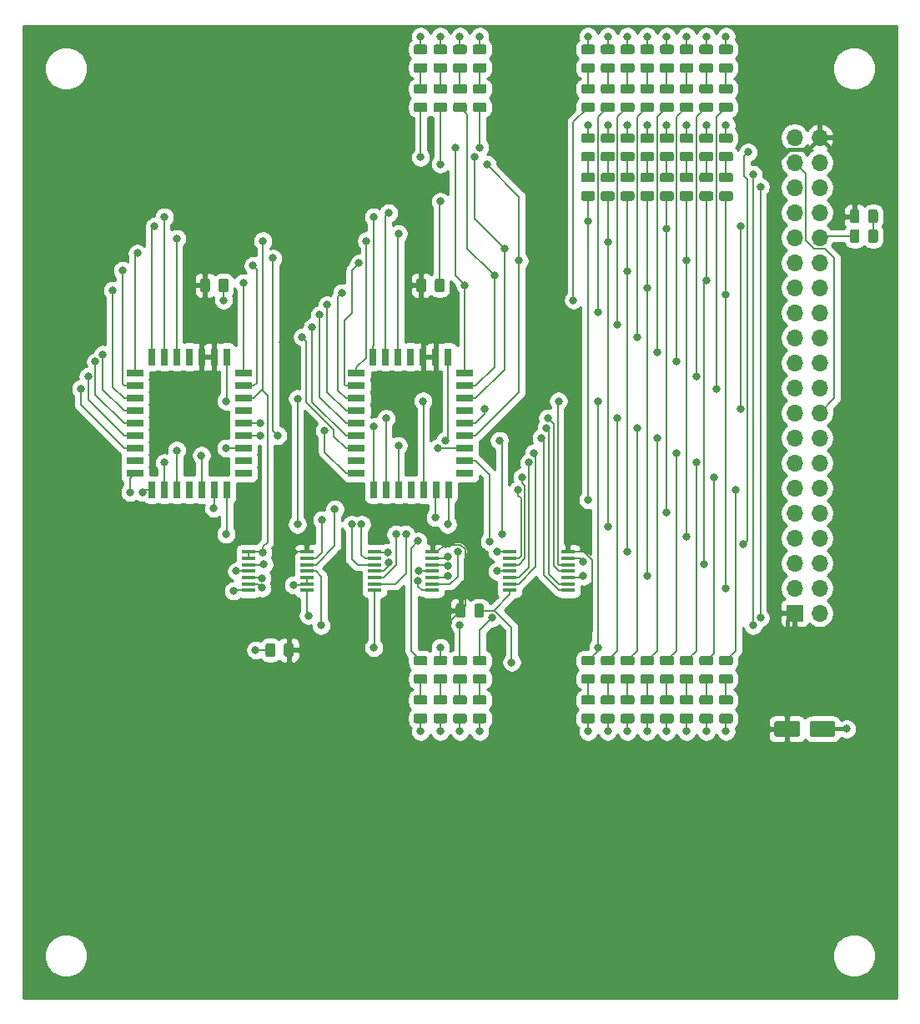
<source format=gbr>
G04 #@! TF.GenerationSoftware,KiCad,Pcbnew,(5.1.5-0-10_14)*
G04 #@! TF.CreationDate,2020-03-03T11:51:46+01:00*
G04 #@! TF.ProjectId,alu,616c752e-6b69-4636-9164-5f7063625858,rev?*
G04 #@! TF.SameCoordinates,Original*
G04 #@! TF.FileFunction,Copper,L1,Top*
G04 #@! TF.FilePolarity,Positive*
%FSLAX46Y46*%
G04 Gerber Fmt 4.6, Leading zero omitted, Abs format (unit mm)*
G04 Created by KiCad (PCBNEW (5.1.5-0-10_14)) date 2020-03-03 11:51:46*
%MOMM*%
%LPD*%
G04 APERTURE LIST*
%ADD10R,1.450000X0.450000*%
%ADD11R,0.760000X1.780000*%
%ADD12R,1.780000X0.760000*%
%ADD13C,0.100000*%
%ADD14R,1.700000X1.700000*%
%ADD15O,1.700000X1.700000*%
%ADD16C,0.800000*%
%ADD17C,0.200000*%
%ADD18C,0.400000*%
%ADD19C,0.254000*%
G04 APERTURE END LIST*
D10*
X139450000Y-104050000D03*
X139450000Y-104700000D03*
X139450000Y-105350000D03*
X139450000Y-106000000D03*
X139450000Y-106650000D03*
X139450000Y-107300000D03*
X139450000Y-107950000D03*
X133550000Y-107950000D03*
X133550000Y-107300000D03*
X133550000Y-106650000D03*
X133550000Y-106000000D03*
X133550000Y-105350000D03*
X133550000Y-104700000D03*
X133550000Y-104050000D03*
D11*
X151270000Y-84250000D03*
X152540000Y-84250000D03*
X153810000Y-84250000D03*
D12*
X155500000Y-85920000D03*
X155500000Y-87190000D03*
X155500000Y-88460000D03*
X155500000Y-89730000D03*
X155500000Y-91000000D03*
X155500000Y-92270000D03*
X155500000Y-93540000D03*
X155500000Y-94810000D03*
X155500000Y-96080000D03*
D11*
X153826000Y-97720000D03*
X152556000Y-97720000D03*
X151286000Y-97720000D03*
X150016000Y-97720000D03*
X148746000Y-97720000D03*
X147476000Y-97720000D03*
X146206000Y-97720000D03*
D12*
X144500000Y-96080000D03*
X144500000Y-94810000D03*
X144500000Y-93540000D03*
X144500000Y-92270000D03*
X144500000Y-91000000D03*
X144500000Y-89730000D03*
X144500000Y-88460000D03*
X144500000Y-87190000D03*
X144500000Y-85920000D03*
D11*
X146190000Y-84250000D03*
X147460000Y-84250000D03*
X148730000Y-84250000D03*
X150000000Y-84250000D03*
X128770000Y-84250000D03*
X130040000Y-84250000D03*
X131310000Y-84250000D03*
D12*
X133000000Y-85920000D03*
X133000000Y-87190000D03*
X133000000Y-88460000D03*
X133000000Y-89730000D03*
X133000000Y-91000000D03*
X133000000Y-92270000D03*
X133000000Y-93540000D03*
X133000000Y-94810000D03*
X133000000Y-96080000D03*
D11*
X131326000Y-97720000D03*
X130056000Y-97720000D03*
X128786000Y-97720000D03*
X127516000Y-97720000D03*
X126246000Y-97720000D03*
X124976000Y-97720000D03*
X123706000Y-97720000D03*
D12*
X122000000Y-96080000D03*
X122000000Y-94810000D03*
X122000000Y-93540000D03*
X122000000Y-92270000D03*
X122000000Y-91000000D03*
X122000000Y-89730000D03*
X122000000Y-88460000D03*
X122000000Y-87190000D03*
X122000000Y-85920000D03*
D11*
X123690000Y-84250000D03*
X124960000Y-84250000D03*
X126230000Y-84250000D03*
X127500000Y-84250000D03*
G04 #@! TA.AperFunction,SMDPad,CuDef*
D13*
G36*
X197205142Y-69301174D02*
G01*
X197228803Y-69304684D01*
X197252007Y-69310496D01*
X197274529Y-69318554D01*
X197296153Y-69328782D01*
X197316670Y-69341079D01*
X197335883Y-69355329D01*
X197353607Y-69371393D01*
X197369671Y-69389117D01*
X197383921Y-69408330D01*
X197396218Y-69428847D01*
X197406446Y-69450471D01*
X197414504Y-69472993D01*
X197420316Y-69496197D01*
X197423826Y-69519858D01*
X197425000Y-69543750D01*
X197425000Y-70456250D01*
X197423826Y-70480142D01*
X197420316Y-70503803D01*
X197414504Y-70527007D01*
X197406446Y-70549529D01*
X197396218Y-70571153D01*
X197383921Y-70591670D01*
X197369671Y-70610883D01*
X197353607Y-70628607D01*
X197335883Y-70644671D01*
X197316670Y-70658921D01*
X197296153Y-70671218D01*
X197274529Y-70681446D01*
X197252007Y-70689504D01*
X197228803Y-70695316D01*
X197205142Y-70698826D01*
X197181250Y-70700000D01*
X196693750Y-70700000D01*
X196669858Y-70698826D01*
X196646197Y-70695316D01*
X196622993Y-70689504D01*
X196600471Y-70681446D01*
X196578847Y-70671218D01*
X196558330Y-70658921D01*
X196539117Y-70644671D01*
X196521393Y-70628607D01*
X196505329Y-70610883D01*
X196491079Y-70591670D01*
X196478782Y-70571153D01*
X196468554Y-70549529D01*
X196460496Y-70527007D01*
X196454684Y-70503803D01*
X196451174Y-70480142D01*
X196450000Y-70456250D01*
X196450000Y-69543750D01*
X196451174Y-69519858D01*
X196454684Y-69496197D01*
X196460496Y-69472993D01*
X196468554Y-69450471D01*
X196478782Y-69428847D01*
X196491079Y-69408330D01*
X196505329Y-69389117D01*
X196521393Y-69371393D01*
X196539117Y-69355329D01*
X196558330Y-69341079D01*
X196578847Y-69328782D01*
X196600471Y-69318554D01*
X196622993Y-69310496D01*
X196646197Y-69304684D01*
X196669858Y-69301174D01*
X196693750Y-69300000D01*
X197181250Y-69300000D01*
X197205142Y-69301174D01*
G37*
G04 #@! TD.AperFunction*
G04 #@! TA.AperFunction,SMDPad,CuDef*
G36*
X195330142Y-69301174D02*
G01*
X195353803Y-69304684D01*
X195377007Y-69310496D01*
X195399529Y-69318554D01*
X195421153Y-69328782D01*
X195441670Y-69341079D01*
X195460883Y-69355329D01*
X195478607Y-69371393D01*
X195494671Y-69389117D01*
X195508921Y-69408330D01*
X195521218Y-69428847D01*
X195531446Y-69450471D01*
X195539504Y-69472993D01*
X195545316Y-69496197D01*
X195548826Y-69519858D01*
X195550000Y-69543750D01*
X195550000Y-70456250D01*
X195548826Y-70480142D01*
X195545316Y-70503803D01*
X195539504Y-70527007D01*
X195531446Y-70549529D01*
X195521218Y-70571153D01*
X195508921Y-70591670D01*
X195494671Y-70610883D01*
X195478607Y-70628607D01*
X195460883Y-70644671D01*
X195441670Y-70658921D01*
X195421153Y-70671218D01*
X195399529Y-70681446D01*
X195377007Y-70689504D01*
X195353803Y-70695316D01*
X195330142Y-70698826D01*
X195306250Y-70700000D01*
X194818750Y-70700000D01*
X194794858Y-70698826D01*
X194771197Y-70695316D01*
X194747993Y-70689504D01*
X194725471Y-70681446D01*
X194703847Y-70671218D01*
X194683330Y-70658921D01*
X194664117Y-70644671D01*
X194646393Y-70628607D01*
X194630329Y-70610883D01*
X194616079Y-70591670D01*
X194603782Y-70571153D01*
X194593554Y-70549529D01*
X194585496Y-70527007D01*
X194579684Y-70503803D01*
X194576174Y-70480142D01*
X194575000Y-70456250D01*
X194575000Y-69543750D01*
X194576174Y-69519858D01*
X194579684Y-69496197D01*
X194585496Y-69472993D01*
X194593554Y-69450471D01*
X194603782Y-69428847D01*
X194616079Y-69408330D01*
X194630329Y-69389117D01*
X194646393Y-69371393D01*
X194664117Y-69355329D01*
X194683330Y-69341079D01*
X194703847Y-69328782D01*
X194725471Y-69318554D01*
X194747993Y-69310496D01*
X194771197Y-69304684D01*
X194794858Y-69301174D01*
X194818750Y-69300000D01*
X195306250Y-69300000D01*
X195330142Y-69301174D01*
G37*
G04 #@! TD.AperFunction*
G04 #@! TA.AperFunction,SMDPad,CuDef*
G36*
X151480142Y-118576174D02*
G01*
X151503803Y-118579684D01*
X151527007Y-118585496D01*
X151549529Y-118593554D01*
X151571153Y-118603782D01*
X151591670Y-118616079D01*
X151610883Y-118630329D01*
X151628607Y-118646393D01*
X151644671Y-118664117D01*
X151658921Y-118683330D01*
X151671218Y-118703847D01*
X151681446Y-118725471D01*
X151689504Y-118747993D01*
X151695316Y-118771197D01*
X151698826Y-118794858D01*
X151700000Y-118818750D01*
X151700000Y-119306250D01*
X151698826Y-119330142D01*
X151695316Y-119353803D01*
X151689504Y-119377007D01*
X151681446Y-119399529D01*
X151671218Y-119421153D01*
X151658921Y-119441670D01*
X151644671Y-119460883D01*
X151628607Y-119478607D01*
X151610883Y-119494671D01*
X151591670Y-119508921D01*
X151571153Y-119521218D01*
X151549529Y-119531446D01*
X151527007Y-119539504D01*
X151503803Y-119545316D01*
X151480142Y-119548826D01*
X151456250Y-119550000D01*
X150543750Y-119550000D01*
X150519858Y-119548826D01*
X150496197Y-119545316D01*
X150472993Y-119539504D01*
X150450471Y-119531446D01*
X150428847Y-119521218D01*
X150408330Y-119508921D01*
X150389117Y-119494671D01*
X150371393Y-119478607D01*
X150355329Y-119460883D01*
X150341079Y-119441670D01*
X150328782Y-119421153D01*
X150318554Y-119399529D01*
X150310496Y-119377007D01*
X150304684Y-119353803D01*
X150301174Y-119330142D01*
X150300000Y-119306250D01*
X150300000Y-118818750D01*
X150301174Y-118794858D01*
X150304684Y-118771197D01*
X150310496Y-118747993D01*
X150318554Y-118725471D01*
X150328782Y-118703847D01*
X150341079Y-118683330D01*
X150355329Y-118664117D01*
X150371393Y-118646393D01*
X150389117Y-118630329D01*
X150408330Y-118616079D01*
X150428847Y-118603782D01*
X150450471Y-118593554D01*
X150472993Y-118585496D01*
X150496197Y-118579684D01*
X150519858Y-118576174D01*
X150543750Y-118575000D01*
X151456250Y-118575000D01*
X151480142Y-118576174D01*
G37*
G04 #@! TD.AperFunction*
G04 #@! TA.AperFunction,SMDPad,CuDef*
G36*
X151480142Y-120451174D02*
G01*
X151503803Y-120454684D01*
X151527007Y-120460496D01*
X151549529Y-120468554D01*
X151571153Y-120478782D01*
X151591670Y-120491079D01*
X151610883Y-120505329D01*
X151628607Y-120521393D01*
X151644671Y-120539117D01*
X151658921Y-120558330D01*
X151671218Y-120578847D01*
X151681446Y-120600471D01*
X151689504Y-120622993D01*
X151695316Y-120646197D01*
X151698826Y-120669858D01*
X151700000Y-120693750D01*
X151700000Y-121181250D01*
X151698826Y-121205142D01*
X151695316Y-121228803D01*
X151689504Y-121252007D01*
X151681446Y-121274529D01*
X151671218Y-121296153D01*
X151658921Y-121316670D01*
X151644671Y-121335883D01*
X151628607Y-121353607D01*
X151610883Y-121369671D01*
X151591670Y-121383921D01*
X151571153Y-121396218D01*
X151549529Y-121406446D01*
X151527007Y-121414504D01*
X151503803Y-121420316D01*
X151480142Y-121423826D01*
X151456250Y-121425000D01*
X150543750Y-121425000D01*
X150519858Y-121423826D01*
X150496197Y-121420316D01*
X150472993Y-121414504D01*
X150450471Y-121406446D01*
X150428847Y-121396218D01*
X150408330Y-121383921D01*
X150389117Y-121369671D01*
X150371393Y-121353607D01*
X150355329Y-121335883D01*
X150341079Y-121316670D01*
X150328782Y-121296153D01*
X150318554Y-121274529D01*
X150310496Y-121252007D01*
X150304684Y-121228803D01*
X150301174Y-121205142D01*
X150300000Y-121181250D01*
X150300000Y-120693750D01*
X150301174Y-120669858D01*
X150304684Y-120646197D01*
X150310496Y-120622993D01*
X150318554Y-120600471D01*
X150328782Y-120578847D01*
X150341079Y-120558330D01*
X150355329Y-120539117D01*
X150371393Y-120521393D01*
X150389117Y-120505329D01*
X150408330Y-120491079D01*
X150428847Y-120478782D01*
X150450471Y-120468554D01*
X150472993Y-120460496D01*
X150496197Y-120454684D01*
X150519858Y-120451174D01*
X150543750Y-120450000D01*
X151456250Y-120450000D01*
X151480142Y-120451174D01*
G37*
G04 #@! TD.AperFunction*
G04 #@! TA.AperFunction,SMDPad,CuDef*
G36*
X153480142Y-118576174D02*
G01*
X153503803Y-118579684D01*
X153527007Y-118585496D01*
X153549529Y-118593554D01*
X153571153Y-118603782D01*
X153591670Y-118616079D01*
X153610883Y-118630329D01*
X153628607Y-118646393D01*
X153644671Y-118664117D01*
X153658921Y-118683330D01*
X153671218Y-118703847D01*
X153681446Y-118725471D01*
X153689504Y-118747993D01*
X153695316Y-118771197D01*
X153698826Y-118794858D01*
X153700000Y-118818750D01*
X153700000Y-119306250D01*
X153698826Y-119330142D01*
X153695316Y-119353803D01*
X153689504Y-119377007D01*
X153681446Y-119399529D01*
X153671218Y-119421153D01*
X153658921Y-119441670D01*
X153644671Y-119460883D01*
X153628607Y-119478607D01*
X153610883Y-119494671D01*
X153591670Y-119508921D01*
X153571153Y-119521218D01*
X153549529Y-119531446D01*
X153527007Y-119539504D01*
X153503803Y-119545316D01*
X153480142Y-119548826D01*
X153456250Y-119550000D01*
X152543750Y-119550000D01*
X152519858Y-119548826D01*
X152496197Y-119545316D01*
X152472993Y-119539504D01*
X152450471Y-119531446D01*
X152428847Y-119521218D01*
X152408330Y-119508921D01*
X152389117Y-119494671D01*
X152371393Y-119478607D01*
X152355329Y-119460883D01*
X152341079Y-119441670D01*
X152328782Y-119421153D01*
X152318554Y-119399529D01*
X152310496Y-119377007D01*
X152304684Y-119353803D01*
X152301174Y-119330142D01*
X152300000Y-119306250D01*
X152300000Y-118818750D01*
X152301174Y-118794858D01*
X152304684Y-118771197D01*
X152310496Y-118747993D01*
X152318554Y-118725471D01*
X152328782Y-118703847D01*
X152341079Y-118683330D01*
X152355329Y-118664117D01*
X152371393Y-118646393D01*
X152389117Y-118630329D01*
X152408330Y-118616079D01*
X152428847Y-118603782D01*
X152450471Y-118593554D01*
X152472993Y-118585496D01*
X152496197Y-118579684D01*
X152519858Y-118576174D01*
X152543750Y-118575000D01*
X153456250Y-118575000D01*
X153480142Y-118576174D01*
G37*
G04 #@! TD.AperFunction*
G04 #@! TA.AperFunction,SMDPad,CuDef*
G36*
X153480142Y-120451174D02*
G01*
X153503803Y-120454684D01*
X153527007Y-120460496D01*
X153549529Y-120468554D01*
X153571153Y-120478782D01*
X153591670Y-120491079D01*
X153610883Y-120505329D01*
X153628607Y-120521393D01*
X153644671Y-120539117D01*
X153658921Y-120558330D01*
X153671218Y-120578847D01*
X153681446Y-120600471D01*
X153689504Y-120622993D01*
X153695316Y-120646197D01*
X153698826Y-120669858D01*
X153700000Y-120693750D01*
X153700000Y-121181250D01*
X153698826Y-121205142D01*
X153695316Y-121228803D01*
X153689504Y-121252007D01*
X153681446Y-121274529D01*
X153671218Y-121296153D01*
X153658921Y-121316670D01*
X153644671Y-121335883D01*
X153628607Y-121353607D01*
X153610883Y-121369671D01*
X153591670Y-121383921D01*
X153571153Y-121396218D01*
X153549529Y-121406446D01*
X153527007Y-121414504D01*
X153503803Y-121420316D01*
X153480142Y-121423826D01*
X153456250Y-121425000D01*
X152543750Y-121425000D01*
X152519858Y-121423826D01*
X152496197Y-121420316D01*
X152472993Y-121414504D01*
X152450471Y-121406446D01*
X152428847Y-121396218D01*
X152408330Y-121383921D01*
X152389117Y-121369671D01*
X152371393Y-121353607D01*
X152355329Y-121335883D01*
X152341079Y-121316670D01*
X152328782Y-121296153D01*
X152318554Y-121274529D01*
X152310496Y-121252007D01*
X152304684Y-121228803D01*
X152301174Y-121205142D01*
X152300000Y-121181250D01*
X152300000Y-120693750D01*
X152301174Y-120669858D01*
X152304684Y-120646197D01*
X152310496Y-120622993D01*
X152318554Y-120600471D01*
X152328782Y-120578847D01*
X152341079Y-120558330D01*
X152355329Y-120539117D01*
X152371393Y-120521393D01*
X152389117Y-120505329D01*
X152408330Y-120491079D01*
X152428847Y-120478782D01*
X152450471Y-120468554D01*
X152472993Y-120460496D01*
X152496197Y-120454684D01*
X152519858Y-120451174D01*
X152543750Y-120450000D01*
X153456250Y-120450000D01*
X153480142Y-120451174D01*
G37*
G04 #@! TD.AperFunction*
G04 #@! TA.AperFunction,SMDPad,CuDef*
G36*
X155480142Y-118576174D02*
G01*
X155503803Y-118579684D01*
X155527007Y-118585496D01*
X155549529Y-118593554D01*
X155571153Y-118603782D01*
X155591670Y-118616079D01*
X155610883Y-118630329D01*
X155628607Y-118646393D01*
X155644671Y-118664117D01*
X155658921Y-118683330D01*
X155671218Y-118703847D01*
X155681446Y-118725471D01*
X155689504Y-118747993D01*
X155695316Y-118771197D01*
X155698826Y-118794858D01*
X155700000Y-118818750D01*
X155700000Y-119306250D01*
X155698826Y-119330142D01*
X155695316Y-119353803D01*
X155689504Y-119377007D01*
X155681446Y-119399529D01*
X155671218Y-119421153D01*
X155658921Y-119441670D01*
X155644671Y-119460883D01*
X155628607Y-119478607D01*
X155610883Y-119494671D01*
X155591670Y-119508921D01*
X155571153Y-119521218D01*
X155549529Y-119531446D01*
X155527007Y-119539504D01*
X155503803Y-119545316D01*
X155480142Y-119548826D01*
X155456250Y-119550000D01*
X154543750Y-119550000D01*
X154519858Y-119548826D01*
X154496197Y-119545316D01*
X154472993Y-119539504D01*
X154450471Y-119531446D01*
X154428847Y-119521218D01*
X154408330Y-119508921D01*
X154389117Y-119494671D01*
X154371393Y-119478607D01*
X154355329Y-119460883D01*
X154341079Y-119441670D01*
X154328782Y-119421153D01*
X154318554Y-119399529D01*
X154310496Y-119377007D01*
X154304684Y-119353803D01*
X154301174Y-119330142D01*
X154300000Y-119306250D01*
X154300000Y-118818750D01*
X154301174Y-118794858D01*
X154304684Y-118771197D01*
X154310496Y-118747993D01*
X154318554Y-118725471D01*
X154328782Y-118703847D01*
X154341079Y-118683330D01*
X154355329Y-118664117D01*
X154371393Y-118646393D01*
X154389117Y-118630329D01*
X154408330Y-118616079D01*
X154428847Y-118603782D01*
X154450471Y-118593554D01*
X154472993Y-118585496D01*
X154496197Y-118579684D01*
X154519858Y-118576174D01*
X154543750Y-118575000D01*
X155456250Y-118575000D01*
X155480142Y-118576174D01*
G37*
G04 #@! TD.AperFunction*
G04 #@! TA.AperFunction,SMDPad,CuDef*
G36*
X155480142Y-120451174D02*
G01*
X155503803Y-120454684D01*
X155527007Y-120460496D01*
X155549529Y-120468554D01*
X155571153Y-120478782D01*
X155591670Y-120491079D01*
X155610883Y-120505329D01*
X155628607Y-120521393D01*
X155644671Y-120539117D01*
X155658921Y-120558330D01*
X155671218Y-120578847D01*
X155681446Y-120600471D01*
X155689504Y-120622993D01*
X155695316Y-120646197D01*
X155698826Y-120669858D01*
X155700000Y-120693750D01*
X155700000Y-121181250D01*
X155698826Y-121205142D01*
X155695316Y-121228803D01*
X155689504Y-121252007D01*
X155681446Y-121274529D01*
X155671218Y-121296153D01*
X155658921Y-121316670D01*
X155644671Y-121335883D01*
X155628607Y-121353607D01*
X155610883Y-121369671D01*
X155591670Y-121383921D01*
X155571153Y-121396218D01*
X155549529Y-121406446D01*
X155527007Y-121414504D01*
X155503803Y-121420316D01*
X155480142Y-121423826D01*
X155456250Y-121425000D01*
X154543750Y-121425000D01*
X154519858Y-121423826D01*
X154496197Y-121420316D01*
X154472993Y-121414504D01*
X154450471Y-121406446D01*
X154428847Y-121396218D01*
X154408330Y-121383921D01*
X154389117Y-121369671D01*
X154371393Y-121353607D01*
X154355329Y-121335883D01*
X154341079Y-121316670D01*
X154328782Y-121296153D01*
X154318554Y-121274529D01*
X154310496Y-121252007D01*
X154304684Y-121228803D01*
X154301174Y-121205142D01*
X154300000Y-121181250D01*
X154300000Y-120693750D01*
X154301174Y-120669858D01*
X154304684Y-120646197D01*
X154310496Y-120622993D01*
X154318554Y-120600471D01*
X154328782Y-120578847D01*
X154341079Y-120558330D01*
X154355329Y-120539117D01*
X154371393Y-120521393D01*
X154389117Y-120505329D01*
X154408330Y-120491079D01*
X154428847Y-120478782D01*
X154450471Y-120468554D01*
X154472993Y-120460496D01*
X154496197Y-120454684D01*
X154519858Y-120451174D01*
X154543750Y-120450000D01*
X155456250Y-120450000D01*
X155480142Y-120451174D01*
G37*
G04 #@! TD.AperFunction*
G04 #@! TA.AperFunction,SMDPad,CuDef*
G36*
X157480142Y-118576174D02*
G01*
X157503803Y-118579684D01*
X157527007Y-118585496D01*
X157549529Y-118593554D01*
X157571153Y-118603782D01*
X157591670Y-118616079D01*
X157610883Y-118630329D01*
X157628607Y-118646393D01*
X157644671Y-118664117D01*
X157658921Y-118683330D01*
X157671218Y-118703847D01*
X157681446Y-118725471D01*
X157689504Y-118747993D01*
X157695316Y-118771197D01*
X157698826Y-118794858D01*
X157700000Y-118818750D01*
X157700000Y-119306250D01*
X157698826Y-119330142D01*
X157695316Y-119353803D01*
X157689504Y-119377007D01*
X157681446Y-119399529D01*
X157671218Y-119421153D01*
X157658921Y-119441670D01*
X157644671Y-119460883D01*
X157628607Y-119478607D01*
X157610883Y-119494671D01*
X157591670Y-119508921D01*
X157571153Y-119521218D01*
X157549529Y-119531446D01*
X157527007Y-119539504D01*
X157503803Y-119545316D01*
X157480142Y-119548826D01*
X157456250Y-119550000D01*
X156543750Y-119550000D01*
X156519858Y-119548826D01*
X156496197Y-119545316D01*
X156472993Y-119539504D01*
X156450471Y-119531446D01*
X156428847Y-119521218D01*
X156408330Y-119508921D01*
X156389117Y-119494671D01*
X156371393Y-119478607D01*
X156355329Y-119460883D01*
X156341079Y-119441670D01*
X156328782Y-119421153D01*
X156318554Y-119399529D01*
X156310496Y-119377007D01*
X156304684Y-119353803D01*
X156301174Y-119330142D01*
X156300000Y-119306250D01*
X156300000Y-118818750D01*
X156301174Y-118794858D01*
X156304684Y-118771197D01*
X156310496Y-118747993D01*
X156318554Y-118725471D01*
X156328782Y-118703847D01*
X156341079Y-118683330D01*
X156355329Y-118664117D01*
X156371393Y-118646393D01*
X156389117Y-118630329D01*
X156408330Y-118616079D01*
X156428847Y-118603782D01*
X156450471Y-118593554D01*
X156472993Y-118585496D01*
X156496197Y-118579684D01*
X156519858Y-118576174D01*
X156543750Y-118575000D01*
X157456250Y-118575000D01*
X157480142Y-118576174D01*
G37*
G04 #@! TD.AperFunction*
G04 #@! TA.AperFunction,SMDPad,CuDef*
G36*
X157480142Y-120451174D02*
G01*
X157503803Y-120454684D01*
X157527007Y-120460496D01*
X157549529Y-120468554D01*
X157571153Y-120478782D01*
X157591670Y-120491079D01*
X157610883Y-120505329D01*
X157628607Y-120521393D01*
X157644671Y-120539117D01*
X157658921Y-120558330D01*
X157671218Y-120578847D01*
X157681446Y-120600471D01*
X157689504Y-120622993D01*
X157695316Y-120646197D01*
X157698826Y-120669858D01*
X157700000Y-120693750D01*
X157700000Y-121181250D01*
X157698826Y-121205142D01*
X157695316Y-121228803D01*
X157689504Y-121252007D01*
X157681446Y-121274529D01*
X157671218Y-121296153D01*
X157658921Y-121316670D01*
X157644671Y-121335883D01*
X157628607Y-121353607D01*
X157610883Y-121369671D01*
X157591670Y-121383921D01*
X157571153Y-121396218D01*
X157549529Y-121406446D01*
X157527007Y-121414504D01*
X157503803Y-121420316D01*
X157480142Y-121423826D01*
X157456250Y-121425000D01*
X156543750Y-121425000D01*
X156519858Y-121423826D01*
X156496197Y-121420316D01*
X156472993Y-121414504D01*
X156450471Y-121406446D01*
X156428847Y-121396218D01*
X156408330Y-121383921D01*
X156389117Y-121369671D01*
X156371393Y-121353607D01*
X156355329Y-121335883D01*
X156341079Y-121316670D01*
X156328782Y-121296153D01*
X156318554Y-121274529D01*
X156310496Y-121252007D01*
X156304684Y-121228803D01*
X156301174Y-121205142D01*
X156300000Y-121181250D01*
X156300000Y-120693750D01*
X156301174Y-120669858D01*
X156304684Y-120646197D01*
X156310496Y-120622993D01*
X156318554Y-120600471D01*
X156328782Y-120578847D01*
X156341079Y-120558330D01*
X156355329Y-120539117D01*
X156371393Y-120521393D01*
X156389117Y-120505329D01*
X156408330Y-120491079D01*
X156428847Y-120478782D01*
X156450471Y-120468554D01*
X156472993Y-120460496D01*
X156496197Y-120454684D01*
X156519858Y-120451174D01*
X156543750Y-120450000D01*
X157456250Y-120450000D01*
X157480142Y-120451174D01*
G37*
G04 #@! TD.AperFunction*
G04 #@! TA.AperFunction,SMDPad,CuDef*
G36*
X151480142Y-54451174D02*
G01*
X151503803Y-54454684D01*
X151527007Y-54460496D01*
X151549529Y-54468554D01*
X151571153Y-54478782D01*
X151591670Y-54491079D01*
X151610883Y-54505329D01*
X151628607Y-54521393D01*
X151644671Y-54539117D01*
X151658921Y-54558330D01*
X151671218Y-54578847D01*
X151681446Y-54600471D01*
X151689504Y-54622993D01*
X151695316Y-54646197D01*
X151698826Y-54669858D01*
X151700000Y-54693750D01*
X151700000Y-55181250D01*
X151698826Y-55205142D01*
X151695316Y-55228803D01*
X151689504Y-55252007D01*
X151681446Y-55274529D01*
X151671218Y-55296153D01*
X151658921Y-55316670D01*
X151644671Y-55335883D01*
X151628607Y-55353607D01*
X151610883Y-55369671D01*
X151591670Y-55383921D01*
X151571153Y-55396218D01*
X151549529Y-55406446D01*
X151527007Y-55414504D01*
X151503803Y-55420316D01*
X151480142Y-55423826D01*
X151456250Y-55425000D01*
X150543750Y-55425000D01*
X150519858Y-55423826D01*
X150496197Y-55420316D01*
X150472993Y-55414504D01*
X150450471Y-55406446D01*
X150428847Y-55396218D01*
X150408330Y-55383921D01*
X150389117Y-55369671D01*
X150371393Y-55353607D01*
X150355329Y-55335883D01*
X150341079Y-55316670D01*
X150328782Y-55296153D01*
X150318554Y-55274529D01*
X150310496Y-55252007D01*
X150304684Y-55228803D01*
X150301174Y-55205142D01*
X150300000Y-55181250D01*
X150300000Y-54693750D01*
X150301174Y-54669858D01*
X150304684Y-54646197D01*
X150310496Y-54622993D01*
X150318554Y-54600471D01*
X150328782Y-54578847D01*
X150341079Y-54558330D01*
X150355329Y-54539117D01*
X150371393Y-54521393D01*
X150389117Y-54505329D01*
X150408330Y-54491079D01*
X150428847Y-54478782D01*
X150450471Y-54468554D01*
X150472993Y-54460496D01*
X150496197Y-54454684D01*
X150519858Y-54451174D01*
X150543750Y-54450000D01*
X151456250Y-54450000D01*
X151480142Y-54451174D01*
G37*
G04 #@! TD.AperFunction*
G04 #@! TA.AperFunction,SMDPad,CuDef*
G36*
X151480142Y-52576174D02*
G01*
X151503803Y-52579684D01*
X151527007Y-52585496D01*
X151549529Y-52593554D01*
X151571153Y-52603782D01*
X151591670Y-52616079D01*
X151610883Y-52630329D01*
X151628607Y-52646393D01*
X151644671Y-52664117D01*
X151658921Y-52683330D01*
X151671218Y-52703847D01*
X151681446Y-52725471D01*
X151689504Y-52747993D01*
X151695316Y-52771197D01*
X151698826Y-52794858D01*
X151700000Y-52818750D01*
X151700000Y-53306250D01*
X151698826Y-53330142D01*
X151695316Y-53353803D01*
X151689504Y-53377007D01*
X151681446Y-53399529D01*
X151671218Y-53421153D01*
X151658921Y-53441670D01*
X151644671Y-53460883D01*
X151628607Y-53478607D01*
X151610883Y-53494671D01*
X151591670Y-53508921D01*
X151571153Y-53521218D01*
X151549529Y-53531446D01*
X151527007Y-53539504D01*
X151503803Y-53545316D01*
X151480142Y-53548826D01*
X151456250Y-53550000D01*
X150543750Y-53550000D01*
X150519858Y-53548826D01*
X150496197Y-53545316D01*
X150472993Y-53539504D01*
X150450471Y-53531446D01*
X150428847Y-53521218D01*
X150408330Y-53508921D01*
X150389117Y-53494671D01*
X150371393Y-53478607D01*
X150355329Y-53460883D01*
X150341079Y-53441670D01*
X150328782Y-53421153D01*
X150318554Y-53399529D01*
X150310496Y-53377007D01*
X150304684Y-53353803D01*
X150301174Y-53330142D01*
X150300000Y-53306250D01*
X150300000Y-52818750D01*
X150301174Y-52794858D01*
X150304684Y-52771197D01*
X150310496Y-52747993D01*
X150318554Y-52725471D01*
X150328782Y-52703847D01*
X150341079Y-52683330D01*
X150355329Y-52664117D01*
X150371393Y-52646393D01*
X150389117Y-52630329D01*
X150408330Y-52616079D01*
X150428847Y-52603782D01*
X150450471Y-52593554D01*
X150472993Y-52585496D01*
X150496197Y-52579684D01*
X150519858Y-52576174D01*
X150543750Y-52575000D01*
X151456250Y-52575000D01*
X151480142Y-52576174D01*
G37*
G04 #@! TD.AperFunction*
G04 #@! TA.AperFunction,SMDPad,CuDef*
G36*
X153480142Y-54451174D02*
G01*
X153503803Y-54454684D01*
X153527007Y-54460496D01*
X153549529Y-54468554D01*
X153571153Y-54478782D01*
X153591670Y-54491079D01*
X153610883Y-54505329D01*
X153628607Y-54521393D01*
X153644671Y-54539117D01*
X153658921Y-54558330D01*
X153671218Y-54578847D01*
X153681446Y-54600471D01*
X153689504Y-54622993D01*
X153695316Y-54646197D01*
X153698826Y-54669858D01*
X153700000Y-54693750D01*
X153700000Y-55181250D01*
X153698826Y-55205142D01*
X153695316Y-55228803D01*
X153689504Y-55252007D01*
X153681446Y-55274529D01*
X153671218Y-55296153D01*
X153658921Y-55316670D01*
X153644671Y-55335883D01*
X153628607Y-55353607D01*
X153610883Y-55369671D01*
X153591670Y-55383921D01*
X153571153Y-55396218D01*
X153549529Y-55406446D01*
X153527007Y-55414504D01*
X153503803Y-55420316D01*
X153480142Y-55423826D01*
X153456250Y-55425000D01*
X152543750Y-55425000D01*
X152519858Y-55423826D01*
X152496197Y-55420316D01*
X152472993Y-55414504D01*
X152450471Y-55406446D01*
X152428847Y-55396218D01*
X152408330Y-55383921D01*
X152389117Y-55369671D01*
X152371393Y-55353607D01*
X152355329Y-55335883D01*
X152341079Y-55316670D01*
X152328782Y-55296153D01*
X152318554Y-55274529D01*
X152310496Y-55252007D01*
X152304684Y-55228803D01*
X152301174Y-55205142D01*
X152300000Y-55181250D01*
X152300000Y-54693750D01*
X152301174Y-54669858D01*
X152304684Y-54646197D01*
X152310496Y-54622993D01*
X152318554Y-54600471D01*
X152328782Y-54578847D01*
X152341079Y-54558330D01*
X152355329Y-54539117D01*
X152371393Y-54521393D01*
X152389117Y-54505329D01*
X152408330Y-54491079D01*
X152428847Y-54478782D01*
X152450471Y-54468554D01*
X152472993Y-54460496D01*
X152496197Y-54454684D01*
X152519858Y-54451174D01*
X152543750Y-54450000D01*
X153456250Y-54450000D01*
X153480142Y-54451174D01*
G37*
G04 #@! TD.AperFunction*
G04 #@! TA.AperFunction,SMDPad,CuDef*
G36*
X153480142Y-52576174D02*
G01*
X153503803Y-52579684D01*
X153527007Y-52585496D01*
X153549529Y-52593554D01*
X153571153Y-52603782D01*
X153591670Y-52616079D01*
X153610883Y-52630329D01*
X153628607Y-52646393D01*
X153644671Y-52664117D01*
X153658921Y-52683330D01*
X153671218Y-52703847D01*
X153681446Y-52725471D01*
X153689504Y-52747993D01*
X153695316Y-52771197D01*
X153698826Y-52794858D01*
X153700000Y-52818750D01*
X153700000Y-53306250D01*
X153698826Y-53330142D01*
X153695316Y-53353803D01*
X153689504Y-53377007D01*
X153681446Y-53399529D01*
X153671218Y-53421153D01*
X153658921Y-53441670D01*
X153644671Y-53460883D01*
X153628607Y-53478607D01*
X153610883Y-53494671D01*
X153591670Y-53508921D01*
X153571153Y-53521218D01*
X153549529Y-53531446D01*
X153527007Y-53539504D01*
X153503803Y-53545316D01*
X153480142Y-53548826D01*
X153456250Y-53550000D01*
X152543750Y-53550000D01*
X152519858Y-53548826D01*
X152496197Y-53545316D01*
X152472993Y-53539504D01*
X152450471Y-53531446D01*
X152428847Y-53521218D01*
X152408330Y-53508921D01*
X152389117Y-53494671D01*
X152371393Y-53478607D01*
X152355329Y-53460883D01*
X152341079Y-53441670D01*
X152328782Y-53421153D01*
X152318554Y-53399529D01*
X152310496Y-53377007D01*
X152304684Y-53353803D01*
X152301174Y-53330142D01*
X152300000Y-53306250D01*
X152300000Y-52818750D01*
X152301174Y-52794858D01*
X152304684Y-52771197D01*
X152310496Y-52747993D01*
X152318554Y-52725471D01*
X152328782Y-52703847D01*
X152341079Y-52683330D01*
X152355329Y-52664117D01*
X152371393Y-52646393D01*
X152389117Y-52630329D01*
X152408330Y-52616079D01*
X152428847Y-52603782D01*
X152450471Y-52593554D01*
X152472993Y-52585496D01*
X152496197Y-52579684D01*
X152519858Y-52576174D01*
X152543750Y-52575000D01*
X153456250Y-52575000D01*
X153480142Y-52576174D01*
G37*
G04 #@! TD.AperFunction*
G04 #@! TA.AperFunction,SMDPad,CuDef*
G36*
X155480142Y-54451174D02*
G01*
X155503803Y-54454684D01*
X155527007Y-54460496D01*
X155549529Y-54468554D01*
X155571153Y-54478782D01*
X155591670Y-54491079D01*
X155610883Y-54505329D01*
X155628607Y-54521393D01*
X155644671Y-54539117D01*
X155658921Y-54558330D01*
X155671218Y-54578847D01*
X155681446Y-54600471D01*
X155689504Y-54622993D01*
X155695316Y-54646197D01*
X155698826Y-54669858D01*
X155700000Y-54693750D01*
X155700000Y-55181250D01*
X155698826Y-55205142D01*
X155695316Y-55228803D01*
X155689504Y-55252007D01*
X155681446Y-55274529D01*
X155671218Y-55296153D01*
X155658921Y-55316670D01*
X155644671Y-55335883D01*
X155628607Y-55353607D01*
X155610883Y-55369671D01*
X155591670Y-55383921D01*
X155571153Y-55396218D01*
X155549529Y-55406446D01*
X155527007Y-55414504D01*
X155503803Y-55420316D01*
X155480142Y-55423826D01*
X155456250Y-55425000D01*
X154543750Y-55425000D01*
X154519858Y-55423826D01*
X154496197Y-55420316D01*
X154472993Y-55414504D01*
X154450471Y-55406446D01*
X154428847Y-55396218D01*
X154408330Y-55383921D01*
X154389117Y-55369671D01*
X154371393Y-55353607D01*
X154355329Y-55335883D01*
X154341079Y-55316670D01*
X154328782Y-55296153D01*
X154318554Y-55274529D01*
X154310496Y-55252007D01*
X154304684Y-55228803D01*
X154301174Y-55205142D01*
X154300000Y-55181250D01*
X154300000Y-54693750D01*
X154301174Y-54669858D01*
X154304684Y-54646197D01*
X154310496Y-54622993D01*
X154318554Y-54600471D01*
X154328782Y-54578847D01*
X154341079Y-54558330D01*
X154355329Y-54539117D01*
X154371393Y-54521393D01*
X154389117Y-54505329D01*
X154408330Y-54491079D01*
X154428847Y-54478782D01*
X154450471Y-54468554D01*
X154472993Y-54460496D01*
X154496197Y-54454684D01*
X154519858Y-54451174D01*
X154543750Y-54450000D01*
X155456250Y-54450000D01*
X155480142Y-54451174D01*
G37*
G04 #@! TD.AperFunction*
G04 #@! TA.AperFunction,SMDPad,CuDef*
G36*
X155480142Y-52576174D02*
G01*
X155503803Y-52579684D01*
X155527007Y-52585496D01*
X155549529Y-52593554D01*
X155571153Y-52603782D01*
X155591670Y-52616079D01*
X155610883Y-52630329D01*
X155628607Y-52646393D01*
X155644671Y-52664117D01*
X155658921Y-52683330D01*
X155671218Y-52703847D01*
X155681446Y-52725471D01*
X155689504Y-52747993D01*
X155695316Y-52771197D01*
X155698826Y-52794858D01*
X155700000Y-52818750D01*
X155700000Y-53306250D01*
X155698826Y-53330142D01*
X155695316Y-53353803D01*
X155689504Y-53377007D01*
X155681446Y-53399529D01*
X155671218Y-53421153D01*
X155658921Y-53441670D01*
X155644671Y-53460883D01*
X155628607Y-53478607D01*
X155610883Y-53494671D01*
X155591670Y-53508921D01*
X155571153Y-53521218D01*
X155549529Y-53531446D01*
X155527007Y-53539504D01*
X155503803Y-53545316D01*
X155480142Y-53548826D01*
X155456250Y-53550000D01*
X154543750Y-53550000D01*
X154519858Y-53548826D01*
X154496197Y-53545316D01*
X154472993Y-53539504D01*
X154450471Y-53531446D01*
X154428847Y-53521218D01*
X154408330Y-53508921D01*
X154389117Y-53494671D01*
X154371393Y-53478607D01*
X154355329Y-53460883D01*
X154341079Y-53441670D01*
X154328782Y-53421153D01*
X154318554Y-53399529D01*
X154310496Y-53377007D01*
X154304684Y-53353803D01*
X154301174Y-53330142D01*
X154300000Y-53306250D01*
X154300000Y-52818750D01*
X154301174Y-52794858D01*
X154304684Y-52771197D01*
X154310496Y-52747993D01*
X154318554Y-52725471D01*
X154328782Y-52703847D01*
X154341079Y-52683330D01*
X154355329Y-52664117D01*
X154371393Y-52646393D01*
X154389117Y-52630329D01*
X154408330Y-52616079D01*
X154428847Y-52603782D01*
X154450471Y-52593554D01*
X154472993Y-52585496D01*
X154496197Y-52579684D01*
X154519858Y-52576174D01*
X154543750Y-52575000D01*
X155456250Y-52575000D01*
X155480142Y-52576174D01*
G37*
G04 #@! TD.AperFunction*
G04 #@! TA.AperFunction,SMDPad,CuDef*
G36*
X157480142Y-54451174D02*
G01*
X157503803Y-54454684D01*
X157527007Y-54460496D01*
X157549529Y-54468554D01*
X157571153Y-54478782D01*
X157591670Y-54491079D01*
X157610883Y-54505329D01*
X157628607Y-54521393D01*
X157644671Y-54539117D01*
X157658921Y-54558330D01*
X157671218Y-54578847D01*
X157681446Y-54600471D01*
X157689504Y-54622993D01*
X157695316Y-54646197D01*
X157698826Y-54669858D01*
X157700000Y-54693750D01*
X157700000Y-55181250D01*
X157698826Y-55205142D01*
X157695316Y-55228803D01*
X157689504Y-55252007D01*
X157681446Y-55274529D01*
X157671218Y-55296153D01*
X157658921Y-55316670D01*
X157644671Y-55335883D01*
X157628607Y-55353607D01*
X157610883Y-55369671D01*
X157591670Y-55383921D01*
X157571153Y-55396218D01*
X157549529Y-55406446D01*
X157527007Y-55414504D01*
X157503803Y-55420316D01*
X157480142Y-55423826D01*
X157456250Y-55425000D01*
X156543750Y-55425000D01*
X156519858Y-55423826D01*
X156496197Y-55420316D01*
X156472993Y-55414504D01*
X156450471Y-55406446D01*
X156428847Y-55396218D01*
X156408330Y-55383921D01*
X156389117Y-55369671D01*
X156371393Y-55353607D01*
X156355329Y-55335883D01*
X156341079Y-55316670D01*
X156328782Y-55296153D01*
X156318554Y-55274529D01*
X156310496Y-55252007D01*
X156304684Y-55228803D01*
X156301174Y-55205142D01*
X156300000Y-55181250D01*
X156300000Y-54693750D01*
X156301174Y-54669858D01*
X156304684Y-54646197D01*
X156310496Y-54622993D01*
X156318554Y-54600471D01*
X156328782Y-54578847D01*
X156341079Y-54558330D01*
X156355329Y-54539117D01*
X156371393Y-54521393D01*
X156389117Y-54505329D01*
X156408330Y-54491079D01*
X156428847Y-54478782D01*
X156450471Y-54468554D01*
X156472993Y-54460496D01*
X156496197Y-54454684D01*
X156519858Y-54451174D01*
X156543750Y-54450000D01*
X157456250Y-54450000D01*
X157480142Y-54451174D01*
G37*
G04 #@! TD.AperFunction*
G04 #@! TA.AperFunction,SMDPad,CuDef*
G36*
X157480142Y-52576174D02*
G01*
X157503803Y-52579684D01*
X157527007Y-52585496D01*
X157549529Y-52593554D01*
X157571153Y-52603782D01*
X157591670Y-52616079D01*
X157610883Y-52630329D01*
X157628607Y-52646393D01*
X157644671Y-52664117D01*
X157658921Y-52683330D01*
X157671218Y-52703847D01*
X157681446Y-52725471D01*
X157689504Y-52747993D01*
X157695316Y-52771197D01*
X157698826Y-52794858D01*
X157700000Y-52818750D01*
X157700000Y-53306250D01*
X157698826Y-53330142D01*
X157695316Y-53353803D01*
X157689504Y-53377007D01*
X157681446Y-53399529D01*
X157671218Y-53421153D01*
X157658921Y-53441670D01*
X157644671Y-53460883D01*
X157628607Y-53478607D01*
X157610883Y-53494671D01*
X157591670Y-53508921D01*
X157571153Y-53521218D01*
X157549529Y-53531446D01*
X157527007Y-53539504D01*
X157503803Y-53545316D01*
X157480142Y-53548826D01*
X157456250Y-53550000D01*
X156543750Y-53550000D01*
X156519858Y-53548826D01*
X156496197Y-53545316D01*
X156472993Y-53539504D01*
X156450471Y-53531446D01*
X156428847Y-53521218D01*
X156408330Y-53508921D01*
X156389117Y-53494671D01*
X156371393Y-53478607D01*
X156355329Y-53460883D01*
X156341079Y-53441670D01*
X156328782Y-53421153D01*
X156318554Y-53399529D01*
X156310496Y-53377007D01*
X156304684Y-53353803D01*
X156301174Y-53330142D01*
X156300000Y-53306250D01*
X156300000Y-52818750D01*
X156301174Y-52794858D01*
X156304684Y-52771197D01*
X156310496Y-52747993D01*
X156318554Y-52725471D01*
X156328782Y-52703847D01*
X156341079Y-52683330D01*
X156355329Y-52664117D01*
X156371393Y-52646393D01*
X156389117Y-52630329D01*
X156408330Y-52616079D01*
X156428847Y-52603782D01*
X156450471Y-52593554D01*
X156472993Y-52585496D01*
X156496197Y-52579684D01*
X156519858Y-52576174D01*
X156543750Y-52575000D01*
X157456250Y-52575000D01*
X157480142Y-52576174D01*
G37*
G04 #@! TD.AperFunction*
G04 #@! TA.AperFunction,SMDPad,CuDef*
G36*
X168480142Y-118576174D02*
G01*
X168503803Y-118579684D01*
X168527007Y-118585496D01*
X168549529Y-118593554D01*
X168571153Y-118603782D01*
X168591670Y-118616079D01*
X168610883Y-118630329D01*
X168628607Y-118646393D01*
X168644671Y-118664117D01*
X168658921Y-118683330D01*
X168671218Y-118703847D01*
X168681446Y-118725471D01*
X168689504Y-118747993D01*
X168695316Y-118771197D01*
X168698826Y-118794858D01*
X168700000Y-118818750D01*
X168700000Y-119306250D01*
X168698826Y-119330142D01*
X168695316Y-119353803D01*
X168689504Y-119377007D01*
X168681446Y-119399529D01*
X168671218Y-119421153D01*
X168658921Y-119441670D01*
X168644671Y-119460883D01*
X168628607Y-119478607D01*
X168610883Y-119494671D01*
X168591670Y-119508921D01*
X168571153Y-119521218D01*
X168549529Y-119531446D01*
X168527007Y-119539504D01*
X168503803Y-119545316D01*
X168480142Y-119548826D01*
X168456250Y-119550000D01*
X167543750Y-119550000D01*
X167519858Y-119548826D01*
X167496197Y-119545316D01*
X167472993Y-119539504D01*
X167450471Y-119531446D01*
X167428847Y-119521218D01*
X167408330Y-119508921D01*
X167389117Y-119494671D01*
X167371393Y-119478607D01*
X167355329Y-119460883D01*
X167341079Y-119441670D01*
X167328782Y-119421153D01*
X167318554Y-119399529D01*
X167310496Y-119377007D01*
X167304684Y-119353803D01*
X167301174Y-119330142D01*
X167300000Y-119306250D01*
X167300000Y-118818750D01*
X167301174Y-118794858D01*
X167304684Y-118771197D01*
X167310496Y-118747993D01*
X167318554Y-118725471D01*
X167328782Y-118703847D01*
X167341079Y-118683330D01*
X167355329Y-118664117D01*
X167371393Y-118646393D01*
X167389117Y-118630329D01*
X167408330Y-118616079D01*
X167428847Y-118603782D01*
X167450471Y-118593554D01*
X167472993Y-118585496D01*
X167496197Y-118579684D01*
X167519858Y-118576174D01*
X167543750Y-118575000D01*
X168456250Y-118575000D01*
X168480142Y-118576174D01*
G37*
G04 #@! TD.AperFunction*
G04 #@! TA.AperFunction,SMDPad,CuDef*
G36*
X168480142Y-120451174D02*
G01*
X168503803Y-120454684D01*
X168527007Y-120460496D01*
X168549529Y-120468554D01*
X168571153Y-120478782D01*
X168591670Y-120491079D01*
X168610883Y-120505329D01*
X168628607Y-120521393D01*
X168644671Y-120539117D01*
X168658921Y-120558330D01*
X168671218Y-120578847D01*
X168681446Y-120600471D01*
X168689504Y-120622993D01*
X168695316Y-120646197D01*
X168698826Y-120669858D01*
X168700000Y-120693750D01*
X168700000Y-121181250D01*
X168698826Y-121205142D01*
X168695316Y-121228803D01*
X168689504Y-121252007D01*
X168681446Y-121274529D01*
X168671218Y-121296153D01*
X168658921Y-121316670D01*
X168644671Y-121335883D01*
X168628607Y-121353607D01*
X168610883Y-121369671D01*
X168591670Y-121383921D01*
X168571153Y-121396218D01*
X168549529Y-121406446D01*
X168527007Y-121414504D01*
X168503803Y-121420316D01*
X168480142Y-121423826D01*
X168456250Y-121425000D01*
X167543750Y-121425000D01*
X167519858Y-121423826D01*
X167496197Y-121420316D01*
X167472993Y-121414504D01*
X167450471Y-121406446D01*
X167428847Y-121396218D01*
X167408330Y-121383921D01*
X167389117Y-121369671D01*
X167371393Y-121353607D01*
X167355329Y-121335883D01*
X167341079Y-121316670D01*
X167328782Y-121296153D01*
X167318554Y-121274529D01*
X167310496Y-121252007D01*
X167304684Y-121228803D01*
X167301174Y-121205142D01*
X167300000Y-121181250D01*
X167300000Y-120693750D01*
X167301174Y-120669858D01*
X167304684Y-120646197D01*
X167310496Y-120622993D01*
X167318554Y-120600471D01*
X167328782Y-120578847D01*
X167341079Y-120558330D01*
X167355329Y-120539117D01*
X167371393Y-120521393D01*
X167389117Y-120505329D01*
X167408330Y-120491079D01*
X167428847Y-120478782D01*
X167450471Y-120468554D01*
X167472993Y-120460496D01*
X167496197Y-120454684D01*
X167519858Y-120451174D01*
X167543750Y-120450000D01*
X168456250Y-120450000D01*
X168480142Y-120451174D01*
G37*
G04 #@! TD.AperFunction*
G04 #@! TA.AperFunction,SMDPad,CuDef*
G36*
X170480142Y-118576174D02*
G01*
X170503803Y-118579684D01*
X170527007Y-118585496D01*
X170549529Y-118593554D01*
X170571153Y-118603782D01*
X170591670Y-118616079D01*
X170610883Y-118630329D01*
X170628607Y-118646393D01*
X170644671Y-118664117D01*
X170658921Y-118683330D01*
X170671218Y-118703847D01*
X170681446Y-118725471D01*
X170689504Y-118747993D01*
X170695316Y-118771197D01*
X170698826Y-118794858D01*
X170700000Y-118818750D01*
X170700000Y-119306250D01*
X170698826Y-119330142D01*
X170695316Y-119353803D01*
X170689504Y-119377007D01*
X170681446Y-119399529D01*
X170671218Y-119421153D01*
X170658921Y-119441670D01*
X170644671Y-119460883D01*
X170628607Y-119478607D01*
X170610883Y-119494671D01*
X170591670Y-119508921D01*
X170571153Y-119521218D01*
X170549529Y-119531446D01*
X170527007Y-119539504D01*
X170503803Y-119545316D01*
X170480142Y-119548826D01*
X170456250Y-119550000D01*
X169543750Y-119550000D01*
X169519858Y-119548826D01*
X169496197Y-119545316D01*
X169472993Y-119539504D01*
X169450471Y-119531446D01*
X169428847Y-119521218D01*
X169408330Y-119508921D01*
X169389117Y-119494671D01*
X169371393Y-119478607D01*
X169355329Y-119460883D01*
X169341079Y-119441670D01*
X169328782Y-119421153D01*
X169318554Y-119399529D01*
X169310496Y-119377007D01*
X169304684Y-119353803D01*
X169301174Y-119330142D01*
X169300000Y-119306250D01*
X169300000Y-118818750D01*
X169301174Y-118794858D01*
X169304684Y-118771197D01*
X169310496Y-118747993D01*
X169318554Y-118725471D01*
X169328782Y-118703847D01*
X169341079Y-118683330D01*
X169355329Y-118664117D01*
X169371393Y-118646393D01*
X169389117Y-118630329D01*
X169408330Y-118616079D01*
X169428847Y-118603782D01*
X169450471Y-118593554D01*
X169472993Y-118585496D01*
X169496197Y-118579684D01*
X169519858Y-118576174D01*
X169543750Y-118575000D01*
X170456250Y-118575000D01*
X170480142Y-118576174D01*
G37*
G04 #@! TD.AperFunction*
G04 #@! TA.AperFunction,SMDPad,CuDef*
G36*
X170480142Y-120451174D02*
G01*
X170503803Y-120454684D01*
X170527007Y-120460496D01*
X170549529Y-120468554D01*
X170571153Y-120478782D01*
X170591670Y-120491079D01*
X170610883Y-120505329D01*
X170628607Y-120521393D01*
X170644671Y-120539117D01*
X170658921Y-120558330D01*
X170671218Y-120578847D01*
X170681446Y-120600471D01*
X170689504Y-120622993D01*
X170695316Y-120646197D01*
X170698826Y-120669858D01*
X170700000Y-120693750D01*
X170700000Y-121181250D01*
X170698826Y-121205142D01*
X170695316Y-121228803D01*
X170689504Y-121252007D01*
X170681446Y-121274529D01*
X170671218Y-121296153D01*
X170658921Y-121316670D01*
X170644671Y-121335883D01*
X170628607Y-121353607D01*
X170610883Y-121369671D01*
X170591670Y-121383921D01*
X170571153Y-121396218D01*
X170549529Y-121406446D01*
X170527007Y-121414504D01*
X170503803Y-121420316D01*
X170480142Y-121423826D01*
X170456250Y-121425000D01*
X169543750Y-121425000D01*
X169519858Y-121423826D01*
X169496197Y-121420316D01*
X169472993Y-121414504D01*
X169450471Y-121406446D01*
X169428847Y-121396218D01*
X169408330Y-121383921D01*
X169389117Y-121369671D01*
X169371393Y-121353607D01*
X169355329Y-121335883D01*
X169341079Y-121316670D01*
X169328782Y-121296153D01*
X169318554Y-121274529D01*
X169310496Y-121252007D01*
X169304684Y-121228803D01*
X169301174Y-121205142D01*
X169300000Y-121181250D01*
X169300000Y-120693750D01*
X169301174Y-120669858D01*
X169304684Y-120646197D01*
X169310496Y-120622993D01*
X169318554Y-120600471D01*
X169328782Y-120578847D01*
X169341079Y-120558330D01*
X169355329Y-120539117D01*
X169371393Y-120521393D01*
X169389117Y-120505329D01*
X169408330Y-120491079D01*
X169428847Y-120478782D01*
X169450471Y-120468554D01*
X169472993Y-120460496D01*
X169496197Y-120454684D01*
X169519858Y-120451174D01*
X169543750Y-120450000D01*
X170456250Y-120450000D01*
X170480142Y-120451174D01*
G37*
G04 #@! TD.AperFunction*
G04 #@! TA.AperFunction,SMDPad,CuDef*
G36*
X172480142Y-118576174D02*
G01*
X172503803Y-118579684D01*
X172527007Y-118585496D01*
X172549529Y-118593554D01*
X172571153Y-118603782D01*
X172591670Y-118616079D01*
X172610883Y-118630329D01*
X172628607Y-118646393D01*
X172644671Y-118664117D01*
X172658921Y-118683330D01*
X172671218Y-118703847D01*
X172681446Y-118725471D01*
X172689504Y-118747993D01*
X172695316Y-118771197D01*
X172698826Y-118794858D01*
X172700000Y-118818750D01*
X172700000Y-119306250D01*
X172698826Y-119330142D01*
X172695316Y-119353803D01*
X172689504Y-119377007D01*
X172681446Y-119399529D01*
X172671218Y-119421153D01*
X172658921Y-119441670D01*
X172644671Y-119460883D01*
X172628607Y-119478607D01*
X172610883Y-119494671D01*
X172591670Y-119508921D01*
X172571153Y-119521218D01*
X172549529Y-119531446D01*
X172527007Y-119539504D01*
X172503803Y-119545316D01*
X172480142Y-119548826D01*
X172456250Y-119550000D01*
X171543750Y-119550000D01*
X171519858Y-119548826D01*
X171496197Y-119545316D01*
X171472993Y-119539504D01*
X171450471Y-119531446D01*
X171428847Y-119521218D01*
X171408330Y-119508921D01*
X171389117Y-119494671D01*
X171371393Y-119478607D01*
X171355329Y-119460883D01*
X171341079Y-119441670D01*
X171328782Y-119421153D01*
X171318554Y-119399529D01*
X171310496Y-119377007D01*
X171304684Y-119353803D01*
X171301174Y-119330142D01*
X171300000Y-119306250D01*
X171300000Y-118818750D01*
X171301174Y-118794858D01*
X171304684Y-118771197D01*
X171310496Y-118747993D01*
X171318554Y-118725471D01*
X171328782Y-118703847D01*
X171341079Y-118683330D01*
X171355329Y-118664117D01*
X171371393Y-118646393D01*
X171389117Y-118630329D01*
X171408330Y-118616079D01*
X171428847Y-118603782D01*
X171450471Y-118593554D01*
X171472993Y-118585496D01*
X171496197Y-118579684D01*
X171519858Y-118576174D01*
X171543750Y-118575000D01*
X172456250Y-118575000D01*
X172480142Y-118576174D01*
G37*
G04 #@! TD.AperFunction*
G04 #@! TA.AperFunction,SMDPad,CuDef*
G36*
X172480142Y-120451174D02*
G01*
X172503803Y-120454684D01*
X172527007Y-120460496D01*
X172549529Y-120468554D01*
X172571153Y-120478782D01*
X172591670Y-120491079D01*
X172610883Y-120505329D01*
X172628607Y-120521393D01*
X172644671Y-120539117D01*
X172658921Y-120558330D01*
X172671218Y-120578847D01*
X172681446Y-120600471D01*
X172689504Y-120622993D01*
X172695316Y-120646197D01*
X172698826Y-120669858D01*
X172700000Y-120693750D01*
X172700000Y-121181250D01*
X172698826Y-121205142D01*
X172695316Y-121228803D01*
X172689504Y-121252007D01*
X172681446Y-121274529D01*
X172671218Y-121296153D01*
X172658921Y-121316670D01*
X172644671Y-121335883D01*
X172628607Y-121353607D01*
X172610883Y-121369671D01*
X172591670Y-121383921D01*
X172571153Y-121396218D01*
X172549529Y-121406446D01*
X172527007Y-121414504D01*
X172503803Y-121420316D01*
X172480142Y-121423826D01*
X172456250Y-121425000D01*
X171543750Y-121425000D01*
X171519858Y-121423826D01*
X171496197Y-121420316D01*
X171472993Y-121414504D01*
X171450471Y-121406446D01*
X171428847Y-121396218D01*
X171408330Y-121383921D01*
X171389117Y-121369671D01*
X171371393Y-121353607D01*
X171355329Y-121335883D01*
X171341079Y-121316670D01*
X171328782Y-121296153D01*
X171318554Y-121274529D01*
X171310496Y-121252007D01*
X171304684Y-121228803D01*
X171301174Y-121205142D01*
X171300000Y-121181250D01*
X171300000Y-120693750D01*
X171301174Y-120669858D01*
X171304684Y-120646197D01*
X171310496Y-120622993D01*
X171318554Y-120600471D01*
X171328782Y-120578847D01*
X171341079Y-120558330D01*
X171355329Y-120539117D01*
X171371393Y-120521393D01*
X171389117Y-120505329D01*
X171408330Y-120491079D01*
X171428847Y-120478782D01*
X171450471Y-120468554D01*
X171472993Y-120460496D01*
X171496197Y-120454684D01*
X171519858Y-120451174D01*
X171543750Y-120450000D01*
X172456250Y-120450000D01*
X172480142Y-120451174D01*
G37*
G04 #@! TD.AperFunction*
G04 #@! TA.AperFunction,SMDPad,CuDef*
G36*
X174480142Y-118576174D02*
G01*
X174503803Y-118579684D01*
X174527007Y-118585496D01*
X174549529Y-118593554D01*
X174571153Y-118603782D01*
X174591670Y-118616079D01*
X174610883Y-118630329D01*
X174628607Y-118646393D01*
X174644671Y-118664117D01*
X174658921Y-118683330D01*
X174671218Y-118703847D01*
X174681446Y-118725471D01*
X174689504Y-118747993D01*
X174695316Y-118771197D01*
X174698826Y-118794858D01*
X174700000Y-118818750D01*
X174700000Y-119306250D01*
X174698826Y-119330142D01*
X174695316Y-119353803D01*
X174689504Y-119377007D01*
X174681446Y-119399529D01*
X174671218Y-119421153D01*
X174658921Y-119441670D01*
X174644671Y-119460883D01*
X174628607Y-119478607D01*
X174610883Y-119494671D01*
X174591670Y-119508921D01*
X174571153Y-119521218D01*
X174549529Y-119531446D01*
X174527007Y-119539504D01*
X174503803Y-119545316D01*
X174480142Y-119548826D01*
X174456250Y-119550000D01*
X173543750Y-119550000D01*
X173519858Y-119548826D01*
X173496197Y-119545316D01*
X173472993Y-119539504D01*
X173450471Y-119531446D01*
X173428847Y-119521218D01*
X173408330Y-119508921D01*
X173389117Y-119494671D01*
X173371393Y-119478607D01*
X173355329Y-119460883D01*
X173341079Y-119441670D01*
X173328782Y-119421153D01*
X173318554Y-119399529D01*
X173310496Y-119377007D01*
X173304684Y-119353803D01*
X173301174Y-119330142D01*
X173300000Y-119306250D01*
X173300000Y-118818750D01*
X173301174Y-118794858D01*
X173304684Y-118771197D01*
X173310496Y-118747993D01*
X173318554Y-118725471D01*
X173328782Y-118703847D01*
X173341079Y-118683330D01*
X173355329Y-118664117D01*
X173371393Y-118646393D01*
X173389117Y-118630329D01*
X173408330Y-118616079D01*
X173428847Y-118603782D01*
X173450471Y-118593554D01*
X173472993Y-118585496D01*
X173496197Y-118579684D01*
X173519858Y-118576174D01*
X173543750Y-118575000D01*
X174456250Y-118575000D01*
X174480142Y-118576174D01*
G37*
G04 #@! TD.AperFunction*
G04 #@! TA.AperFunction,SMDPad,CuDef*
G36*
X174480142Y-120451174D02*
G01*
X174503803Y-120454684D01*
X174527007Y-120460496D01*
X174549529Y-120468554D01*
X174571153Y-120478782D01*
X174591670Y-120491079D01*
X174610883Y-120505329D01*
X174628607Y-120521393D01*
X174644671Y-120539117D01*
X174658921Y-120558330D01*
X174671218Y-120578847D01*
X174681446Y-120600471D01*
X174689504Y-120622993D01*
X174695316Y-120646197D01*
X174698826Y-120669858D01*
X174700000Y-120693750D01*
X174700000Y-121181250D01*
X174698826Y-121205142D01*
X174695316Y-121228803D01*
X174689504Y-121252007D01*
X174681446Y-121274529D01*
X174671218Y-121296153D01*
X174658921Y-121316670D01*
X174644671Y-121335883D01*
X174628607Y-121353607D01*
X174610883Y-121369671D01*
X174591670Y-121383921D01*
X174571153Y-121396218D01*
X174549529Y-121406446D01*
X174527007Y-121414504D01*
X174503803Y-121420316D01*
X174480142Y-121423826D01*
X174456250Y-121425000D01*
X173543750Y-121425000D01*
X173519858Y-121423826D01*
X173496197Y-121420316D01*
X173472993Y-121414504D01*
X173450471Y-121406446D01*
X173428847Y-121396218D01*
X173408330Y-121383921D01*
X173389117Y-121369671D01*
X173371393Y-121353607D01*
X173355329Y-121335883D01*
X173341079Y-121316670D01*
X173328782Y-121296153D01*
X173318554Y-121274529D01*
X173310496Y-121252007D01*
X173304684Y-121228803D01*
X173301174Y-121205142D01*
X173300000Y-121181250D01*
X173300000Y-120693750D01*
X173301174Y-120669858D01*
X173304684Y-120646197D01*
X173310496Y-120622993D01*
X173318554Y-120600471D01*
X173328782Y-120578847D01*
X173341079Y-120558330D01*
X173355329Y-120539117D01*
X173371393Y-120521393D01*
X173389117Y-120505329D01*
X173408330Y-120491079D01*
X173428847Y-120478782D01*
X173450471Y-120468554D01*
X173472993Y-120460496D01*
X173496197Y-120454684D01*
X173519858Y-120451174D01*
X173543750Y-120450000D01*
X174456250Y-120450000D01*
X174480142Y-120451174D01*
G37*
G04 #@! TD.AperFunction*
G04 #@! TA.AperFunction,SMDPad,CuDef*
G36*
X176480142Y-118576174D02*
G01*
X176503803Y-118579684D01*
X176527007Y-118585496D01*
X176549529Y-118593554D01*
X176571153Y-118603782D01*
X176591670Y-118616079D01*
X176610883Y-118630329D01*
X176628607Y-118646393D01*
X176644671Y-118664117D01*
X176658921Y-118683330D01*
X176671218Y-118703847D01*
X176681446Y-118725471D01*
X176689504Y-118747993D01*
X176695316Y-118771197D01*
X176698826Y-118794858D01*
X176700000Y-118818750D01*
X176700000Y-119306250D01*
X176698826Y-119330142D01*
X176695316Y-119353803D01*
X176689504Y-119377007D01*
X176681446Y-119399529D01*
X176671218Y-119421153D01*
X176658921Y-119441670D01*
X176644671Y-119460883D01*
X176628607Y-119478607D01*
X176610883Y-119494671D01*
X176591670Y-119508921D01*
X176571153Y-119521218D01*
X176549529Y-119531446D01*
X176527007Y-119539504D01*
X176503803Y-119545316D01*
X176480142Y-119548826D01*
X176456250Y-119550000D01*
X175543750Y-119550000D01*
X175519858Y-119548826D01*
X175496197Y-119545316D01*
X175472993Y-119539504D01*
X175450471Y-119531446D01*
X175428847Y-119521218D01*
X175408330Y-119508921D01*
X175389117Y-119494671D01*
X175371393Y-119478607D01*
X175355329Y-119460883D01*
X175341079Y-119441670D01*
X175328782Y-119421153D01*
X175318554Y-119399529D01*
X175310496Y-119377007D01*
X175304684Y-119353803D01*
X175301174Y-119330142D01*
X175300000Y-119306250D01*
X175300000Y-118818750D01*
X175301174Y-118794858D01*
X175304684Y-118771197D01*
X175310496Y-118747993D01*
X175318554Y-118725471D01*
X175328782Y-118703847D01*
X175341079Y-118683330D01*
X175355329Y-118664117D01*
X175371393Y-118646393D01*
X175389117Y-118630329D01*
X175408330Y-118616079D01*
X175428847Y-118603782D01*
X175450471Y-118593554D01*
X175472993Y-118585496D01*
X175496197Y-118579684D01*
X175519858Y-118576174D01*
X175543750Y-118575000D01*
X176456250Y-118575000D01*
X176480142Y-118576174D01*
G37*
G04 #@! TD.AperFunction*
G04 #@! TA.AperFunction,SMDPad,CuDef*
G36*
X176480142Y-120451174D02*
G01*
X176503803Y-120454684D01*
X176527007Y-120460496D01*
X176549529Y-120468554D01*
X176571153Y-120478782D01*
X176591670Y-120491079D01*
X176610883Y-120505329D01*
X176628607Y-120521393D01*
X176644671Y-120539117D01*
X176658921Y-120558330D01*
X176671218Y-120578847D01*
X176681446Y-120600471D01*
X176689504Y-120622993D01*
X176695316Y-120646197D01*
X176698826Y-120669858D01*
X176700000Y-120693750D01*
X176700000Y-121181250D01*
X176698826Y-121205142D01*
X176695316Y-121228803D01*
X176689504Y-121252007D01*
X176681446Y-121274529D01*
X176671218Y-121296153D01*
X176658921Y-121316670D01*
X176644671Y-121335883D01*
X176628607Y-121353607D01*
X176610883Y-121369671D01*
X176591670Y-121383921D01*
X176571153Y-121396218D01*
X176549529Y-121406446D01*
X176527007Y-121414504D01*
X176503803Y-121420316D01*
X176480142Y-121423826D01*
X176456250Y-121425000D01*
X175543750Y-121425000D01*
X175519858Y-121423826D01*
X175496197Y-121420316D01*
X175472993Y-121414504D01*
X175450471Y-121406446D01*
X175428847Y-121396218D01*
X175408330Y-121383921D01*
X175389117Y-121369671D01*
X175371393Y-121353607D01*
X175355329Y-121335883D01*
X175341079Y-121316670D01*
X175328782Y-121296153D01*
X175318554Y-121274529D01*
X175310496Y-121252007D01*
X175304684Y-121228803D01*
X175301174Y-121205142D01*
X175300000Y-121181250D01*
X175300000Y-120693750D01*
X175301174Y-120669858D01*
X175304684Y-120646197D01*
X175310496Y-120622993D01*
X175318554Y-120600471D01*
X175328782Y-120578847D01*
X175341079Y-120558330D01*
X175355329Y-120539117D01*
X175371393Y-120521393D01*
X175389117Y-120505329D01*
X175408330Y-120491079D01*
X175428847Y-120478782D01*
X175450471Y-120468554D01*
X175472993Y-120460496D01*
X175496197Y-120454684D01*
X175519858Y-120451174D01*
X175543750Y-120450000D01*
X176456250Y-120450000D01*
X176480142Y-120451174D01*
G37*
G04 #@! TD.AperFunction*
G04 #@! TA.AperFunction,SMDPad,CuDef*
G36*
X178480142Y-118576174D02*
G01*
X178503803Y-118579684D01*
X178527007Y-118585496D01*
X178549529Y-118593554D01*
X178571153Y-118603782D01*
X178591670Y-118616079D01*
X178610883Y-118630329D01*
X178628607Y-118646393D01*
X178644671Y-118664117D01*
X178658921Y-118683330D01*
X178671218Y-118703847D01*
X178681446Y-118725471D01*
X178689504Y-118747993D01*
X178695316Y-118771197D01*
X178698826Y-118794858D01*
X178700000Y-118818750D01*
X178700000Y-119306250D01*
X178698826Y-119330142D01*
X178695316Y-119353803D01*
X178689504Y-119377007D01*
X178681446Y-119399529D01*
X178671218Y-119421153D01*
X178658921Y-119441670D01*
X178644671Y-119460883D01*
X178628607Y-119478607D01*
X178610883Y-119494671D01*
X178591670Y-119508921D01*
X178571153Y-119521218D01*
X178549529Y-119531446D01*
X178527007Y-119539504D01*
X178503803Y-119545316D01*
X178480142Y-119548826D01*
X178456250Y-119550000D01*
X177543750Y-119550000D01*
X177519858Y-119548826D01*
X177496197Y-119545316D01*
X177472993Y-119539504D01*
X177450471Y-119531446D01*
X177428847Y-119521218D01*
X177408330Y-119508921D01*
X177389117Y-119494671D01*
X177371393Y-119478607D01*
X177355329Y-119460883D01*
X177341079Y-119441670D01*
X177328782Y-119421153D01*
X177318554Y-119399529D01*
X177310496Y-119377007D01*
X177304684Y-119353803D01*
X177301174Y-119330142D01*
X177300000Y-119306250D01*
X177300000Y-118818750D01*
X177301174Y-118794858D01*
X177304684Y-118771197D01*
X177310496Y-118747993D01*
X177318554Y-118725471D01*
X177328782Y-118703847D01*
X177341079Y-118683330D01*
X177355329Y-118664117D01*
X177371393Y-118646393D01*
X177389117Y-118630329D01*
X177408330Y-118616079D01*
X177428847Y-118603782D01*
X177450471Y-118593554D01*
X177472993Y-118585496D01*
X177496197Y-118579684D01*
X177519858Y-118576174D01*
X177543750Y-118575000D01*
X178456250Y-118575000D01*
X178480142Y-118576174D01*
G37*
G04 #@! TD.AperFunction*
G04 #@! TA.AperFunction,SMDPad,CuDef*
G36*
X178480142Y-120451174D02*
G01*
X178503803Y-120454684D01*
X178527007Y-120460496D01*
X178549529Y-120468554D01*
X178571153Y-120478782D01*
X178591670Y-120491079D01*
X178610883Y-120505329D01*
X178628607Y-120521393D01*
X178644671Y-120539117D01*
X178658921Y-120558330D01*
X178671218Y-120578847D01*
X178681446Y-120600471D01*
X178689504Y-120622993D01*
X178695316Y-120646197D01*
X178698826Y-120669858D01*
X178700000Y-120693750D01*
X178700000Y-121181250D01*
X178698826Y-121205142D01*
X178695316Y-121228803D01*
X178689504Y-121252007D01*
X178681446Y-121274529D01*
X178671218Y-121296153D01*
X178658921Y-121316670D01*
X178644671Y-121335883D01*
X178628607Y-121353607D01*
X178610883Y-121369671D01*
X178591670Y-121383921D01*
X178571153Y-121396218D01*
X178549529Y-121406446D01*
X178527007Y-121414504D01*
X178503803Y-121420316D01*
X178480142Y-121423826D01*
X178456250Y-121425000D01*
X177543750Y-121425000D01*
X177519858Y-121423826D01*
X177496197Y-121420316D01*
X177472993Y-121414504D01*
X177450471Y-121406446D01*
X177428847Y-121396218D01*
X177408330Y-121383921D01*
X177389117Y-121369671D01*
X177371393Y-121353607D01*
X177355329Y-121335883D01*
X177341079Y-121316670D01*
X177328782Y-121296153D01*
X177318554Y-121274529D01*
X177310496Y-121252007D01*
X177304684Y-121228803D01*
X177301174Y-121205142D01*
X177300000Y-121181250D01*
X177300000Y-120693750D01*
X177301174Y-120669858D01*
X177304684Y-120646197D01*
X177310496Y-120622993D01*
X177318554Y-120600471D01*
X177328782Y-120578847D01*
X177341079Y-120558330D01*
X177355329Y-120539117D01*
X177371393Y-120521393D01*
X177389117Y-120505329D01*
X177408330Y-120491079D01*
X177428847Y-120478782D01*
X177450471Y-120468554D01*
X177472993Y-120460496D01*
X177496197Y-120454684D01*
X177519858Y-120451174D01*
X177543750Y-120450000D01*
X178456250Y-120450000D01*
X178480142Y-120451174D01*
G37*
G04 #@! TD.AperFunction*
G04 #@! TA.AperFunction,SMDPad,CuDef*
G36*
X180480142Y-118576174D02*
G01*
X180503803Y-118579684D01*
X180527007Y-118585496D01*
X180549529Y-118593554D01*
X180571153Y-118603782D01*
X180591670Y-118616079D01*
X180610883Y-118630329D01*
X180628607Y-118646393D01*
X180644671Y-118664117D01*
X180658921Y-118683330D01*
X180671218Y-118703847D01*
X180681446Y-118725471D01*
X180689504Y-118747993D01*
X180695316Y-118771197D01*
X180698826Y-118794858D01*
X180700000Y-118818750D01*
X180700000Y-119306250D01*
X180698826Y-119330142D01*
X180695316Y-119353803D01*
X180689504Y-119377007D01*
X180681446Y-119399529D01*
X180671218Y-119421153D01*
X180658921Y-119441670D01*
X180644671Y-119460883D01*
X180628607Y-119478607D01*
X180610883Y-119494671D01*
X180591670Y-119508921D01*
X180571153Y-119521218D01*
X180549529Y-119531446D01*
X180527007Y-119539504D01*
X180503803Y-119545316D01*
X180480142Y-119548826D01*
X180456250Y-119550000D01*
X179543750Y-119550000D01*
X179519858Y-119548826D01*
X179496197Y-119545316D01*
X179472993Y-119539504D01*
X179450471Y-119531446D01*
X179428847Y-119521218D01*
X179408330Y-119508921D01*
X179389117Y-119494671D01*
X179371393Y-119478607D01*
X179355329Y-119460883D01*
X179341079Y-119441670D01*
X179328782Y-119421153D01*
X179318554Y-119399529D01*
X179310496Y-119377007D01*
X179304684Y-119353803D01*
X179301174Y-119330142D01*
X179300000Y-119306250D01*
X179300000Y-118818750D01*
X179301174Y-118794858D01*
X179304684Y-118771197D01*
X179310496Y-118747993D01*
X179318554Y-118725471D01*
X179328782Y-118703847D01*
X179341079Y-118683330D01*
X179355329Y-118664117D01*
X179371393Y-118646393D01*
X179389117Y-118630329D01*
X179408330Y-118616079D01*
X179428847Y-118603782D01*
X179450471Y-118593554D01*
X179472993Y-118585496D01*
X179496197Y-118579684D01*
X179519858Y-118576174D01*
X179543750Y-118575000D01*
X180456250Y-118575000D01*
X180480142Y-118576174D01*
G37*
G04 #@! TD.AperFunction*
G04 #@! TA.AperFunction,SMDPad,CuDef*
G36*
X180480142Y-120451174D02*
G01*
X180503803Y-120454684D01*
X180527007Y-120460496D01*
X180549529Y-120468554D01*
X180571153Y-120478782D01*
X180591670Y-120491079D01*
X180610883Y-120505329D01*
X180628607Y-120521393D01*
X180644671Y-120539117D01*
X180658921Y-120558330D01*
X180671218Y-120578847D01*
X180681446Y-120600471D01*
X180689504Y-120622993D01*
X180695316Y-120646197D01*
X180698826Y-120669858D01*
X180700000Y-120693750D01*
X180700000Y-121181250D01*
X180698826Y-121205142D01*
X180695316Y-121228803D01*
X180689504Y-121252007D01*
X180681446Y-121274529D01*
X180671218Y-121296153D01*
X180658921Y-121316670D01*
X180644671Y-121335883D01*
X180628607Y-121353607D01*
X180610883Y-121369671D01*
X180591670Y-121383921D01*
X180571153Y-121396218D01*
X180549529Y-121406446D01*
X180527007Y-121414504D01*
X180503803Y-121420316D01*
X180480142Y-121423826D01*
X180456250Y-121425000D01*
X179543750Y-121425000D01*
X179519858Y-121423826D01*
X179496197Y-121420316D01*
X179472993Y-121414504D01*
X179450471Y-121406446D01*
X179428847Y-121396218D01*
X179408330Y-121383921D01*
X179389117Y-121369671D01*
X179371393Y-121353607D01*
X179355329Y-121335883D01*
X179341079Y-121316670D01*
X179328782Y-121296153D01*
X179318554Y-121274529D01*
X179310496Y-121252007D01*
X179304684Y-121228803D01*
X179301174Y-121205142D01*
X179300000Y-121181250D01*
X179300000Y-120693750D01*
X179301174Y-120669858D01*
X179304684Y-120646197D01*
X179310496Y-120622993D01*
X179318554Y-120600471D01*
X179328782Y-120578847D01*
X179341079Y-120558330D01*
X179355329Y-120539117D01*
X179371393Y-120521393D01*
X179389117Y-120505329D01*
X179408330Y-120491079D01*
X179428847Y-120478782D01*
X179450471Y-120468554D01*
X179472993Y-120460496D01*
X179496197Y-120454684D01*
X179519858Y-120451174D01*
X179543750Y-120450000D01*
X180456250Y-120450000D01*
X180480142Y-120451174D01*
G37*
G04 #@! TD.AperFunction*
G04 #@! TA.AperFunction,SMDPad,CuDef*
G36*
X182480142Y-118576174D02*
G01*
X182503803Y-118579684D01*
X182527007Y-118585496D01*
X182549529Y-118593554D01*
X182571153Y-118603782D01*
X182591670Y-118616079D01*
X182610883Y-118630329D01*
X182628607Y-118646393D01*
X182644671Y-118664117D01*
X182658921Y-118683330D01*
X182671218Y-118703847D01*
X182681446Y-118725471D01*
X182689504Y-118747993D01*
X182695316Y-118771197D01*
X182698826Y-118794858D01*
X182700000Y-118818750D01*
X182700000Y-119306250D01*
X182698826Y-119330142D01*
X182695316Y-119353803D01*
X182689504Y-119377007D01*
X182681446Y-119399529D01*
X182671218Y-119421153D01*
X182658921Y-119441670D01*
X182644671Y-119460883D01*
X182628607Y-119478607D01*
X182610883Y-119494671D01*
X182591670Y-119508921D01*
X182571153Y-119521218D01*
X182549529Y-119531446D01*
X182527007Y-119539504D01*
X182503803Y-119545316D01*
X182480142Y-119548826D01*
X182456250Y-119550000D01*
X181543750Y-119550000D01*
X181519858Y-119548826D01*
X181496197Y-119545316D01*
X181472993Y-119539504D01*
X181450471Y-119531446D01*
X181428847Y-119521218D01*
X181408330Y-119508921D01*
X181389117Y-119494671D01*
X181371393Y-119478607D01*
X181355329Y-119460883D01*
X181341079Y-119441670D01*
X181328782Y-119421153D01*
X181318554Y-119399529D01*
X181310496Y-119377007D01*
X181304684Y-119353803D01*
X181301174Y-119330142D01*
X181300000Y-119306250D01*
X181300000Y-118818750D01*
X181301174Y-118794858D01*
X181304684Y-118771197D01*
X181310496Y-118747993D01*
X181318554Y-118725471D01*
X181328782Y-118703847D01*
X181341079Y-118683330D01*
X181355329Y-118664117D01*
X181371393Y-118646393D01*
X181389117Y-118630329D01*
X181408330Y-118616079D01*
X181428847Y-118603782D01*
X181450471Y-118593554D01*
X181472993Y-118585496D01*
X181496197Y-118579684D01*
X181519858Y-118576174D01*
X181543750Y-118575000D01*
X182456250Y-118575000D01*
X182480142Y-118576174D01*
G37*
G04 #@! TD.AperFunction*
G04 #@! TA.AperFunction,SMDPad,CuDef*
G36*
X182480142Y-120451174D02*
G01*
X182503803Y-120454684D01*
X182527007Y-120460496D01*
X182549529Y-120468554D01*
X182571153Y-120478782D01*
X182591670Y-120491079D01*
X182610883Y-120505329D01*
X182628607Y-120521393D01*
X182644671Y-120539117D01*
X182658921Y-120558330D01*
X182671218Y-120578847D01*
X182681446Y-120600471D01*
X182689504Y-120622993D01*
X182695316Y-120646197D01*
X182698826Y-120669858D01*
X182700000Y-120693750D01*
X182700000Y-121181250D01*
X182698826Y-121205142D01*
X182695316Y-121228803D01*
X182689504Y-121252007D01*
X182681446Y-121274529D01*
X182671218Y-121296153D01*
X182658921Y-121316670D01*
X182644671Y-121335883D01*
X182628607Y-121353607D01*
X182610883Y-121369671D01*
X182591670Y-121383921D01*
X182571153Y-121396218D01*
X182549529Y-121406446D01*
X182527007Y-121414504D01*
X182503803Y-121420316D01*
X182480142Y-121423826D01*
X182456250Y-121425000D01*
X181543750Y-121425000D01*
X181519858Y-121423826D01*
X181496197Y-121420316D01*
X181472993Y-121414504D01*
X181450471Y-121406446D01*
X181428847Y-121396218D01*
X181408330Y-121383921D01*
X181389117Y-121369671D01*
X181371393Y-121353607D01*
X181355329Y-121335883D01*
X181341079Y-121316670D01*
X181328782Y-121296153D01*
X181318554Y-121274529D01*
X181310496Y-121252007D01*
X181304684Y-121228803D01*
X181301174Y-121205142D01*
X181300000Y-121181250D01*
X181300000Y-120693750D01*
X181301174Y-120669858D01*
X181304684Y-120646197D01*
X181310496Y-120622993D01*
X181318554Y-120600471D01*
X181328782Y-120578847D01*
X181341079Y-120558330D01*
X181355329Y-120539117D01*
X181371393Y-120521393D01*
X181389117Y-120505329D01*
X181408330Y-120491079D01*
X181428847Y-120478782D01*
X181450471Y-120468554D01*
X181472993Y-120460496D01*
X181496197Y-120454684D01*
X181519858Y-120451174D01*
X181543750Y-120450000D01*
X182456250Y-120450000D01*
X182480142Y-120451174D01*
G37*
G04 #@! TD.AperFunction*
G04 #@! TA.AperFunction,SMDPad,CuDef*
G36*
X168480142Y-63451174D02*
G01*
X168503803Y-63454684D01*
X168527007Y-63460496D01*
X168549529Y-63468554D01*
X168571153Y-63478782D01*
X168591670Y-63491079D01*
X168610883Y-63505329D01*
X168628607Y-63521393D01*
X168644671Y-63539117D01*
X168658921Y-63558330D01*
X168671218Y-63578847D01*
X168681446Y-63600471D01*
X168689504Y-63622993D01*
X168695316Y-63646197D01*
X168698826Y-63669858D01*
X168700000Y-63693750D01*
X168700000Y-64181250D01*
X168698826Y-64205142D01*
X168695316Y-64228803D01*
X168689504Y-64252007D01*
X168681446Y-64274529D01*
X168671218Y-64296153D01*
X168658921Y-64316670D01*
X168644671Y-64335883D01*
X168628607Y-64353607D01*
X168610883Y-64369671D01*
X168591670Y-64383921D01*
X168571153Y-64396218D01*
X168549529Y-64406446D01*
X168527007Y-64414504D01*
X168503803Y-64420316D01*
X168480142Y-64423826D01*
X168456250Y-64425000D01*
X167543750Y-64425000D01*
X167519858Y-64423826D01*
X167496197Y-64420316D01*
X167472993Y-64414504D01*
X167450471Y-64406446D01*
X167428847Y-64396218D01*
X167408330Y-64383921D01*
X167389117Y-64369671D01*
X167371393Y-64353607D01*
X167355329Y-64335883D01*
X167341079Y-64316670D01*
X167328782Y-64296153D01*
X167318554Y-64274529D01*
X167310496Y-64252007D01*
X167304684Y-64228803D01*
X167301174Y-64205142D01*
X167300000Y-64181250D01*
X167300000Y-63693750D01*
X167301174Y-63669858D01*
X167304684Y-63646197D01*
X167310496Y-63622993D01*
X167318554Y-63600471D01*
X167328782Y-63578847D01*
X167341079Y-63558330D01*
X167355329Y-63539117D01*
X167371393Y-63521393D01*
X167389117Y-63505329D01*
X167408330Y-63491079D01*
X167428847Y-63478782D01*
X167450471Y-63468554D01*
X167472993Y-63460496D01*
X167496197Y-63454684D01*
X167519858Y-63451174D01*
X167543750Y-63450000D01*
X168456250Y-63450000D01*
X168480142Y-63451174D01*
G37*
G04 #@! TD.AperFunction*
G04 #@! TA.AperFunction,SMDPad,CuDef*
G36*
X168480142Y-61576174D02*
G01*
X168503803Y-61579684D01*
X168527007Y-61585496D01*
X168549529Y-61593554D01*
X168571153Y-61603782D01*
X168591670Y-61616079D01*
X168610883Y-61630329D01*
X168628607Y-61646393D01*
X168644671Y-61664117D01*
X168658921Y-61683330D01*
X168671218Y-61703847D01*
X168681446Y-61725471D01*
X168689504Y-61747993D01*
X168695316Y-61771197D01*
X168698826Y-61794858D01*
X168700000Y-61818750D01*
X168700000Y-62306250D01*
X168698826Y-62330142D01*
X168695316Y-62353803D01*
X168689504Y-62377007D01*
X168681446Y-62399529D01*
X168671218Y-62421153D01*
X168658921Y-62441670D01*
X168644671Y-62460883D01*
X168628607Y-62478607D01*
X168610883Y-62494671D01*
X168591670Y-62508921D01*
X168571153Y-62521218D01*
X168549529Y-62531446D01*
X168527007Y-62539504D01*
X168503803Y-62545316D01*
X168480142Y-62548826D01*
X168456250Y-62550000D01*
X167543750Y-62550000D01*
X167519858Y-62548826D01*
X167496197Y-62545316D01*
X167472993Y-62539504D01*
X167450471Y-62531446D01*
X167428847Y-62521218D01*
X167408330Y-62508921D01*
X167389117Y-62494671D01*
X167371393Y-62478607D01*
X167355329Y-62460883D01*
X167341079Y-62441670D01*
X167328782Y-62421153D01*
X167318554Y-62399529D01*
X167310496Y-62377007D01*
X167304684Y-62353803D01*
X167301174Y-62330142D01*
X167300000Y-62306250D01*
X167300000Y-61818750D01*
X167301174Y-61794858D01*
X167304684Y-61771197D01*
X167310496Y-61747993D01*
X167318554Y-61725471D01*
X167328782Y-61703847D01*
X167341079Y-61683330D01*
X167355329Y-61664117D01*
X167371393Y-61646393D01*
X167389117Y-61630329D01*
X167408330Y-61616079D01*
X167428847Y-61603782D01*
X167450471Y-61593554D01*
X167472993Y-61585496D01*
X167496197Y-61579684D01*
X167519858Y-61576174D01*
X167543750Y-61575000D01*
X168456250Y-61575000D01*
X168480142Y-61576174D01*
G37*
G04 #@! TD.AperFunction*
G04 #@! TA.AperFunction,SMDPad,CuDef*
G36*
X170480142Y-63451174D02*
G01*
X170503803Y-63454684D01*
X170527007Y-63460496D01*
X170549529Y-63468554D01*
X170571153Y-63478782D01*
X170591670Y-63491079D01*
X170610883Y-63505329D01*
X170628607Y-63521393D01*
X170644671Y-63539117D01*
X170658921Y-63558330D01*
X170671218Y-63578847D01*
X170681446Y-63600471D01*
X170689504Y-63622993D01*
X170695316Y-63646197D01*
X170698826Y-63669858D01*
X170700000Y-63693750D01*
X170700000Y-64181250D01*
X170698826Y-64205142D01*
X170695316Y-64228803D01*
X170689504Y-64252007D01*
X170681446Y-64274529D01*
X170671218Y-64296153D01*
X170658921Y-64316670D01*
X170644671Y-64335883D01*
X170628607Y-64353607D01*
X170610883Y-64369671D01*
X170591670Y-64383921D01*
X170571153Y-64396218D01*
X170549529Y-64406446D01*
X170527007Y-64414504D01*
X170503803Y-64420316D01*
X170480142Y-64423826D01*
X170456250Y-64425000D01*
X169543750Y-64425000D01*
X169519858Y-64423826D01*
X169496197Y-64420316D01*
X169472993Y-64414504D01*
X169450471Y-64406446D01*
X169428847Y-64396218D01*
X169408330Y-64383921D01*
X169389117Y-64369671D01*
X169371393Y-64353607D01*
X169355329Y-64335883D01*
X169341079Y-64316670D01*
X169328782Y-64296153D01*
X169318554Y-64274529D01*
X169310496Y-64252007D01*
X169304684Y-64228803D01*
X169301174Y-64205142D01*
X169300000Y-64181250D01*
X169300000Y-63693750D01*
X169301174Y-63669858D01*
X169304684Y-63646197D01*
X169310496Y-63622993D01*
X169318554Y-63600471D01*
X169328782Y-63578847D01*
X169341079Y-63558330D01*
X169355329Y-63539117D01*
X169371393Y-63521393D01*
X169389117Y-63505329D01*
X169408330Y-63491079D01*
X169428847Y-63478782D01*
X169450471Y-63468554D01*
X169472993Y-63460496D01*
X169496197Y-63454684D01*
X169519858Y-63451174D01*
X169543750Y-63450000D01*
X170456250Y-63450000D01*
X170480142Y-63451174D01*
G37*
G04 #@! TD.AperFunction*
G04 #@! TA.AperFunction,SMDPad,CuDef*
G36*
X170480142Y-61576174D02*
G01*
X170503803Y-61579684D01*
X170527007Y-61585496D01*
X170549529Y-61593554D01*
X170571153Y-61603782D01*
X170591670Y-61616079D01*
X170610883Y-61630329D01*
X170628607Y-61646393D01*
X170644671Y-61664117D01*
X170658921Y-61683330D01*
X170671218Y-61703847D01*
X170681446Y-61725471D01*
X170689504Y-61747993D01*
X170695316Y-61771197D01*
X170698826Y-61794858D01*
X170700000Y-61818750D01*
X170700000Y-62306250D01*
X170698826Y-62330142D01*
X170695316Y-62353803D01*
X170689504Y-62377007D01*
X170681446Y-62399529D01*
X170671218Y-62421153D01*
X170658921Y-62441670D01*
X170644671Y-62460883D01*
X170628607Y-62478607D01*
X170610883Y-62494671D01*
X170591670Y-62508921D01*
X170571153Y-62521218D01*
X170549529Y-62531446D01*
X170527007Y-62539504D01*
X170503803Y-62545316D01*
X170480142Y-62548826D01*
X170456250Y-62550000D01*
X169543750Y-62550000D01*
X169519858Y-62548826D01*
X169496197Y-62545316D01*
X169472993Y-62539504D01*
X169450471Y-62531446D01*
X169428847Y-62521218D01*
X169408330Y-62508921D01*
X169389117Y-62494671D01*
X169371393Y-62478607D01*
X169355329Y-62460883D01*
X169341079Y-62441670D01*
X169328782Y-62421153D01*
X169318554Y-62399529D01*
X169310496Y-62377007D01*
X169304684Y-62353803D01*
X169301174Y-62330142D01*
X169300000Y-62306250D01*
X169300000Y-61818750D01*
X169301174Y-61794858D01*
X169304684Y-61771197D01*
X169310496Y-61747993D01*
X169318554Y-61725471D01*
X169328782Y-61703847D01*
X169341079Y-61683330D01*
X169355329Y-61664117D01*
X169371393Y-61646393D01*
X169389117Y-61630329D01*
X169408330Y-61616079D01*
X169428847Y-61603782D01*
X169450471Y-61593554D01*
X169472993Y-61585496D01*
X169496197Y-61579684D01*
X169519858Y-61576174D01*
X169543750Y-61575000D01*
X170456250Y-61575000D01*
X170480142Y-61576174D01*
G37*
G04 #@! TD.AperFunction*
G04 #@! TA.AperFunction,SMDPad,CuDef*
G36*
X172480142Y-63451174D02*
G01*
X172503803Y-63454684D01*
X172527007Y-63460496D01*
X172549529Y-63468554D01*
X172571153Y-63478782D01*
X172591670Y-63491079D01*
X172610883Y-63505329D01*
X172628607Y-63521393D01*
X172644671Y-63539117D01*
X172658921Y-63558330D01*
X172671218Y-63578847D01*
X172681446Y-63600471D01*
X172689504Y-63622993D01*
X172695316Y-63646197D01*
X172698826Y-63669858D01*
X172700000Y-63693750D01*
X172700000Y-64181250D01*
X172698826Y-64205142D01*
X172695316Y-64228803D01*
X172689504Y-64252007D01*
X172681446Y-64274529D01*
X172671218Y-64296153D01*
X172658921Y-64316670D01*
X172644671Y-64335883D01*
X172628607Y-64353607D01*
X172610883Y-64369671D01*
X172591670Y-64383921D01*
X172571153Y-64396218D01*
X172549529Y-64406446D01*
X172527007Y-64414504D01*
X172503803Y-64420316D01*
X172480142Y-64423826D01*
X172456250Y-64425000D01*
X171543750Y-64425000D01*
X171519858Y-64423826D01*
X171496197Y-64420316D01*
X171472993Y-64414504D01*
X171450471Y-64406446D01*
X171428847Y-64396218D01*
X171408330Y-64383921D01*
X171389117Y-64369671D01*
X171371393Y-64353607D01*
X171355329Y-64335883D01*
X171341079Y-64316670D01*
X171328782Y-64296153D01*
X171318554Y-64274529D01*
X171310496Y-64252007D01*
X171304684Y-64228803D01*
X171301174Y-64205142D01*
X171300000Y-64181250D01*
X171300000Y-63693750D01*
X171301174Y-63669858D01*
X171304684Y-63646197D01*
X171310496Y-63622993D01*
X171318554Y-63600471D01*
X171328782Y-63578847D01*
X171341079Y-63558330D01*
X171355329Y-63539117D01*
X171371393Y-63521393D01*
X171389117Y-63505329D01*
X171408330Y-63491079D01*
X171428847Y-63478782D01*
X171450471Y-63468554D01*
X171472993Y-63460496D01*
X171496197Y-63454684D01*
X171519858Y-63451174D01*
X171543750Y-63450000D01*
X172456250Y-63450000D01*
X172480142Y-63451174D01*
G37*
G04 #@! TD.AperFunction*
G04 #@! TA.AperFunction,SMDPad,CuDef*
G36*
X172480142Y-61576174D02*
G01*
X172503803Y-61579684D01*
X172527007Y-61585496D01*
X172549529Y-61593554D01*
X172571153Y-61603782D01*
X172591670Y-61616079D01*
X172610883Y-61630329D01*
X172628607Y-61646393D01*
X172644671Y-61664117D01*
X172658921Y-61683330D01*
X172671218Y-61703847D01*
X172681446Y-61725471D01*
X172689504Y-61747993D01*
X172695316Y-61771197D01*
X172698826Y-61794858D01*
X172700000Y-61818750D01*
X172700000Y-62306250D01*
X172698826Y-62330142D01*
X172695316Y-62353803D01*
X172689504Y-62377007D01*
X172681446Y-62399529D01*
X172671218Y-62421153D01*
X172658921Y-62441670D01*
X172644671Y-62460883D01*
X172628607Y-62478607D01*
X172610883Y-62494671D01*
X172591670Y-62508921D01*
X172571153Y-62521218D01*
X172549529Y-62531446D01*
X172527007Y-62539504D01*
X172503803Y-62545316D01*
X172480142Y-62548826D01*
X172456250Y-62550000D01*
X171543750Y-62550000D01*
X171519858Y-62548826D01*
X171496197Y-62545316D01*
X171472993Y-62539504D01*
X171450471Y-62531446D01*
X171428847Y-62521218D01*
X171408330Y-62508921D01*
X171389117Y-62494671D01*
X171371393Y-62478607D01*
X171355329Y-62460883D01*
X171341079Y-62441670D01*
X171328782Y-62421153D01*
X171318554Y-62399529D01*
X171310496Y-62377007D01*
X171304684Y-62353803D01*
X171301174Y-62330142D01*
X171300000Y-62306250D01*
X171300000Y-61818750D01*
X171301174Y-61794858D01*
X171304684Y-61771197D01*
X171310496Y-61747993D01*
X171318554Y-61725471D01*
X171328782Y-61703847D01*
X171341079Y-61683330D01*
X171355329Y-61664117D01*
X171371393Y-61646393D01*
X171389117Y-61630329D01*
X171408330Y-61616079D01*
X171428847Y-61603782D01*
X171450471Y-61593554D01*
X171472993Y-61585496D01*
X171496197Y-61579684D01*
X171519858Y-61576174D01*
X171543750Y-61575000D01*
X172456250Y-61575000D01*
X172480142Y-61576174D01*
G37*
G04 #@! TD.AperFunction*
G04 #@! TA.AperFunction,SMDPad,CuDef*
G36*
X174480142Y-63451174D02*
G01*
X174503803Y-63454684D01*
X174527007Y-63460496D01*
X174549529Y-63468554D01*
X174571153Y-63478782D01*
X174591670Y-63491079D01*
X174610883Y-63505329D01*
X174628607Y-63521393D01*
X174644671Y-63539117D01*
X174658921Y-63558330D01*
X174671218Y-63578847D01*
X174681446Y-63600471D01*
X174689504Y-63622993D01*
X174695316Y-63646197D01*
X174698826Y-63669858D01*
X174700000Y-63693750D01*
X174700000Y-64181250D01*
X174698826Y-64205142D01*
X174695316Y-64228803D01*
X174689504Y-64252007D01*
X174681446Y-64274529D01*
X174671218Y-64296153D01*
X174658921Y-64316670D01*
X174644671Y-64335883D01*
X174628607Y-64353607D01*
X174610883Y-64369671D01*
X174591670Y-64383921D01*
X174571153Y-64396218D01*
X174549529Y-64406446D01*
X174527007Y-64414504D01*
X174503803Y-64420316D01*
X174480142Y-64423826D01*
X174456250Y-64425000D01*
X173543750Y-64425000D01*
X173519858Y-64423826D01*
X173496197Y-64420316D01*
X173472993Y-64414504D01*
X173450471Y-64406446D01*
X173428847Y-64396218D01*
X173408330Y-64383921D01*
X173389117Y-64369671D01*
X173371393Y-64353607D01*
X173355329Y-64335883D01*
X173341079Y-64316670D01*
X173328782Y-64296153D01*
X173318554Y-64274529D01*
X173310496Y-64252007D01*
X173304684Y-64228803D01*
X173301174Y-64205142D01*
X173300000Y-64181250D01*
X173300000Y-63693750D01*
X173301174Y-63669858D01*
X173304684Y-63646197D01*
X173310496Y-63622993D01*
X173318554Y-63600471D01*
X173328782Y-63578847D01*
X173341079Y-63558330D01*
X173355329Y-63539117D01*
X173371393Y-63521393D01*
X173389117Y-63505329D01*
X173408330Y-63491079D01*
X173428847Y-63478782D01*
X173450471Y-63468554D01*
X173472993Y-63460496D01*
X173496197Y-63454684D01*
X173519858Y-63451174D01*
X173543750Y-63450000D01*
X174456250Y-63450000D01*
X174480142Y-63451174D01*
G37*
G04 #@! TD.AperFunction*
G04 #@! TA.AperFunction,SMDPad,CuDef*
G36*
X174480142Y-61576174D02*
G01*
X174503803Y-61579684D01*
X174527007Y-61585496D01*
X174549529Y-61593554D01*
X174571153Y-61603782D01*
X174591670Y-61616079D01*
X174610883Y-61630329D01*
X174628607Y-61646393D01*
X174644671Y-61664117D01*
X174658921Y-61683330D01*
X174671218Y-61703847D01*
X174681446Y-61725471D01*
X174689504Y-61747993D01*
X174695316Y-61771197D01*
X174698826Y-61794858D01*
X174700000Y-61818750D01*
X174700000Y-62306250D01*
X174698826Y-62330142D01*
X174695316Y-62353803D01*
X174689504Y-62377007D01*
X174681446Y-62399529D01*
X174671218Y-62421153D01*
X174658921Y-62441670D01*
X174644671Y-62460883D01*
X174628607Y-62478607D01*
X174610883Y-62494671D01*
X174591670Y-62508921D01*
X174571153Y-62521218D01*
X174549529Y-62531446D01*
X174527007Y-62539504D01*
X174503803Y-62545316D01*
X174480142Y-62548826D01*
X174456250Y-62550000D01*
X173543750Y-62550000D01*
X173519858Y-62548826D01*
X173496197Y-62545316D01*
X173472993Y-62539504D01*
X173450471Y-62531446D01*
X173428847Y-62521218D01*
X173408330Y-62508921D01*
X173389117Y-62494671D01*
X173371393Y-62478607D01*
X173355329Y-62460883D01*
X173341079Y-62441670D01*
X173328782Y-62421153D01*
X173318554Y-62399529D01*
X173310496Y-62377007D01*
X173304684Y-62353803D01*
X173301174Y-62330142D01*
X173300000Y-62306250D01*
X173300000Y-61818750D01*
X173301174Y-61794858D01*
X173304684Y-61771197D01*
X173310496Y-61747993D01*
X173318554Y-61725471D01*
X173328782Y-61703847D01*
X173341079Y-61683330D01*
X173355329Y-61664117D01*
X173371393Y-61646393D01*
X173389117Y-61630329D01*
X173408330Y-61616079D01*
X173428847Y-61603782D01*
X173450471Y-61593554D01*
X173472993Y-61585496D01*
X173496197Y-61579684D01*
X173519858Y-61576174D01*
X173543750Y-61575000D01*
X174456250Y-61575000D01*
X174480142Y-61576174D01*
G37*
G04 #@! TD.AperFunction*
G04 #@! TA.AperFunction,SMDPad,CuDef*
G36*
X176480142Y-63451174D02*
G01*
X176503803Y-63454684D01*
X176527007Y-63460496D01*
X176549529Y-63468554D01*
X176571153Y-63478782D01*
X176591670Y-63491079D01*
X176610883Y-63505329D01*
X176628607Y-63521393D01*
X176644671Y-63539117D01*
X176658921Y-63558330D01*
X176671218Y-63578847D01*
X176681446Y-63600471D01*
X176689504Y-63622993D01*
X176695316Y-63646197D01*
X176698826Y-63669858D01*
X176700000Y-63693750D01*
X176700000Y-64181250D01*
X176698826Y-64205142D01*
X176695316Y-64228803D01*
X176689504Y-64252007D01*
X176681446Y-64274529D01*
X176671218Y-64296153D01*
X176658921Y-64316670D01*
X176644671Y-64335883D01*
X176628607Y-64353607D01*
X176610883Y-64369671D01*
X176591670Y-64383921D01*
X176571153Y-64396218D01*
X176549529Y-64406446D01*
X176527007Y-64414504D01*
X176503803Y-64420316D01*
X176480142Y-64423826D01*
X176456250Y-64425000D01*
X175543750Y-64425000D01*
X175519858Y-64423826D01*
X175496197Y-64420316D01*
X175472993Y-64414504D01*
X175450471Y-64406446D01*
X175428847Y-64396218D01*
X175408330Y-64383921D01*
X175389117Y-64369671D01*
X175371393Y-64353607D01*
X175355329Y-64335883D01*
X175341079Y-64316670D01*
X175328782Y-64296153D01*
X175318554Y-64274529D01*
X175310496Y-64252007D01*
X175304684Y-64228803D01*
X175301174Y-64205142D01*
X175300000Y-64181250D01*
X175300000Y-63693750D01*
X175301174Y-63669858D01*
X175304684Y-63646197D01*
X175310496Y-63622993D01*
X175318554Y-63600471D01*
X175328782Y-63578847D01*
X175341079Y-63558330D01*
X175355329Y-63539117D01*
X175371393Y-63521393D01*
X175389117Y-63505329D01*
X175408330Y-63491079D01*
X175428847Y-63478782D01*
X175450471Y-63468554D01*
X175472993Y-63460496D01*
X175496197Y-63454684D01*
X175519858Y-63451174D01*
X175543750Y-63450000D01*
X176456250Y-63450000D01*
X176480142Y-63451174D01*
G37*
G04 #@! TD.AperFunction*
G04 #@! TA.AperFunction,SMDPad,CuDef*
G36*
X176480142Y-61576174D02*
G01*
X176503803Y-61579684D01*
X176527007Y-61585496D01*
X176549529Y-61593554D01*
X176571153Y-61603782D01*
X176591670Y-61616079D01*
X176610883Y-61630329D01*
X176628607Y-61646393D01*
X176644671Y-61664117D01*
X176658921Y-61683330D01*
X176671218Y-61703847D01*
X176681446Y-61725471D01*
X176689504Y-61747993D01*
X176695316Y-61771197D01*
X176698826Y-61794858D01*
X176700000Y-61818750D01*
X176700000Y-62306250D01*
X176698826Y-62330142D01*
X176695316Y-62353803D01*
X176689504Y-62377007D01*
X176681446Y-62399529D01*
X176671218Y-62421153D01*
X176658921Y-62441670D01*
X176644671Y-62460883D01*
X176628607Y-62478607D01*
X176610883Y-62494671D01*
X176591670Y-62508921D01*
X176571153Y-62521218D01*
X176549529Y-62531446D01*
X176527007Y-62539504D01*
X176503803Y-62545316D01*
X176480142Y-62548826D01*
X176456250Y-62550000D01*
X175543750Y-62550000D01*
X175519858Y-62548826D01*
X175496197Y-62545316D01*
X175472993Y-62539504D01*
X175450471Y-62531446D01*
X175428847Y-62521218D01*
X175408330Y-62508921D01*
X175389117Y-62494671D01*
X175371393Y-62478607D01*
X175355329Y-62460883D01*
X175341079Y-62441670D01*
X175328782Y-62421153D01*
X175318554Y-62399529D01*
X175310496Y-62377007D01*
X175304684Y-62353803D01*
X175301174Y-62330142D01*
X175300000Y-62306250D01*
X175300000Y-61818750D01*
X175301174Y-61794858D01*
X175304684Y-61771197D01*
X175310496Y-61747993D01*
X175318554Y-61725471D01*
X175328782Y-61703847D01*
X175341079Y-61683330D01*
X175355329Y-61664117D01*
X175371393Y-61646393D01*
X175389117Y-61630329D01*
X175408330Y-61616079D01*
X175428847Y-61603782D01*
X175450471Y-61593554D01*
X175472993Y-61585496D01*
X175496197Y-61579684D01*
X175519858Y-61576174D01*
X175543750Y-61575000D01*
X176456250Y-61575000D01*
X176480142Y-61576174D01*
G37*
G04 #@! TD.AperFunction*
G04 #@! TA.AperFunction,SMDPad,CuDef*
G36*
X178480142Y-63451174D02*
G01*
X178503803Y-63454684D01*
X178527007Y-63460496D01*
X178549529Y-63468554D01*
X178571153Y-63478782D01*
X178591670Y-63491079D01*
X178610883Y-63505329D01*
X178628607Y-63521393D01*
X178644671Y-63539117D01*
X178658921Y-63558330D01*
X178671218Y-63578847D01*
X178681446Y-63600471D01*
X178689504Y-63622993D01*
X178695316Y-63646197D01*
X178698826Y-63669858D01*
X178700000Y-63693750D01*
X178700000Y-64181250D01*
X178698826Y-64205142D01*
X178695316Y-64228803D01*
X178689504Y-64252007D01*
X178681446Y-64274529D01*
X178671218Y-64296153D01*
X178658921Y-64316670D01*
X178644671Y-64335883D01*
X178628607Y-64353607D01*
X178610883Y-64369671D01*
X178591670Y-64383921D01*
X178571153Y-64396218D01*
X178549529Y-64406446D01*
X178527007Y-64414504D01*
X178503803Y-64420316D01*
X178480142Y-64423826D01*
X178456250Y-64425000D01*
X177543750Y-64425000D01*
X177519858Y-64423826D01*
X177496197Y-64420316D01*
X177472993Y-64414504D01*
X177450471Y-64406446D01*
X177428847Y-64396218D01*
X177408330Y-64383921D01*
X177389117Y-64369671D01*
X177371393Y-64353607D01*
X177355329Y-64335883D01*
X177341079Y-64316670D01*
X177328782Y-64296153D01*
X177318554Y-64274529D01*
X177310496Y-64252007D01*
X177304684Y-64228803D01*
X177301174Y-64205142D01*
X177300000Y-64181250D01*
X177300000Y-63693750D01*
X177301174Y-63669858D01*
X177304684Y-63646197D01*
X177310496Y-63622993D01*
X177318554Y-63600471D01*
X177328782Y-63578847D01*
X177341079Y-63558330D01*
X177355329Y-63539117D01*
X177371393Y-63521393D01*
X177389117Y-63505329D01*
X177408330Y-63491079D01*
X177428847Y-63478782D01*
X177450471Y-63468554D01*
X177472993Y-63460496D01*
X177496197Y-63454684D01*
X177519858Y-63451174D01*
X177543750Y-63450000D01*
X178456250Y-63450000D01*
X178480142Y-63451174D01*
G37*
G04 #@! TD.AperFunction*
G04 #@! TA.AperFunction,SMDPad,CuDef*
G36*
X178480142Y-61576174D02*
G01*
X178503803Y-61579684D01*
X178527007Y-61585496D01*
X178549529Y-61593554D01*
X178571153Y-61603782D01*
X178591670Y-61616079D01*
X178610883Y-61630329D01*
X178628607Y-61646393D01*
X178644671Y-61664117D01*
X178658921Y-61683330D01*
X178671218Y-61703847D01*
X178681446Y-61725471D01*
X178689504Y-61747993D01*
X178695316Y-61771197D01*
X178698826Y-61794858D01*
X178700000Y-61818750D01*
X178700000Y-62306250D01*
X178698826Y-62330142D01*
X178695316Y-62353803D01*
X178689504Y-62377007D01*
X178681446Y-62399529D01*
X178671218Y-62421153D01*
X178658921Y-62441670D01*
X178644671Y-62460883D01*
X178628607Y-62478607D01*
X178610883Y-62494671D01*
X178591670Y-62508921D01*
X178571153Y-62521218D01*
X178549529Y-62531446D01*
X178527007Y-62539504D01*
X178503803Y-62545316D01*
X178480142Y-62548826D01*
X178456250Y-62550000D01*
X177543750Y-62550000D01*
X177519858Y-62548826D01*
X177496197Y-62545316D01*
X177472993Y-62539504D01*
X177450471Y-62531446D01*
X177428847Y-62521218D01*
X177408330Y-62508921D01*
X177389117Y-62494671D01*
X177371393Y-62478607D01*
X177355329Y-62460883D01*
X177341079Y-62441670D01*
X177328782Y-62421153D01*
X177318554Y-62399529D01*
X177310496Y-62377007D01*
X177304684Y-62353803D01*
X177301174Y-62330142D01*
X177300000Y-62306250D01*
X177300000Y-61818750D01*
X177301174Y-61794858D01*
X177304684Y-61771197D01*
X177310496Y-61747993D01*
X177318554Y-61725471D01*
X177328782Y-61703847D01*
X177341079Y-61683330D01*
X177355329Y-61664117D01*
X177371393Y-61646393D01*
X177389117Y-61630329D01*
X177408330Y-61616079D01*
X177428847Y-61603782D01*
X177450471Y-61593554D01*
X177472993Y-61585496D01*
X177496197Y-61579684D01*
X177519858Y-61576174D01*
X177543750Y-61575000D01*
X178456250Y-61575000D01*
X178480142Y-61576174D01*
G37*
G04 #@! TD.AperFunction*
G04 #@! TA.AperFunction,SMDPad,CuDef*
G36*
X180480142Y-63451174D02*
G01*
X180503803Y-63454684D01*
X180527007Y-63460496D01*
X180549529Y-63468554D01*
X180571153Y-63478782D01*
X180591670Y-63491079D01*
X180610883Y-63505329D01*
X180628607Y-63521393D01*
X180644671Y-63539117D01*
X180658921Y-63558330D01*
X180671218Y-63578847D01*
X180681446Y-63600471D01*
X180689504Y-63622993D01*
X180695316Y-63646197D01*
X180698826Y-63669858D01*
X180700000Y-63693750D01*
X180700000Y-64181250D01*
X180698826Y-64205142D01*
X180695316Y-64228803D01*
X180689504Y-64252007D01*
X180681446Y-64274529D01*
X180671218Y-64296153D01*
X180658921Y-64316670D01*
X180644671Y-64335883D01*
X180628607Y-64353607D01*
X180610883Y-64369671D01*
X180591670Y-64383921D01*
X180571153Y-64396218D01*
X180549529Y-64406446D01*
X180527007Y-64414504D01*
X180503803Y-64420316D01*
X180480142Y-64423826D01*
X180456250Y-64425000D01*
X179543750Y-64425000D01*
X179519858Y-64423826D01*
X179496197Y-64420316D01*
X179472993Y-64414504D01*
X179450471Y-64406446D01*
X179428847Y-64396218D01*
X179408330Y-64383921D01*
X179389117Y-64369671D01*
X179371393Y-64353607D01*
X179355329Y-64335883D01*
X179341079Y-64316670D01*
X179328782Y-64296153D01*
X179318554Y-64274529D01*
X179310496Y-64252007D01*
X179304684Y-64228803D01*
X179301174Y-64205142D01*
X179300000Y-64181250D01*
X179300000Y-63693750D01*
X179301174Y-63669858D01*
X179304684Y-63646197D01*
X179310496Y-63622993D01*
X179318554Y-63600471D01*
X179328782Y-63578847D01*
X179341079Y-63558330D01*
X179355329Y-63539117D01*
X179371393Y-63521393D01*
X179389117Y-63505329D01*
X179408330Y-63491079D01*
X179428847Y-63478782D01*
X179450471Y-63468554D01*
X179472993Y-63460496D01*
X179496197Y-63454684D01*
X179519858Y-63451174D01*
X179543750Y-63450000D01*
X180456250Y-63450000D01*
X180480142Y-63451174D01*
G37*
G04 #@! TD.AperFunction*
G04 #@! TA.AperFunction,SMDPad,CuDef*
G36*
X180480142Y-61576174D02*
G01*
X180503803Y-61579684D01*
X180527007Y-61585496D01*
X180549529Y-61593554D01*
X180571153Y-61603782D01*
X180591670Y-61616079D01*
X180610883Y-61630329D01*
X180628607Y-61646393D01*
X180644671Y-61664117D01*
X180658921Y-61683330D01*
X180671218Y-61703847D01*
X180681446Y-61725471D01*
X180689504Y-61747993D01*
X180695316Y-61771197D01*
X180698826Y-61794858D01*
X180700000Y-61818750D01*
X180700000Y-62306250D01*
X180698826Y-62330142D01*
X180695316Y-62353803D01*
X180689504Y-62377007D01*
X180681446Y-62399529D01*
X180671218Y-62421153D01*
X180658921Y-62441670D01*
X180644671Y-62460883D01*
X180628607Y-62478607D01*
X180610883Y-62494671D01*
X180591670Y-62508921D01*
X180571153Y-62521218D01*
X180549529Y-62531446D01*
X180527007Y-62539504D01*
X180503803Y-62545316D01*
X180480142Y-62548826D01*
X180456250Y-62550000D01*
X179543750Y-62550000D01*
X179519858Y-62548826D01*
X179496197Y-62545316D01*
X179472993Y-62539504D01*
X179450471Y-62531446D01*
X179428847Y-62521218D01*
X179408330Y-62508921D01*
X179389117Y-62494671D01*
X179371393Y-62478607D01*
X179355329Y-62460883D01*
X179341079Y-62441670D01*
X179328782Y-62421153D01*
X179318554Y-62399529D01*
X179310496Y-62377007D01*
X179304684Y-62353803D01*
X179301174Y-62330142D01*
X179300000Y-62306250D01*
X179300000Y-61818750D01*
X179301174Y-61794858D01*
X179304684Y-61771197D01*
X179310496Y-61747993D01*
X179318554Y-61725471D01*
X179328782Y-61703847D01*
X179341079Y-61683330D01*
X179355329Y-61664117D01*
X179371393Y-61646393D01*
X179389117Y-61630329D01*
X179408330Y-61616079D01*
X179428847Y-61603782D01*
X179450471Y-61593554D01*
X179472993Y-61585496D01*
X179496197Y-61579684D01*
X179519858Y-61576174D01*
X179543750Y-61575000D01*
X180456250Y-61575000D01*
X180480142Y-61576174D01*
G37*
G04 #@! TD.AperFunction*
G04 #@! TA.AperFunction,SMDPad,CuDef*
G36*
X182480142Y-63451174D02*
G01*
X182503803Y-63454684D01*
X182527007Y-63460496D01*
X182549529Y-63468554D01*
X182571153Y-63478782D01*
X182591670Y-63491079D01*
X182610883Y-63505329D01*
X182628607Y-63521393D01*
X182644671Y-63539117D01*
X182658921Y-63558330D01*
X182671218Y-63578847D01*
X182681446Y-63600471D01*
X182689504Y-63622993D01*
X182695316Y-63646197D01*
X182698826Y-63669858D01*
X182700000Y-63693750D01*
X182700000Y-64181250D01*
X182698826Y-64205142D01*
X182695316Y-64228803D01*
X182689504Y-64252007D01*
X182681446Y-64274529D01*
X182671218Y-64296153D01*
X182658921Y-64316670D01*
X182644671Y-64335883D01*
X182628607Y-64353607D01*
X182610883Y-64369671D01*
X182591670Y-64383921D01*
X182571153Y-64396218D01*
X182549529Y-64406446D01*
X182527007Y-64414504D01*
X182503803Y-64420316D01*
X182480142Y-64423826D01*
X182456250Y-64425000D01*
X181543750Y-64425000D01*
X181519858Y-64423826D01*
X181496197Y-64420316D01*
X181472993Y-64414504D01*
X181450471Y-64406446D01*
X181428847Y-64396218D01*
X181408330Y-64383921D01*
X181389117Y-64369671D01*
X181371393Y-64353607D01*
X181355329Y-64335883D01*
X181341079Y-64316670D01*
X181328782Y-64296153D01*
X181318554Y-64274529D01*
X181310496Y-64252007D01*
X181304684Y-64228803D01*
X181301174Y-64205142D01*
X181300000Y-64181250D01*
X181300000Y-63693750D01*
X181301174Y-63669858D01*
X181304684Y-63646197D01*
X181310496Y-63622993D01*
X181318554Y-63600471D01*
X181328782Y-63578847D01*
X181341079Y-63558330D01*
X181355329Y-63539117D01*
X181371393Y-63521393D01*
X181389117Y-63505329D01*
X181408330Y-63491079D01*
X181428847Y-63478782D01*
X181450471Y-63468554D01*
X181472993Y-63460496D01*
X181496197Y-63454684D01*
X181519858Y-63451174D01*
X181543750Y-63450000D01*
X182456250Y-63450000D01*
X182480142Y-63451174D01*
G37*
G04 #@! TD.AperFunction*
G04 #@! TA.AperFunction,SMDPad,CuDef*
G36*
X182480142Y-61576174D02*
G01*
X182503803Y-61579684D01*
X182527007Y-61585496D01*
X182549529Y-61593554D01*
X182571153Y-61603782D01*
X182591670Y-61616079D01*
X182610883Y-61630329D01*
X182628607Y-61646393D01*
X182644671Y-61664117D01*
X182658921Y-61683330D01*
X182671218Y-61703847D01*
X182681446Y-61725471D01*
X182689504Y-61747993D01*
X182695316Y-61771197D01*
X182698826Y-61794858D01*
X182700000Y-61818750D01*
X182700000Y-62306250D01*
X182698826Y-62330142D01*
X182695316Y-62353803D01*
X182689504Y-62377007D01*
X182681446Y-62399529D01*
X182671218Y-62421153D01*
X182658921Y-62441670D01*
X182644671Y-62460883D01*
X182628607Y-62478607D01*
X182610883Y-62494671D01*
X182591670Y-62508921D01*
X182571153Y-62521218D01*
X182549529Y-62531446D01*
X182527007Y-62539504D01*
X182503803Y-62545316D01*
X182480142Y-62548826D01*
X182456250Y-62550000D01*
X181543750Y-62550000D01*
X181519858Y-62548826D01*
X181496197Y-62545316D01*
X181472993Y-62539504D01*
X181450471Y-62531446D01*
X181428847Y-62521218D01*
X181408330Y-62508921D01*
X181389117Y-62494671D01*
X181371393Y-62478607D01*
X181355329Y-62460883D01*
X181341079Y-62441670D01*
X181328782Y-62421153D01*
X181318554Y-62399529D01*
X181310496Y-62377007D01*
X181304684Y-62353803D01*
X181301174Y-62330142D01*
X181300000Y-62306250D01*
X181300000Y-61818750D01*
X181301174Y-61794858D01*
X181304684Y-61771197D01*
X181310496Y-61747993D01*
X181318554Y-61725471D01*
X181328782Y-61703847D01*
X181341079Y-61683330D01*
X181355329Y-61664117D01*
X181371393Y-61646393D01*
X181389117Y-61630329D01*
X181408330Y-61616079D01*
X181428847Y-61603782D01*
X181450471Y-61593554D01*
X181472993Y-61585496D01*
X181496197Y-61579684D01*
X181519858Y-61576174D01*
X181543750Y-61575000D01*
X182456250Y-61575000D01*
X182480142Y-61576174D01*
G37*
G04 #@! TD.AperFunction*
G04 #@! TA.AperFunction,SMDPad,CuDef*
G36*
X168480142Y-54451174D02*
G01*
X168503803Y-54454684D01*
X168527007Y-54460496D01*
X168549529Y-54468554D01*
X168571153Y-54478782D01*
X168591670Y-54491079D01*
X168610883Y-54505329D01*
X168628607Y-54521393D01*
X168644671Y-54539117D01*
X168658921Y-54558330D01*
X168671218Y-54578847D01*
X168681446Y-54600471D01*
X168689504Y-54622993D01*
X168695316Y-54646197D01*
X168698826Y-54669858D01*
X168700000Y-54693750D01*
X168700000Y-55181250D01*
X168698826Y-55205142D01*
X168695316Y-55228803D01*
X168689504Y-55252007D01*
X168681446Y-55274529D01*
X168671218Y-55296153D01*
X168658921Y-55316670D01*
X168644671Y-55335883D01*
X168628607Y-55353607D01*
X168610883Y-55369671D01*
X168591670Y-55383921D01*
X168571153Y-55396218D01*
X168549529Y-55406446D01*
X168527007Y-55414504D01*
X168503803Y-55420316D01*
X168480142Y-55423826D01*
X168456250Y-55425000D01*
X167543750Y-55425000D01*
X167519858Y-55423826D01*
X167496197Y-55420316D01*
X167472993Y-55414504D01*
X167450471Y-55406446D01*
X167428847Y-55396218D01*
X167408330Y-55383921D01*
X167389117Y-55369671D01*
X167371393Y-55353607D01*
X167355329Y-55335883D01*
X167341079Y-55316670D01*
X167328782Y-55296153D01*
X167318554Y-55274529D01*
X167310496Y-55252007D01*
X167304684Y-55228803D01*
X167301174Y-55205142D01*
X167300000Y-55181250D01*
X167300000Y-54693750D01*
X167301174Y-54669858D01*
X167304684Y-54646197D01*
X167310496Y-54622993D01*
X167318554Y-54600471D01*
X167328782Y-54578847D01*
X167341079Y-54558330D01*
X167355329Y-54539117D01*
X167371393Y-54521393D01*
X167389117Y-54505329D01*
X167408330Y-54491079D01*
X167428847Y-54478782D01*
X167450471Y-54468554D01*
X167472993Y-54460496D01*
X167496197Y-54454684D01*
X167519858Y-54451174D01*
X167543750Y-54450000D01*
X168456250Y-54450000D01*
X168480142Y-54451174D01*
G37*
G04 #@! TD.AperFunction*
G04 #@! TA.AperFunction,SMDPad,CuDef*
G36*
X168480142Y-52576174D02*
G01*
X168503803Y-52579684D01*
X168527007Y-52585496D01*
X168549529Y-52593554D01*
X168571153Y-52603782D01*
X168591670Y-52616079D01*
X168610883Y-52630329D01*
X168628607Y-52646393D01*
X168644671Y-52664117D01*
X168658921Y-52683330D01*
X168671218Y-52703847D01*
X168681446Y-52725471D01*
X168689504Y-52747993D01*
X168695316Y-52771197D01*
X168698826Y-52794858D01*
X168700000Y-52818750D01*
X168700000Y-53306250D01*
X168698826Y-53330142D01*
X168695316Y-53353803D01*
X168689504Y-53377007D01*
X168681446Y-53399529D01*
X168671218Y-53421153D01*
X168658921Y-53441670D01*
X168644671Y-53460883D01*
X168628607Y-53478607D01*
X168610883Y-53494671D01*
X168591670Y-53508921D01*
X168571153Y-53521218D01*
X168549529Y-53531446D01*
X168527007Y-53539504D01*
X168503803Y-53545316D01*
X168480142Y-53548826D01*
X168456250Y-53550000D01*
X167543750Y-53550000D01*
X167519858Y-53548826D01*
X167496197Y-53545316D01*
X167472993Y-53539504D01*
X167450471Y-53531446D01*
X167428847Y-53521218D01*
X167408330Y-53508921D01*
X167389117Y-53494671D01*
X167371393Y-53478607D01*
X167355329Y-53460883D01*
X167341079Y-53441670D01*
X167328782Y-53421153D01*
X167318554Y-53399529D01*
X167310496Y-53377007D01*
X167304684Y-53353803D01*
X167301174Y-53330142D01*
X167300000Y-53306250D01*
X167300000Y-52818750D01*
X167301174Y-52794858D01*
X167304684Y-52771197D01*
X167310496Y-52747993D01*
X167318554Y-52725471D01*
X167328782Y-52703847D01*
X167341079Y-52683330D01*
X167355329Y-52664117D01*
X167371393Y-52646393D01*
X167389117Y-52630329D01*
X167408330Y-52616079D01*
X167428847Y-52603782D01*
X167450471Y-52593554D01*
X167472993Y-52585496D01*
X167496197Y-52579684D01*
X167519858Y-52576174D01*
X167543750Y-52575000D01*
X168456250Y-52575000D01*
X168480142Y-52576174D01*
G37*
G04 #@! TD.AperFunction*
G04 #@! TA.AperFunction,SMDPad,CuDef*
G36*
X170480142Y-54451174D02*
G01*
X170503803Y-54454684D01*
X170527007Y-54460496D01*
X170549529Y-54468554D01*
X170571153Y-54478782D01*
X170591670Y-54491079D01*
X170610883Y-54505329D01*
X170628607Y-54521393D01*
X170644671Y-54539117D01*
X170658921Y-54558330D01*
X170671218Y-54578847D01*
X170681446Y-54600471D01*
X170689504Y-54622993D01*
X170695316Y-54646197D01*
X170698826Y-54669858D01*
X170700000Y-54693750D01*
X170700000Y-55181250D01*
X170698826Y-55205142D01*
X170695316Y-55228803D01*
X170689504Y-55252007D01*
X170681446Y-55274529D01*
X170671218Y-55296153D01*
X170658921Y-55316670D01*
X170644671Y-55335883D01*
X170628607Y-55353607D01*
X170610883Y-55369671D01*
X170591670Y-55383921D01*
X170571153Y-55396218D01*
X170549529Y-55406446D01*
X170527007Y-55414504D01*
X170503803Y-55420316D01*
X170480142Y-55423826D01*
X170456250Y-55425000D01*
X169543750Y-55425000D01*
X169519858Y-55423826D01*
X169496197Y-55420316D01*
X169472993Y-55414504D01*
X169450471Y-55406446D01*
X169428847Y-55396218D01*
X169408330Y-55383921D01*
X169389117Y-55369671D01*
X169371393Y-55353607D01*
X169355329Y-55335883D01*
X169341079Y-55316670D01*
X169328782Y-55296153D01*
X169318554Y-55274529D01*
X169310496Y-55252007D01*
X169304684Y-55228803D01*
X169301174Y-55205142D01*
X169300000Y-55181250D01*
X169300000Y-54693750D01*
X169301174Y-54669858D01*
X169304684Y-54646197D01*
X169310496Y-54622993D01*
X169318554Y-54600471D01*
X169328782Y-54578847D01*
X169341079Y-54558330D01*
X169355329Y-54539117D01*
X169371393Y-54521393D01*
X169389117Y-54505329D01*
X169408330Y-54491079D01*
X169428847Y-54478782D01*
X169450471Y-54468554D01*
X169472993Y-54460496D01*
X169496197Y-54454684D01*
X169519858Y-54451174D01*
X169543750Y-54450000D01*
X170456250Y-54450000D01*
X170480142Y-54451174D01*
G37*
G04 #@! TD.AperFunction*
G04 #@! TA.AperFunction,SMDPad,CuDef*
G36*
X170480142Y-52576174D02*
G01*
X170503803Y-52579684D01*
X170527007Y-52585496D01*
X170549529Y-52593554D01*
X170571153Y-52603782D01*
X170591670Y-52616079D01*
X170610883Y-52630329D01*
X170628607Y-52646393D01*
X170644671Y-52664117D01*
X170658921Y-52683330D01*
X170671218Y-52703847D01*
X170681446Y-52725471D01*
X170689504Y-52747993D01*
X170695316Y-52771197D01*
X170698826Y-52794858D01*
X170700000Y-52818750D01*
X170700000Y-53306250D01*
X170698826Y-53330142D01*
X170695316Y-53353803D01*
X170689504Y-53377007D01*
X170681446Y-53399529D01*
X170671218Y-53421153D01*
X170658921Y-53441670D01*
X170644671Y-53460883D01*
X170628607Y-53478607D01*
X170610883Y-53494671D01*
X170591670Y-53508921D01*
X170571153Y-53521218D01*
X170549529Y-53531446D01*
X170527007Y-53539504D01*
X170503803Y-53545316D01*
X170480142Y-53548826D01*
X170456250Y-53550000D01*
X169543750Y-53550000D01*
X169519858Y-53548826D01*
X169496197Y-53545316D01*
X169472993Y-53539504D01*
X169450471Y-53531446D01*
X169428847Y-53521218D01*
X169408330Y-53508921D01*
X169389117Y-53494671D01*
X169371393Y-53478607D01*
X169355329Y-53460883D01*
X169341079Y-53441670D01*
X169328782Y-53421153D01*
X169318554Y-53399529D01*
X169310496Y-53377007D01*
X169304684Y-53353803D01*
X169301174Y-53330142D01*
X169300000Y-53306250D01*
X169300000Y-52818750D01*
X169301174Y-52794858D01*
X169304684Y-52771197D01*
X169310496Y-52747993D01*
X169318554Y-52725471D01*
X169328782Y-52703847D01*
X169341079Y-52683330D01*
X169355329Y-52664117D01*
X169371393Y-52646393D01*
X169389117Y-52630329D01*
X169408330Y-52616079D01*
X169428847Y-52603782D01*
X169450471Y-52593554D01*
X169472993Y-52585496D01*
X169496197Y-52579684D01*
X169519858Y-52576174D01*
X169543750Y-52575000D01*
X170456250Y-52575000D01*
X170480142Y-52576174D01*
G37*
G04 #@! TD.AperFunction*
G04 #@! TA.AperFunction,SMDPad,CuDef*
G36*
X172480142Y-54451174D02*
G01*
X172503803Y-54454684D01*
X172527007Y-54460496D01*
X172549529Y-54468554D01*
X172571153Y-54478782D01*
X172591670Y-54491079D01*
X172610883Y-54505329D01*
X172628607Y-54521393D01*
X172644671Y-54539117D01*
X172658921Y-54558330D01*
X172671218Y-54578847D01*
X172681446Y-54600471D01*
X172689504Y-54622993D01*
X172695316Y-54646197D01*
X172698826Y-54669858D01*
X172700000Y-54693750D01*
X172700000Y-55181250D01*
X172698826Y-55205142D01*
X172695316Y-55228803D01*
X172689504Y-55252007D01*
X172681446Y-55274529D01*
X172671218Y-55296153D01*
X172658921Y-55316670D01*
X172644671Y-55335883D01*
X172628607Y-55353607D01*
X172610883Y-55369671D01*
X172591670Y-55383921D01*
X172571153Y-55396218D01*
X172549529Y-55406446D01*
X172527007Y-55414504D01*
X172503803Y-55420316D01*
X172480142Y-55423826D01*
X172456250Y-55425000D01*
X171543750Y-55425000D01*
X171519858Y-55423826D01*
X171496197Y-55420316D01*
X171472993Y-55414504D01*
X171450471Y-55406446D01*
X171428847Y-55396218D01*
X171408330Y-55383921D01*
X171389117Y-55369671D01*
X171371393Y-55353607D01*
X171355329Y-55335883D01*
X171341079Y-55316670D01*
X171328782Y-55296153D01*
X171318554Y-55274529D01*
X171310496Y-55252007D01*
X171304684Y-55228803D01*
X171301174Y-55205142D01*
X171300000Y-55181250D01*
X171300000Y-54693750D01*
X171301174Y-54669858D01*
X171304684Y-54646197D01*
X171310496Y-54622993D01*
X171318554Y-54600471D01*
X171328782Y-54578847D01*
X171341079Y-54558330D01*
X171355329Y-54539117D01*
X171371393Y-54521393D01*
X171389117Y-54505329D01*
X171408330Y-54491079D01*
X171428847Y-54478782D01*
X171450471Y-54468554D01*
X171472993Y-54460496D01*
X171496197Y-54454684D01*
X171519858Y-54451174D01*
X171543750Y-54450000D01*
X172456250Y-54450000D01*
X172480142Y-54451174D01*
G37*
G04 #@! TD.AperFunction*
G04 #@! TA.AperFunction,SMDPad,CuDef*
G36*
X172480142Y-52576174D02*
G01*
X172503803Y-52579684D01*
X172527007Y-52585496D01*
X172549529Y-52593554D01*
X172571153Y-52603782D01*
X172591670Y-52616079D01*
X172610883Y-52630329D01*
X172628607Y-52646393D01*
X172644671Y-52664117D01*
X172658921Y-52683330D01*
X172671218Y-52703847D01*
X172681446Y-52725471D01*
X172689504Y-52747993D01*
X172695316Y-52771197D01*
X172698826Y-52794858D01*
X172700000Y-52818750D01*
X172700000Y-53306250D01*
X172698826Y-53330142D01*
X172695316Y-53353803D01*
X172689504Y-53377007D01*
X172681446Y-53399529D01*
X172671218Y-53421153D01*
X172658921Y-53441670D01*
X172644671Y-53460883D01*
X172628607Y-53478607D01*
X172610883Y-53494671D01*
X172591670Y-53508921D01*
X172571153Y-53521218D01*
X172549529Y-53531446D01*
X172527007Y-53539504D01*
X172503803Y-53545316D01*
X172480142Y-53548826D01*
X172456250Y-53550000D01*
X171543750Y-53550000D01*
X171519858Y-53548826D01*
X171496197Y-53545316D01*
X171472993Y-53539504D01*
X171450471Y-53531446D01*
X171428847Y-53521218D01*
X171408330Y-53508921D01*
X171389117Y-53494671D01*
X171371393Y-53478607D01*
X171355329Y-53460883D01*
X171341079Y-53441670D01*
X171328782Y-53421153D01*
X171318554Y-53399529D01*
X171310496Y-53377007D01*
X171304684Y-53353803D01*
X171301174Y-53330142D01*
X171300000Y-53306250D01*
X171300000Y-52818750D01*
X171301174Y-52794858D01*
X171304684Y-52771197D01*
X171310496Y-52747993D01*
X171318554Y-52725471D01*
X171328782Y-52703847D01*
X171341079Y-52683330D01*
X171355329Y-52664117D01*
X171371393Y-52646393D01*
X171389117Y-52630329D01*
X171408330Y-52616079D01*
X171428847Y-52603782D01*
X171450471Y-52593554D01*
X171472993Y-52585496D01*
X171496197Y-52579684D01*
X171519858Y-52576174D01*
X171543750Y-52575000D01*
X172456250Y-52575000D01*
X172480142Y-52576174D01*
G37*
G04 #@! TD.AperFunction*
G04 #@! TA.AperFunction,SMDPad,CuDef*
G36*
X174480142Y-54451174D02*
G01*
X174503803Y-54454684D01*
X174527007Y-54460496D01*
X174549529Y-54468554D01*
X174571153Y-54478782D01*
X174591670Y-54491079D01*
X174610883Y-54505329D01*
X174628607Y-54521393D01*
X174644671Y-54539117D01*
X174658921Y-54558330D01*
X174671218Y-54578847D01*
X174681446Y-54600471D01*
X174689504Y-54622993D01*
X174695316Y-54646197D01*
X174698826Y-54669858D01*
X174700000Y-54693750D01*
X174700000Y-55181250D01*
X174698826Y-55205142D01*
X174695316Y-55228803D01*
X174689504Y-55252007D01*
X174681446Y-55274529D01*
X174671218Y-55296153D01*
X174658921Y-55316670D01*
X174644671Y-55335883D01*
X174628607Y-55353607D01*
X174610883Y-55369671D01*
X174591670Y-55383921D01*
X174571153Y-55396218D01*
X174549529Y-55406446D01*
X174527007Y-55414504D01*
X174503803Y-55420316D01*
X174480142Y-55423826D01*
X174456250Y-55425000D01*
X173543750Y-55425000D01*
X173519858Y-55423826D01*
X173496197Y-55420316D01*
X173472993Y-55414504D01*
X173450471Y-55406446D01*
X173428847Y-55396218D01*
X173408330Y-55383921D01*
X173389117Y-55369671D01*
X173371393Y-55353607D01*
X173355329Y-55335883D01*
X173341079Y-55316670D01*
X173328782Y-55296153D01*
X173318554Y-55274529D01*
X173310496Y-55252007D01*
X173304684Y-55228803D01*
X173301174Y-55205142D01*
X173300000Y-55181250D01*
X173300000Y-54693750D01*
X173301174Y-54669858D01*
X173304684Y-54646197D01*
X173310496Y-54622993D01*
X173318554Y-54600471D01*
X173328782Y-54578847D01*
X173341079Y-54558330D01*
X173355329Y-54539117D01*
X173371393Y-54521393D01*
X173389117Y-54505329D01*
X173408330Y-54491079D01*
X173428847Y-54478782D01*
X173450471Y-54468554D01*
X173472993Y-54460496D01*
X173496197Y-54454684D01*
X173519858Y-54451174D01*
X173543750Y-54450000D01*
X174456250Y-54450000D01*
X174480142Y-54451174D01*
G37*
G04 #@! TD.AperFunction*
G04 #@! TA.AperFunction,SMDPad,CuDef*
G36*
X174480142Y-52576174D02*
G01*
X174503803Y-52579684D01*
X174527007Y-52585496D01*
X174549529Y-52593554D01*
X174571153Y-52603782D01*
X174591670Y-52616079D01*
X174610883Y-52630329D01*
X174628607Y-52646393D01*
X174644671Y-52664117D01*
X174658921Y-52683330D01*
X174671218Y-52703847D01*
X174681446Y-52725471D01*
X174689504Y-52747993D01*
X174695316Y-52771197D01*
X174698826Y-52794858D01*
X174700000Y-52818750D01*
X174700000Y-53306250D01*
X174698826Y-53330142D01*
X174695316Y-53353803D01*
X174689504Y-53377007D01*
X174681446Y-53399529D01*
X174671218Y-53421153D01*
X174658921Y-53441670D01*
X174644671Y-53460883D01*
X174628607Y-53478607D01*
X174610883Y-53494671D01*
X174591670Y-53508921D01*
X174571153Y-53521218D01*
X174549529Y-53531446D01*
X174527007Y-53539504D01*
X174503803Y-53545316D01*
X174480142Y-53548826D01*
X174456250Y-53550000D01*
X173543750Y-53550000D01*
X173519858Y-53548826D01*
X173496197Y-53545316D01*
X173472993Y-53539504D01*
X173450471Y-53531446D01*
X173428847Y-53521218D01*
X173408330Y-53508921D01*
X173389117Y-53494671D01*
X173371393Y-53478607D01*
X173355329Y-53460883D01*
X173341079Y-53441670D01*
X173328782Y-53421153D01*
X173318554Y-53399529D01*
X173310496Y-53377007D01*
X173304684Y-53353803D01*
X173301174Y-53330142D01*
X173300000Y-53306250D01*
X173300000Y-52818750D01*
X173301174Y-52794858D01*
X173304684Y-52771197D01*
X173310496Y-52747993D01*
X173318554Y-52725471D01*
X173328782Y-52703847D01*
X173341079Y-52683330D01*
X173355329Y-52664117D01*
X173371393Y-52646393D01*
X173389117Y-52630329D01*
X173408330Y-52616079D01*
X173428847Y-52603782D01*
X173450471Y-52593554D01*
X173472993Y-52585496D01*
X173496197Y-52579684D01*
X173519858Y-52576174D01*
X173543750Y-52575000D01*
X174456250Y-52575000D01*
X174480142Y-52576174D01*
G37*
G04 #@! TD.AperFunction*
G04 #@! TA.AperFunction,SMDPad,CuDef*
G36*
X176480142Y-54451174D02*
G01*
X176503803Y-54454684D01*
X176527007Y-54460496D01*
X176549529Y-54468554D01*
X176571153Y-54478782D01*
X176591670Y-54491079D01*
X176610883Y-54505329D01*
X176628607Y-54521393D01*
X176644671Y-54539117D01*
X176658921Y-54558330D01*
X176671218Y-54578847D01*
X176681446Y-54600471D01*
X176689504Y-54622993D01*
X176695316Y-54646197D01*
X176698826Y-54669858D01*
X176700000Y-54693750D01*
X176700000Y-55181250D01*
X176698826Y-55205142D01*
X176695316Y-55228803D01*
X176689504Y-55252007D01*
X176681446Y-55274529D01*
X176671218Y-55296153D01*
X176658921Y-55316670D01*
X176644671Y-55335883D01*
X176628607Y-55353607D01*
X176610883Y-55369671D01*
X176591670Y-55383921D01*
X176571153Y-55396218D01*
X176549529Y-55406446D01*
X176527007Y-55414504D01*
X176503803Y-55420316D01*
X176480142Y-55423826D01*
X176456250Y-55425000D01*
X175543750Y-55425000D01*
X175519858Y-55423826D01*
X175496197Y-55420316D01*
X175472993Y-55414504D01*
X175450471Y-55406446D01*
X175428847Y-55396218D01*
X175408330Y-55383921D01*
X175389117Y-55369671D01*
X175371393Y-55353607D01*
X175355329Y-55335883D01*
X175341079Y-55316670D01*
X175328782Y-55296153D01*
X175318554Y-55274529D01*
X175310496Y-55252007D01*
X175304684Y-55228803D01*
X175301174Y-55205142D01*
X175300000Y-55181250D01*
X175300000Y-54693750D01*
X175301174Y-54669858D01*
X175304684Y-54646197D01*
X175310496Y-54622993D01*
X175318554Y-54600471D01*
X175328782Y-54578847D01*
X175341079Y-54558330D01*
X175355329Y-54539117D01*
X175371393Y-54521393D01*
X175389117Y-54505329D01*
X175408330Y-54491079D01*
X175428847Y-54478782D01*
X175450471Y-54468554D01*
X175472993Y-54460496D01*
X175496197Y-54454684D01*
X175519858Y-54451174D01*
X175543750Y-54450000D01*
X176456250Y-54450000D01*
X176480142Y-54451174D01*
G37*
G04 #@! TD.AperFunction*
G04 #@! TA.AperFunction,SMDPad,CuDef*
G36*
X176480142Y-52576174D02*
G01*
X176503803Y-52579684D01*
X176527007Y-52585496D01*
X176549529Y-52593554D01*
X176571153Y-52603782D01*
X176591670Y-52616079D01*
X176610883Y-52630329D01*
X176628607Y-52646393D01*
X176644671Y-52664117D01*
X176658921Y-52683330D01*
X176671218Y-52703847D01*
X176681446Y-52725471D01*
X176689504Y-52747993D01*
X176695316Y-52771197D01*
X176698826Y-52794858D01*
X176700000Y-52818750D01*
X176700000Y-53306250D01*
X176698826Y-53330142D01*
X176695316Y-53353803D01*
X176689504Y-53377007D01*
X176681446Y-53399529D01*
X176671218Y-53421153D01*
X176658921Y-53441670D01*
X176644671Y-53460883D01*
X176628607Y-53478607D01*
X176610883Y-53494671D01*
X176591670Y-53508921D01*
X176571153Y-53521218D01*
X176549529Y-53531446D01*
X176527007Y-53539504D01*
X176503803Y-53545316D01*
X176480142Y-53548826D01*
X176456250Y-53550000D01*
X175543750Y-53550000D01*
X175519858Y-53548826D01*
X175496197Y-53545316D01*
X175472993Y-53539504D01*
X175450471Y-53531446D01*
X175428847Y-53521218D01*
X175408330Y-53508921D01*
X175389117Y-53494671D01*
X175371393Y-53478607D01*
X175355329Y-53460883D01*
X175341079Y-53441670D01*
X175328782Y-53421153D01*
X175318554Y-53399529D01*
X175310496Y-53377007D01*
X175304684Y-53353803D01*
X175301174Y-53330142D01*
X175300000Y-53306250D01*
X175300000Y-52818750D01*
X175301174Y-52794858D01*
X175304684Y-52771197D01*
X175310496Y-52747993D01*
X175318554Y-52725471D01*
X175328782Y-52703847D01*
X175341079Y-52683330D01*
X175355329Y-52664117D01*
X175371393Y-52646393D01*
X175389117Y-52630329D01*
X175408330Y-52616079D01*
X175428847Y-52603782D01*
X175450471Y-52593554D01*
X175472993Y-52585496D01*
X175496197Y-52579684D01*
X175519858Y-52576174D01*
X175543750Y-52575000D01*
X176456250Y-52575000D01*
X176480142Y-52576174D01*
G37*
G04 #@! TD.AperFunction*
G04 #@! TA.AperFunction,SMDPad,CuDef*
G36*
X178480142Y-54451174D02*
G01*
X178503803Y-54454684D01*
X178527007Y-54460496D01*
X178549529Y-54468554D01*
X178571153Y-54478782D01*
X178591670Y-54491079D01*
X178610883Y-54505329D01*
X178628607Y-54521393D01*
X178644671Y-54539117D01*
X178658921Y-54558330D01*
X178671218Y-54578847D01*
X178681446Y-54600471D01*
X178689504Y-54622993D01*
X178695316Y-54646197D01*
X178698826Y-54669858D01*
X178700000Y-54693750D01*
X178700000Y-55181250D01*
X178698826Y-55205142D01*
X178695316Y-55228803D01*
X178689504Y-55252007D01*
X178681446Y-55274529D01*
X178671218Y-55296153D01*
X178658921Y-55316670D01*
X178644671Y-55335883D01*
X178628607Y-55353607D01*
X178610883Y-55369671D01*
X178591670Y-55383921D01*
X178571153Y-55396218D01*
X178549529Y-55406446D01*
X178527007Y-55414504D01*
X178503803Y-55420316D01*
X178480142Y-55423826D01*
X178456250Y-55425000D01*
X177543750Y-55425000D01*
X177519858Y-55423826D01*
X177496197Y-55420316D01*
X177472993Y-55414504D01*
X177450471Y-55406446D01*
X177428847Y-55396218D01*
X177408330Y-55383921D01*
X177389117Y-55369671D01*
X177371393Y-55353607D01*
X177355329Y-55335883D01*
X177341079Y-55316670D01*
X177328782Y-55296153D01*
X177318554Y-55274529D01*
X177310496Y-55252007D01*
X177304684Y-55228803D01*
X177301174Y-55205142D01*
X177300000Y-55181250D01*
X177300000Y-54693750D01*
X177301174Y-54669858D01*
X177304684Y-54646197D01*
X177310496Y-54622993D01*
X177318554Y-54600471D01*
X177328782Y-54578847D01*
X177341079Y-54558330D01*
X177355329Y-54539117D01*
X177371393Y-54521393D01*
X177389117Y-54505329D01*
X177408330Y-54491079D01*
X177428847Y-54478782D01*
X177450471Y-54468554D01*
X177472993Y-54460496D01*
X177496197Y-54454684D01*
X177519858Y-54451174D01*
X177543750Y-54450000D01*
X178456250Y-54450000D01*
X178480142Y-54451174D01*
G37*
G04 #@! TD.AperFunction*
G04 #@! TA.AperFunction,SMDPad,CuDef*
G36*
X178480142Y-52576174D02*
G01*
X178503803Y-52579684D01*
X178527007Y-52585496D01*
X178549529Y-52593554D01*
X178571153Y-52603782D01*
X178591670Y-52616079D01*
X178610883Y-52630329D01*
X178628607Y-52646393D01*
X178644671Y-52664117D01*
X178658921Y-52683330D01*
X178671218Y-52703847D01*
X178681446Y-52725471D01*
X178689504Y-52747993D01*
X178695316Y-52771197D01*
X178698826Y-52794858D01*
X178700000Y-52818750D01*
X178700000Y-53306250D01*
X178698826Y-53330142D01*
X178695316Y-53353803D01*
X178689504Y-53377007D01*
X178681446Y-53399529D01*
X178671218Y-53421153D01*
X178658921Y-53441670D01*
X178644671Y-53460883D01*
X178628607Y-53478607D01*
X178610883Y-53494671D01*
X178591670Y-53508921D01*
X178571153Y-53521218D01*
X178549529Y-53531446D01*
X178527007Y-53539504D01*
X178503803Y-53545316D01*
X178480142Y-53548826D01*
X178456250Y-53550000D01*
X177543750Y-53550000D01*
X177519858Y-53548826D01*
X177496197Y-53545316D01*
X177472993Y-53539504D01*
X177450471Y-53531446D01*
X177428847Y-53521218D01*
X177408330Y-53508921D01*
X177389117Y-53494671D01*
X177371393Y-53478607D01*
X177355329Y-53460883D01*
X177341079Y-53441670D01*
X177328782Y-53421153D01*
X177318554Y-53399529D01*
X177310496Y-53377007D01*
X177304684Y-53353803D01*
X177301174Y-53330142D01*
X177300000Y-53306250D01*
X177300000Y-52818750D01*
X177301174Y-52794858D01*
X177304684Y-52771197D01*
X177310496Y-52747993D01*
X177318554Y-52725471D01*
X177328782Y-52703847D01*
X177341079Y-52683330D01*
X177355329Y-52664117D01*
X177371393Y-52646393D01*
X177389117Y-52630329D01*
X177408330Y-52616079D01*
X177428847Y-52603782D01*
X177450471Y-52593554D01*
X177472993Y-52585496D01*
X177496197Y-52579684D01*
X177519858Y-52576174D01*
X177543750Y-52575000D01*
X178456250Y-52575000D01*
X178480142Y-52576174D01*
G37*
G04 #@! TD.AperFunction*
G04 #@! TA.AperFunction,SMDPad,CuDef*
G36*
X180480142Y-54451174D02*
G01*
X180503803Y-54454684D01*
X180527007Y-54460496D01*
X180549529Y-54468554D01*
X180571153Y-54478782D01*
X180591670Y-54491079D01*
X180610883Y-54505329D01*
X180628607Y-54521393D01*
X180644671Y-54539117D01*
X180658921Y-54558330D01*
X180671218Y-54578847D01*
X180681446Y-54600471D01*
X180689504Y-54622993D01*
X180695316Y-54646197D01*
X180698826Y-54669858D01*
X180700000Y-54693750D01*
X180700000Y-55181250D01*
X180698826Y-55205142D01*
X180695316Y-55228803D01*
X180689504Y-55252007D01*
X180681446Y-55274529D01*
X180671218Y-55296153D01*
X180658921Y-55316670D01*
X180644671Y-55335883D01*
X180628607Y-55353607D01*
X180610883Y-55369671D01*
X180591670Y-55383921D01*
X180571153Y-55396218D01*
X180549529Y-55406446D01*
X180527007Y-55414504D01*
X180503803Y-55420316D01*
X180480142Y-55423826D01*
X180456250Y-55425000D01*
X179543750Y-55425000D01*
X179519858Y-55423826D01*
X179496197Y-55420316D01*
X179472993Y-55414504D01*
X179450471Y-55406446D01*
X179428847Y-55396218D01*
X179408330Y-55383921D01*
X179389117Y-55369671D01*
X179371393Y-55353607D01*
X179355329Y-55335883D01*
X179341079Y-55316670D01*
X179328782Y-55296153D01*
X179318554Y-55274529D01*
X179310496Y-55252007D01*
X179304684Y-55228803D01*
X179301174Y-55205142D01*
X179300000Y-55181250D01*
X179300000Y-54693750D01*
X179301174Y-54669858D01*
X179304684Y-54646197D01*
X179310496Y-54622993D01*
X179318554Y-54600471D01*
X179328782Y-54578847D01*
X179341079Y-54558330D01*
X179355329Y-54539117D01*
X179371393Y-54521393D01*
X179389117Y-54505329D01*
X179408330Y-54491079D01*
X179428847Y-54478782D01*
X179450471Y-54468554D01*
X179472993Y-54460496D01*
X179496197Y-54454684D01*
X179519858Y-54451174D01*
X179543750Y-54450000D01*
X180456250Y-54450000D01*
X180480142Y-54451174D01*
G37*
G04 #@! TD.AperFunction*
G04 #@! TA.AperFunction,SMDPad,CuDef*
G36*
X180480142Y-52576174D02*
G01*
X180503803Y-52579684D01*
X180527007Y-52585496D01*
X180549529Y-52593554D01*
X180571153Y-52603782D01*
X180591670Y-52616079D01*
X180610883Y-52630329D01*
X180628607Y-52646393D01*
X180644671Y-52664117D01*
X180658921Y-52683330D01*
X180671218Y-52703847D01*
X180681446Y-52725471D01*
X180689504Y-52747993D01*
X180695316Y-52771197D01*
X180698826Y-52794858D01*
X180700000Y-52818750D01*
X180700000Y-53306250D01*
X180698826Y-53330142D01*
X180695316Y-53353803D01*
X180689504Y-53377007D01*
X180681446Y-53399529D01*
X180671218Y-53421153D01*
X180658921Y-53441670D01*
X180644671Y-53460883D01*
X180628607Y-53478607D01*
X180610883Y-53494671D01*
X180591670Y-53508921D01*
X180571153Y-53521218D01*
X180549529Y-53531446D01*
X180527007Y-53539504D01*
X180503803Y-53545316D01*
X180480142Y-53548826D01*
X180456250Y-53550000D01*
X179543750Y-53550000D01*
X179519858Y-53548826D01*
X179496197Y-53545316D01*
X179472993Y-53539504D01*
X179450471Y-53531446D01*
X179428847Y-53521218D01*
X179408330Y-53508921D01*
X179389117Y-53494671D01*
X179371393Y-53478607D01*
X179355329Y-53460883D01*
X179341079Y-53441670D01*
X179328782Y-53421153D01*
X179318554Y-53399529D01*
X179310496Y-53377007D01*
X179304684Y-53353803D01*
X179301174Y-53330142D01*
X179300000Y-53306250D01*
X179300000Y-52818750D01*
X179301174Y-52794858D01*
X179304684Y-52771197D01*
X179310496Y-52747993D01*
X179318554Y-52725471D01*
X179328782Y-52703847D01*
X179341079Y-52683330D01*
X179355329Y-52664117D01*
X179371393Y-52646393D01*
X179389117Y-52630329D01*
X179408330Y-52616079D01*
X179428847Y-52603782D01*
X179450471Y-52593554D01*
X179472993Y-52585496D01*
X179496197Y-52579684D01*
X179519858Y-52576174D01*
X179543750Y-52575000D01*
X180456250Y-52575000D01*
X180480142Y-52576174D01*
G37*
G04 #@! TD.AperFunction*
G04 #@! TA.AperFunction,SMDPad,CuDef*
G36*
X182480142Y-54451174D02*
G01*
X182503803Y-54454684D01*
X182527007Y-54460496D01*
X182549529Y-54468554D01*
X182571153Y-54478782D01*
X182591670Y-54491079D01*
X182610883Y-54505329D01*
X182628607Y-54521393D01*
X182644671Y-54539117D01*
X182658921Y-54558330D01*
X182671218Y-54578847D01*
X182681446Y-54600471D01*
X182689504Y-54622993D01*
X182695316Y-54646197D01*
X182698826Y-54669858D01*
X182700000Y-54693750D01*
X182700000Y-55181250D01*
X182698826Y-55205142D01*
X182695316Y-55228803D01*
X182689504Y-55252007D01*
X182681446Y-55274529D01*
X182671218Y-55296153D01*
X182658921Y-55316670D01*
X182644671Y-55335883D01*
X182628607Y-55353607D01*
X182610883Y-55369671D01*
X182591670Y-55383921D01*
X182571153Y-55396218D01*
X182549529Y-55406446D01*
X182527007Y-55414504D01*
X182503803Y-55420316D01*
X182480142Y-55423826D01*
X182456250Y-55425000D01*
X181543750Y-55425000D01*
X181519858Y-55423826D01*
X181496197Y-55420316D01*
X181472993Y-55414504D01*
X181450471Y-55406446D01*
X181428847Y-55396218D01*
X181408330Y-55383921D01*
X181389117Y-55369671D01*
X181371393Y-55353607D01*
X181355329Y-55335883D01*
X181341079Y-55316670D01*
X181328782Y-55296153D01*
X181318554Y-55274529D01*
X181310496Y-55252007D01*
X181304684Y-55228803D01*
X181301174Y-55205142D01*
X181300000Y-55181250D01*
X181300000Y-54693750D01*
X181301174Y-54669858D01*
X181304684Y-54646197D01*
X181310496Y-54622993D01*
X181318554Y-54600471D01*
X181328782Y-54578847D01*
X181341079Y-54558330D01*
X181355329Y-54539117D01*
X181371393Y-54521393D01*
X181389117Y-54505329D01*
X181408330Y-54491079D01*
X181428847Y-54478782D01*
X181450471Y-54468554D01*
X181472993Y-54460496D01*
X181496197Y-54454684D01*
X181519858Y-54451174D01*
X181543750Y-54450000D01*
X182456250Y-54450000D01*
X182480142Y-54451174D01*
G37*
G04 #@! TD.AperFunction*
G04 #@! TA.AperFunction,SMDPad,CuDef*
G36*
X182480142Y-52576174D02*
G01*
X182503803Y-52579684D01*
X182527007Y-52585496D01*
X182549529Y-52593554D01*
X182571153Y-52603782D01*
X182591670Y-52616079D01*
X182610883Y-52630329D01*
X182628607Y-52646393D01*
X182644671Y-52664117D01*
X182658921Y-52683330D01*
X182671218Y-52703847D01*
X182681446Y-52725471D01*
X182689504Y-52747993D01*
X182695316Y-52771197D01*
X182698826Y-52794858D01*
X182700000Y-52818750D01*
X182700000Y-53306250D01*
X182698826Y-53330142D01*
X182695316Y-53353803D01*
X182689504Y-53377007D01*
X182681446Y-53399529D01*
X182671218Y-53421153D01*
X182658921Y-53441670D01*
X182644671Y-53460883D01*
X182628607Y-53478607D01*
X182610883Y-53494671D01*
X182591670Y-53508921D01*
X182571153Y-53521218D01*
X182549529Y-53531446D01*
X182527007Y-53539504D01*
X182503803Y-53545316D01*
X182480142Y-53548826D01*
X182456250Y-53550000D01*
X181543750Y-53550000D01*
X181519858Y-53548826D01*
X181496197Y-53545316D01*
X181472993Y-53539504D01*
X181450471Y-53531446D01*
X181428847Y-53521218D01*
X181408330Y-53508921D01*
X181389117Y-53494671D01*
X181371393Y-53478607D01*
X181355329Y-53460883D01*
X181341079Y-53441670D01*
X181328782Y-53421153D01*
X181318554Y-53399529D01*
X181310496Y-53377007D01*
X181304684Y-53353803D01*
X181301174Y-53330142D01*
X181300000Y-53306250D01*
X181300000Y-52818750D01*
X181301174Y-52794858D01*
X181304684Y-52771197D01*
X181310496Y-52747993D01*
X181318554Y-52725471D01*
X181328782Y-52703847D01*
X181341079Y-52683330D01*
X181355329Y-52664117D01*
X181371393Y-52646393D01*
X181389117Y-52630329D01*
X181408330Y-52616079D01*
X181428847Y-52603782D01*
X181450471Y-52593554D01*
X181472993Y-52585496D01*
X181496197Y-52579684D01*
X181519858Y-52576174D01*
X181543750Y-52575000D01*
X182456250Y-52575000D01*
X182480142Y-52576174D01*
G37*
G04 #@! TD.AperFunction*
G04 #@! TA.AperFunction,SMDPad,CuDef*
G36*
X197205142Y-71301174D02*
G01*
X197228803Y-71304684D01*
X197252007Y-71310496D01*
X197274529Y-71318554D01*
X197296153Y-71328782D01*
X197316670Y-71341079D01*
X197335883Y-71355329D01*
X197353607Y-71371393D01*
X197369671Y-71389117D01*
X197383921Y-71408330D01*
X197396218Y-71428847D01*
X197406446Y-71450471D01*
X197414504Y-71472993D01*
X197420316Y-71496197D01*
X197423826Y-71519858D01*
X197425000Y-71543750D01*
X197425000Y-72456250D01*
X197423826Y-72480142D01*
X197420316Y-72503803D01*
X197414504Y-72527007D01*
X197406446Y-72549529D01*
X197396218Y-72571153D01*
X197383921Y-72591670D01*
X197369671Y-72610883D01*
X197353607Y-72628607D01*
X197335883Y-72644671D01*
X197316670Y-72658921D01*
X197296153Y-72671218D01*
X197274529Y-72681446D01*
X197252007Y-72689504D01*
X197228803Y-72695316D01*
X197205142Y-72698826D01*
X197181250Y-72700000D01*
X196693750Y-72700000D01*
X196669858Y-72698826D01*
X196646197Y-72695316D01*
X196622993Y-72689504D01*
X196600471Y-72681446D01*
X196578847Y-72671218D01*
X196558330Y-72658921D01*
X196539117Y-72644671D01*
X196521393Y-72628607D01*
X196505329Y-72610883D01*
X196491079Y-72591670D01*
X196478782Y-72571153D01*
X196468554Y-72549529D01*
X196460496Y-72527007D01*
X196454684Y-72503803D01*
X196451174Y-72480142D01*
X196450000Y-72456250D01*
X196450000Y-71543750D01*
X196451174Y-71519858D01*
X196454684Y-71496197D01*
X196460496Y-71472993D01*
X196468554Y-71450471D01*
X196478782Y-71428847D01*
X196491079Y-71408330D01*
X196505329Y-71389117D01*
X196521393Y-71371393D01*
X196539117Y-71355329D01*
X196558330Y-71341079D01*
X196578847Y-71328782D01*
X196600471Y-71318554D01*
X196622993Y-71310496D01*
X196646197Y-71304684D01*
X196669858Y-71301174D01*
X196693750Y-71300000D01*
X197181250Y-71300000D01*
X197205142Y-71301174D01*
G37*
G04 #@! TD.AperFunction*
G04 #@! TA.AperFunction,SMDPad,CuDef*
G36*
X195330142Y-71301174D02*
G01*
X195353803Y-71304684D01*
X195377007Y-71310496D01*
X195399529Y-71318554D01*
X195421153Y-71328782D01*
X195441670Y-71341079D01*
X195460883Y-71355329D01*
X195478607Y-71371393D01*
X195494671Y-71389117D01*
X195508921Y-71408330D01*
X195521218Y-71428847D01*
X195531446Y-71450471D01*
X195539504Y-71472993D01*
X195545316Y-71496197D01*
X195548826Y-71519858D01*
X195550000Y-71543750D01*
X195550000Y-72456250D01*
X195548826Y-72480142D01*
X195545316Y-72503803D01*
X195539504Y-72527007D01*
X195531446Y-72549529D01*
X195521218Y-72571153D01*
X195508921Y-72591670D01*
X195494671Y-72610883D01*
X195478607Y-72628607D01*
X195460883Y-72644671D01*
X195441670Y-72658921D01*
X195421153Y-72671218D01*
X195399529Y-72681446D01*
X195377007Y-72689504D01*
X195353803Y-72695316D01*
X195330142Y-72698826D01*
X195306250Y-72700000D01*
X194818750Y-72700000D01*
X194794858Y-72698826D01*
X194771197Y-72695316D01*
X194747993Y-72689504D01*
X194725471Y-72681446D01*
X194703847Y-72671218D01*
X194683330Y-72658921D01*
X194664117Y-72644671D01*
X194646393Y-72628607D01*
X194630329Y-72610883D01*
X194616079Y-72591670D01*
X194603782Y-72571153D01*
X194593554Y-72549529D01*
X194585496Y-72527007D01*
X194579684Y-72503803D01*
X194576174Y-72480142D01*
X194575000Y-72456250D01*
X194575000Y-71543750D01*
X194576174Y-71519858D01*
X194579684Y-71496197D01*
X194585496Y-71472993D01*
X194593554Y-71450471D01*
X194603782Y-71428847D01*
X194616079Y-71408330D01*
X194630329Y-71389117D01*
X194646393Y-71371393D01*
X194664117Y-71355329D01*
X194683330Y-71341079D01*
X194703847Y-71328782D01*
X194725471Y-71318554D01*
X194747993Y-71310496D01*
X194771197Y-71304684D01*
X194794858Y-71301174D01*
X194818750Y-71300000D01*
X195306250Y-71300000D01*
X195330142Y-71301174D01*
G37*
G04 #@! TD.AperFunction*
G04 #@! TA.AperFunction,SMDPad,CuDef*
G36*
X151480142Y-114576174D02*
G01*
X151503803Y-114579684D01*
X151527007Y-114585496D01*
X151549529Y-114593554D01*
X151571153Y-114603782D01*
X151591670Y-114616079D01*
X151610883Y-114630329D01*
X151628607Y-114646393D01*
X151644671Y-114664117D01*
X151658921Y-114683330D01*
X151671218Y-114703847D01*
X151681446Y-114725471D01*
X151689504Y-114747993D01*
X151695316Y-114771197D01*
X151698826Y-114794858D01*
X151700000Y-114818750D01*
X151700000Y-115306250D01*
X151698826Y-115330142D01*
X151695316Y-115353803D01*
X151689504Y-115377007D01*
X151681446Y-115399529D01*
X151671218Y-115421153D01*
X151658921Y-115441670D01*
X151644671Y-115460883D01*
X151628607Y-115478607D01*
X151610883Y-115494671D01*
X151591670Y-115508921D01*
X151571153Y-115521218D01*
X151549529Y-115531446D01*
X151527007Y-115539504D01*
X151503803Y-115545316D01*
X151480142Y-115548826D01*
X151456250Y-115550000D01*
X150543750Y-115550000D01*
X150519858Y-115548826D01*
X150496197Y-115545316D01*
X150472993Y-115539504D01*
X150450471Y-115531446D01*
X150428847Y-115521218D01*
X150408330Y-115508921D01*
X150389117Y-115494671D01*
X150371393Y-115478607D01*
X150355329Y-115460883D01*
X150341079Y-115441670D01*
X150328782Y-115421153D01*
X150318554Y-115399529D01*
X150310496Y-115377007D01*
X150304684Y-115353803D01*
X150301174Y-115330142D01*
X150300000Y-115306250D01*
X150300000Y-114818750D01*
X150301174Y-114794858D01*
X150304684Y-114771197D01*
X150310496Y-114747993D01*
X150318554Y-114725471D01*
X150328782Y-114703847D01*
X150341079Y-114683330D01*
X150355329Y-114664117D01*
X150371393Y-114646393D01*
X150389117Y-114630329D01*
X150408330Y-114616079D01*
X150428847Y-114603782D01*
X150450471Y-114593554D01*
X150472993Y-114585496D01*
X150496197Y-114579684D01*
X150519858Y-114576174D01*
X150543750Y-114575000D01*
X151456250Y-114575000D01*
X151480142Y-114576174D01*
G37*
G04 #@! TD.AperFunction*
G04 #@! TA.AperFunction,SMDPad,CuDef*
G36*
X151480142Y-116451174D02*
G01*
X151503803Y-116454684D01*
X151527007Y-116460496D01*
X151549529Y-116468554D01*
X151571153Y-116478782D01*
X151591670Y-116491079D01*
X151610883Y-116505329D01*
X151628607Y-116521393D01*
X151644671Y-116539117D01*
X151658921Y-116558330D01*
X151671218Y-116578847D01*
X151681446Y-116600471D01*
X151689504Y-116622993D01*
X151695316Y-116646197D01*
X151698826Y-116669858D01*
X151700000Y-116693750D01*
X151700000Y-117181250D01*
X151698826Y-117205142D01*
X151695316Y-117228803D01*
X151689504Y-117252007D01*
X151681446Y-117274529D01*
X151671218Y-117296153D01*
X151658921Y-117316670D01*
X151644671Y-117335883D01*
X151628607Y-117353607D01*
X151610883Y-117369671D01*
X151591670Y-117383921D01*
X151571153Y-117396218D01*
X151549529Y-117406446D01*
X151527007Y-117414504D01*
X151503803Y-117420316D01*
X151480142Y-117423826D01*
X151456250Y-117425000D01*
X150543750Y-117425000D01*
X150519858Y-117423826D01*
X150496197Y-117420316D01*
X150472993Y-117414504D01*
X150450471Y-117406446D01*
X150428847Y-117396218D01*
X150408330Y-117383921D01*
X150389117Y-117369671D01*
X150371393Y-117353607D01*
X150355329Y-117335883D01*
X150341079Y-117316670D01*
X150328782Y-117296153D01*
X150318554Y-117274529D01*
X150310496Y-117252007D01*
X150304684Y-117228803D01*
X150301174Y-117205142D01*
X150300000Y-117181250D01*
X150300000Y-116693750D01*
X150301174Y-116669858D01*
X150304684Y-116646197D01*
X150310496Y-116622993D01*
X150318554Y-116600471D01*
X150328782Y-116578847D01*
X150341079Y-116558330D01*
X150355329Y-116539117D01*
X150371393Y-116521393D01*
X150389117Y-116505329D01*
X150408330Y-116491079D01*
X150428847Y-116478782D01*
X150450471Y-116468554D01*
X150472993Y-116460496D01*
X150496197Y-116454684D01*
X150519858Y-116451174D01*
X150543750Y-116450000D01*
X151456250Y-116450000D01*
X151480142Y-116451174D01*
G37*
G04 #@! TD.AperFunction*
G04 #@! TA.AperFunction,SMDPad,CuDef*
G36*
X153480142Y-114576174D02*
G01*
X153503803Y-114579684D01*
X153527007Y-114585496D01*
X153549529Y-114593554D01*
X153571153Y-114603782D01*
X153591670Y-114616079D01*
X153610883Y-114630329D01*
X153628607Y-114646393D01*
X153644671Y-114664117D01*
X153658921Y-114683330D01*
X153671218Y-114703847D01*
X153681446Y-114725471D01*
X153689504Y-114747993D01*
X153695316Y-114771197D01*
X153698826Y-114794858D01*
X153700000Y-114818750D01*
X153700000Y-115306250D01*
X153698826Y-115330142D01*
X153695316Y-115353803D01*
X153689504Y-115377007D01*
X153681446Y-115399529D01*
X153671218Y-115421153D01*
X153658921Y-115441670D01*
X153644671Y-115460883D01*
X153628607Y-115478607D01*
X153610883Y-115494671D01*
X153591670Y-115508921D01*
X153571153Y-115521218D01*
X153549529Y-115531446D01*
X153527007Y-115539504D01*
X153503803Y-115545316D01*
X153480142Y-115548826D01*
X153456250Y-115550000D01*
X152543750Y-115550000D01*
X152519858Y-115548826D01*
X152496197Y-115545316D01*
X152472993Y-115539504D01*
X152450471Y-115531446D01*
X152428847Y-115521218D01*
X152408330Y-115508921D01*
X152389117Y-115494671D01*
X152371393Y-115478607D01*
X152355329Y-115460883D01*
X152341079Y-115441670D01*
X152328782Y-115421153D01*
X152318554Y-115399529D01*
X152310496Y-115377007D01*
X152304684Y-115353803D01*
X152301174Y-115330142D01*
X152300000Y-115306250D01*
X152300000Y-114818750D01*
X152301174Y-114794858D01*
X152304684Y-114771197D01*
X152310496Y-114747993D01*
X152318554Y-114725471D01*
X152328782Y-114703847D01*
X152341079Y-114683330D01*
X152355329Y-114664117D01*
X152371393Y-114646393D01*
X152389117Y-114630329D01*
X152408330Y-114616079D01*
X152428847Y-114603782D01*
X152450471Y-114593554D01*
X152472993Y-114585496D01*
X152496197Y-114579684D01*
X152519858Y-114576174D01*
X152543750Y-114575000D01*
X153456250Y-114575000D01*
X153480142Y-114576174D01*
G37*
G04 #@! TD.AperFunction*
G04 #@! TA.AperFunction,SMDPad,CuDef*
G36*
X153480142Y-116451174D02*
G01*
X153503803Y-116454684D01*
X153527007Y-116460496D01*
X153549529Y-116468554D01*
X153571153Y-116478782D01*
X153591670Y-116491079D01*
X153610883Y-116505329D01*
X153628607Y-116521393D01*
X153644671Y-116539117D01*
X153658921Y-116558330D01*
X153671218Y-116578847D01*
X153681446Y-116600471D01*
X153689504Y-116622993D01*
X153695316Y-116646197D01*
X153698826Y-116669858D01*
X153700000Y-116693750D01*
X153700000Y-117181250D01*
X153698826Y-117205142D01*
X153695316Y-117228803D01*
X153689504Y-117252007D01*
X153681446Y-117274529D01*
X153671218Y-117296153D01*
X153658921Y-117316670D01*
X153644671Y-117335883D01*
X153628607Y-117353607D01*
X153610883Y-117369671D01*
X153591670Y-117383921D01*
X153571153Y-117396218D01*
X153549529Y-117406446D01*
X153527007Y-117414504D01*
X153503803Y-117420316D01*
X153480142Y-117423826D01*
X153456250Y-117425000D01*
X152543750Y-117425000D01*
X152519858Y-117423826D01*
X152496197Y-117420316D01*
X152472993Y-117414504D01*
X152450471Y-117406446D01*
X152428847Y-117396218D01*
X152408330Y-117383921D01*
X152389117Y-117369671D01*
X152371393Y-117353607D01*
X152355329Y-117335883D01*
X152341079Y-117316670D01*
X152328782Y-117296153D01*
X152318554Y-117274529D01*
X152310496Y-117252007D01*
X152304684Y-117228803D01*
X152301174Y-117205142D01*
X152300000Y-117181250D01*
X152300000Y-116693750D01*
X152301174Y-116669858D01*
X152304684Y-116646197D01*
X152310496Y-116622993D01*
X152318554Y-116600471D01*
X152328782Y-116578847D01*
X152341079Y-116558330D01*
X152355329Y-116539117D01*
X152371393Y-116521393D01*
X152389117Y-116505329D01*
X152408330Y-116491079D01*
X152428847Y-116478782D01*
X152450471Y-116468554D01*
X152472993Y-116460496D01*
X152496197Y-116454684D01*
X152519858Y-116451174D01*
X152543750Y-116450000D01*
X153456250Y-116450000D01*
X153480142Y-116451174D01*
G37*
G04 #@! TD.AperFunction*
G04 #@! TA.AperFunction,SMDPad,CuDef*
G36*
X155480142Y-114576174D02*
G01*
X155503803Y-114579684D01*
X155527007Y-114585496D01*
X155549529Y-114593554D01*
X155571153Y-114603782D01*
X155591670Y-114616079D01*
X155610883Y-114630329D01*
X155628607Y-114646393D01*
X155644671Y-114664117D01*
X155658921Y-114683330D01*
X155671218Y-114703847D01*
X155681446Y-114725471D01*
X155689504Y-114747993D01*
X155695316Y-114771197D01*
X155698826Y-114794858D01*
X155700000Y-114818750D01*
X155700000Y-115306250D01*
X155698826Y-115330142D01*
X155695316Y-115353803D01*
X155689504Y-115377007D01*
X155681446Y-115399529D01*
X155671218Y-115421153D01*
X155658921Y-115441670D01*
X155644671Y-115460883D01*
X155628607Y-115478607D01*
X155610883Y-115494671D01*
X155591670Y-115508921D01*
X155571153Y-115521218D01*
X155549529Y-115531446D01*
X155527007Y-115539504D01*
X155503803Y-115545316D01*
X155480142Y-115548826D01*
X155456250Y-115550000D01*
X154543750Y-115550000D01*
X154519858Y-115548826D01*
X154496197Y-115545316D01*
X154472993Y-115539504D01*
X154450471Y-115531446D01*
X154428847Y-115521218D01*
X154408330Y-115508921D01*
X154389117Y-115494671D01*
X154371393Y-115478607D01*
X154355329Y-115460883D01*
X154341079Y-115441670D01*
X154328782Y-115421153D01*
X154318554Y-115399529D01*
X154310496Y-115377007D01*
X154304684Y-115353803D01*
X154301174Y-115330142D01*
X154300000Y-115306250D01*
X154300000Y-114818750D01*
X154301174Y-114794858D01*
X154304684Y-114771197D01*
X154310496Y-114747993D01*
X154318554Y-114725471D01*
X154328782Y-114703847D01*
X154341079Y-114683330D01*
X154355329Y-114664117D01*
X154371393Y-114646393D01*
X154389117Y-114630329D01*
X154408330Y-114616079D01*
X154428847Y-114603782D01*
X154450471Y-114593554D01*
X154472993Y-114585496D01*
X154496197Y-114579684D01*
X154519858Y-114576174D01*
X154543750Y-114575000D01*
X155456250Y-114575000D01*
X155480142Y-114576174D01*
G37*
G04 #@! TD.AperFunction*
G04 #@! TA.AperFunction,SMDPad,CuDef*
G36*
X155480142Y-116451174D02*
G01*
X155503803Y-116454684D01*
X155527007Y-116460496D01*
X155549529Y-116468554D01*
X155571153Y-116478782D01*
X155591670Y-116491079D01*
X155610883Y-116505329D01*
X155628607Y-116521393D01*
X155644671Y-116539117D01*
X155658921Y-116558330D01*
X155671218Y-116578847D01*
X155681446Y-116600471D01*
X155689504Y-116622993D01*
X155695316Y-116646197D01*
X155698826Y-116669858D01*
X155700000Y-116693750D01*
X155700000Y-117181250D01*
X155698826Y-117205142D01*
X155695316Y-117228803D01*
X155689504Y-117252007D01*
X155681446Y-117274529D01*
X155671218Y-117296153D01*
X155658921Y-117316670D01*
X155644671Y-117335883D01*
X155628607Y-117353607D01*
X155610883Y-117369671D01*
X155591670Y-117383921D01*
X155571153Y-117396218D01*
X155549529Y-117406446D01*
X155527007Y-117414504D01*
X155503803Y-117420316D01*
X155480142Y-117423826D01*
X155456250Y-117425000D01*
X154543750Y-117425000D01*
X154519858Y-117423826D01*
X154496197Y-117420316D01*
X154472993Y-117414504D01*
X154450471Y-117406446D01*
X154428847Y-117396218D01*
X154408330Y-117383921D01*
X154389117Y-117369671D01*
X154371393Y-117353607D01*
X154355329Y-117335883D01*
X154341079Y-117316670D01*
X154328782Y-117296153D01*
X154318554Y-117274529D01*
X154310496Y-117252007D01*
X154304684Y-117228803D01*
X154301174Y-117205142D01*
X154300000Y-117181250D01*
X154300000Y-116693750D01*
X154301174Y-116669858D01*
X154304684Y-116646197D01*
X154310496Y-116622993D01*
X154318554Y-116600471D01*
X154328782Y-116578847D01*
X154341079Y-116558330D01*
X154355329Y-116539117D01*
X154371393Y-116521393D01*
X154389117Y-116505329D01*
X154408330Y-116491079D01*
X154428847Y-116478782D01*
X154450471Y-116468554D01*
X154472993Y-116460496D01*
X154496197Y-116454684D01*
X154519858Y-116451174D01*
X154543750Y-116450000D01*
X155456250Y-116450000D01*
X155480142Y-116451174D01*
G37*
G04 #@! TD.AperFunction*
G04 #@! TA.AperFunction,SMDPad,CuDef*
G36*
X157480142Y-114576174D02*
G01*
X157503803Y-114579684D01*
X157527007Y-114585496D01*
X157549529Y-114593554D01*
X157571153Y-114603782D01*
X157591670Y-114616079D01*
X157610883Y-114630329D01*
X157628607Y-114646393D01*
X157644671Y-114664117D01*
X157658921Y-114683330D01*
X157671218Y-114703847D01*
X157681446Y-114725471D01*
X157689504Y-114747993D01*
X157695316Y-114771197D01*
X157698826Y-114794858D01*
X157700000Y-114818750D01*
X157700000Y-115306250D01*
X157698826Y-115330142D01*
X157695316Y-115353803D01*
X157689504Y-115377007D01*
X157681446Y-115399529D01*
X157671218Y-115421153D01*
X157658921Y-115441670D01*
X157644671Y-115460883D01*
X157628607Y-115478607D01*
X157610883Y-115494671D01*
X157591670Y-115508921D01*
X157571153Y-115521218D01*
X157549529Y-115531446D01*
X157527007Y-115539504D01*
X157503803Y-115545316D01*
X157480142Y-115548826D01*
X157456250Y-115550000D01*
X156543750Y-115550000D01*
X156519858Y-115548826D01*
X156496197Y-115545316D01*
X156472993Y-115539504D01*
X156450471Y-115531446D01*
X156428847Y-115521218D01*
X156408330Y-115508921D01*
X156389117Y-115494671D01*
X156371393Y-115478607D01*
X156355329Y-115460883D01*
X156341079Y-115441670D01*
X156328782Y-115421153D01*
X156318554Y-115399529D01*
X156310496Y-115377007D01*
X156304684Y-115353803D01*
X156301174Y-115330142D01*
X156300000Y-115306250D01*
X156300000Y-114818750D01*
X156301174Y-114794858D01*
X156304684Y-114771197D01*
X156310496Y-114747993D01*
X156318554Y-114725471D01*
X156328782Y-114703847D01*
X156341079Y-114683330D01*
X156355329Y-114664117D01*
X156371393Y-114646393D01*
X156389117Y-114630329D01*
X156408330Y-114616079D01*
X156428847Y-114603782D01*
X156450471Y-114593554D01*
X156472993Y-114585496D01*
X156496197Y-114579684D01*
X156519858Y-114576174D01*
X156543750Y-114575000D01*
X157456250Y-114575000D01*
X157480142Y-114576174D01*
G37*
G04 #@! TD.AperFunction*
G04 #@! TA.AperFunction,SMDPad,CuDef*
G36*
X157480142Y-116451174D02*
G01*
X157503803Y-116454684D01*
X157527007Y-116460496D01*
X157549529Y-116468554D01*
X157571153Y-116478782D01*
X157591670Y-116491079D01*
X157610883Y-116505329D01*
X157628607Y-116521393D01*
X157644671Y-116539117D01*
X157658921Y-116558330D01*
X157671218Y-116578847D01*
X157681446Y-116600471D01*
X157689504Y-116622993D01*
X157695316Y-116646197D01*
X157698826Y-116669858D01*
X157700000Y-116693750D01*
X157700000Y-117181250D01*
X157698826Y-117205142D01*
X157695316Y-117228803D01*
X157689504Y-117252007D01*
X157681446Y-117274529D01*
X157671218Y-117296153D01*
X157658921Y-117316670D01*
X157644671Y-117335883D01*
X157628607Y-117353607D01*
X157610883Y-117369671D01*
X157591670Y-117383921D01*
X157571153Y-117396218D01*
X157549529Y-117406446D01*
X157527007Y-117414504D01*
X157503803Y-117420316D01*
X157480142Y-117423826D01*
X157456250Y-117425000D01*
X156543750Y-117425000D01*
X156519858Y-117423826D01*
X156496197Y-117420316D01*
X156472993Y-117414504D01*
X156450471Y-117406446D01*
X156428847Y-117396218D01*
X156408330Y-117383921D01*
X156389117Y-117369671D01*
X156371393Y-117353607D01*
X156355329Y-117335883D01*
X156341079Y-117316670D01*
X156328782Y-117296153D01*
X156318554Y-117274529D01*
X156310496Y-117252007D01*
X156304684Y-117228803D01*
X156301174Y-117205142D01*
X156300000Y-117181250D01*
X156300000Y-116693750D01*
X156301174Y-116669858D01*
X156304684Y-116646197D01*
X156310496Y-116622993D01*
X156318554Y-116600471D01*
X156328782Y-116578847D01*
X156341079Y-116558330D01*
X156355329Y-116539117D01*
X156371393Y-116521393D01*
X156389117Y-116505329D01*
X156408330Y-116491079D01*
X156428847Y-116478782D01*
X156450471Y-116468554D01*
X156472993Y-116460496D01*
X156496197Y-116454684D01*
X156519858Y-116451174D01*
X156543750Y-116450000D01*
X157456250Y-116450000D01*
X157480142Y-116451174D01*
G37*
G04 #@! TD.AperFunction*
G04 #@! TA.AperFunction,SMDPad,CuDef*
G36*
X151480142Y-58451174D02*
G01*
X151503803Y-58454684D01*
X151527007Y-58460496D01*
X151549529Y-58468554D01*
X151571153Y-58478782D01*
X151591670Y-58491079D01*
X151610883Y-58505329D01*
X151628607Y-58521393D01*
X151644671Y-58539117D01*
X151658921Y-58558330D01*
X151671218Y-58578847D01*
X151681446Y-58600471D01*
X151689504Y-58622993D01*
X151695316Y-58646197D01*
X151698826Y-58669858D01*
X151700000Y-58693750D01*
X151700000Y-59181250D01*
X151698826Y-59205142D01*
X151695316Y-59228803D01*
X151689504Y-59252007D01*
X151681446Y-59274529D01*
X151671218Y-59296153D01*
X151658921Y-59316670D01*
X151644671Y-59335883D01*
X151628607Y-59353607D01*
X151610883Y-59369671D01*
X151591670Y-59383921D01*
X151571153Y-59396218D01*
X151549529Y-59406446D01*
X151527007Y-59414504D01*
X151503803Y-59420316D01*
X151480142Y-59423826D01*
X151456250Y-59425000D01*
X150543750Y-59425000D01*
X150519858Y-59423826D01*
X150496197Y-59420316D01*
X150472993Y-59414504D01*
X150450471Y-59406446D01*
X150428847Y-59396218D01*
X150408330Y-59383921D01*
X150389117Y-59369671D01*
X150371393Y-59353607D01*
X150355329Y-59335883D01*
X150341079Y-59316670D01*
X150328782Y-59296153D01*
X150318554Y-59274529D01*
X150310496Y-59252007D01*
X150304684Y-59228803D01*
X150301174Y-59205142D01*
X150300000Y-59181250D01*
X150300000Y-58693750D01*
X150301174Y-58669858D01*
X150304684Y-58646197D01*
X150310496Y-58622993D01*
X150318554Y-58600471D01*
X150328782Y-58578847D01*
X150341079Y-58558330D01*
X150355329Y-58539117D01*
X150371393Y-58521393D01*
X150389117Y-58505329D01*
X150408330Y-58491079D01*
X150428847Y-58478782D01*
X150450471Y-58468554D01*
X150472993Y-58460496D01*
X150496197Y-58454684D01*
X150519858Y-58451174D01*
X150543750Y-58450000D01*
X151456250Y-58450000D01*
X151480142Y-58451174D01*
G37*
G04 #@! TD.AperFunction*
G04 #@! TA.AperFunction,SMDPad,CuDef*
G36*
X151480142Y-56576174D02*
G01*
X151503803Y-56579684D01*
X151527007Y-56585496D01*
X151549529Y-56593554D01*
X151571153Y-56603782D01*
X151591670Y-56616079D01*
X151610883Y-56630329D01*
X151628607Y-56646393D01*
X151644671Y-56664117D01*
X151658921Y-56683330D01*
X151671218Y-56703847D01*
X151681446Y-56725471D01*
X151689504Y-56747993D01*
X151695316Y-56771197D01*
X151698826Y-56794858D01*
X151700000Y-56818750D01*
X151700000Y-57306250D01*
X151698826Y-57330142D01*
X151695316Y-57353803D01*
X151689504Y-57377007D01*
X151681446Y-57399529D01*
X151671218Y-57421153D01*
X151658921Y-57441670D01*
X151644671Y-57460883D01*
X151628607Y-57478607D01*
X151610883Y-57494671D01*
X151591670Y-57508921D01*
X151571153Y-57521218D01*
X151549529Y-57531446D01*
X151527007Y-57539504D01*
X151503803Y-57545316D01*
X151480142Y-57548826D01*
X151456250Y-57550000D01*
X150543750Y-57550000D01*
X150519858Y-57548826D01*
X150496197Y-57545316D01*
X150472993Y-57539504D01*
X150450471Y-57531446D01*
X150428847Y-57521218D01*
X150408330Y-57508921D01*
X150389117Y-57494671D01*
X150371393Y-57478607D01*
X150355329Y-57460883D01*
X150341079Y-57441670D01*
X150328782Y-57421153D01*
X150318554Y-57399529D01*
X150310496Y-57377007D01*
X150304684Y-57353803D01*
X150301174Y-57330142D01*
X150300000Y-57306250D01*
X150300000Y-56818750D01*
X150301174Y-56794858D01*
X150304684Y-56771197D01*
X150310496Y-56747993D01*
X150318554Y-56725471D01*
X150328782Y-56703847D01*
X150341079Y-56683330D01*
X150355329Y-56664117D01*
X150371393Y-56646393D01*
X150389117Y-56630329D01*
X150408330Y-56616079D01*
X150428847Y-56603782D01*
X150450471Y-56593554D01*
X150472993Y-56585496D01*
X150496197Y-56579684D01*
X150519858Y-56576174D01*
X150543750Y-56575000D01*
X151456250Y-56575000D01*
X151480142Y-56576174D01*
G37*
G04 #@! TD.AperFunction*
G04 #@! TA.AperFunction,SMDPad,CuDef*
G36*
X153480142Y-58451174D02*
G01*
X153503803Y-58454684D01*
X153527007Y-58460496D01*
X153549529Y-58468554D01*
X153571153Y-58478782D01*
X153591670Y-58491079D01*
X153610883Y-58505329D01*
X153628607Y-58521393D01*
X153644671Y-58539117D01*
X153658921Y-58558330D01*
X153671218Y-58578847D01*
X153681446Y-58600471D01*
X153689504Y-58622993D01*
X153695316Y-58646197D01*
X153698826Y-58669858D01*
X153700000Y-58693750D01*
X153700000Y-59181250D01*
X153698826Y-59205142D01*
X153695316Y-59228803D01*
X153689504Y-59252007D01*
X153681446Y-59274529D01*
X153671218Y-59296153D01*
X153658921Y-59316670D01*
X153644671Y-59335883D01*
X153628607Y-59353607D01*
X153610883Y-59369671D01*
X153591670Y-59383921D01*
X153571153Y-59396218D01*
X153549529Y-59406446D01*
X153527007Y-59414504D01*
X153503803Y-59420316D01*
X153480142Y-59423826D01*
X153456250Y-59425000D01*
X152543750Y-59425000D01*
X152519858Y-59423826D01*
X152496197Y-59420316D01*
X152472993Y-59414504D01*
X152450471Y-59406446D01*
X152428847Y-59396218D01*
X152408330Y-59383921D01*
X152389117Y-59369671D01*
X152371393Y-59353607D01*
X152355329Y-59335883D01*
X152341079Y-59316670D01*
X152328782Y-59296153D01*
X152318554Y-59274529D01*
X152310496Y-59252007D01*
X152304684Y-59228803D01*
X152301174Y-59205142D01*
X152300000Y-59181250D01*
X152300000Y-58693750D01*
X152301174Y-58669858D01*
X152304684Y-58646197D01*
X152310496Y-58622993D01*
X152318554Y-58600471D01*
X152328782Y-58578847D01*
X152341079Y-58558330D01*
X152355329Y-58539117D01*
X152371393Y-58521393D01*
X152389117Y-58505329D01*
X152408330Y-58491079D01*
X152428847Y-58478782D01*
X152450471Y-58468554D01*
X152472993Y-58460496D01*
X152496197Y-58454684D01*
X152519858Y-58451174D01*
X152543750Y-58450000D01*
X153456250Y-58450000D01*
X153480142Y-58451174D01*
G37*
G04 #@! TD.AperFunction*
G04 #@! TA.AperFunction,SMDPad,CuDef*
G36*
X153480142Y-56576174D02*
G01*
X153503803Y-56579684D01*
X153527007Y-56585496D01*
X153549529Y-56593554D01*
X153571153Y-56603782D01*
X153591670Y-56616079D01*
X153610883Y-56630329D01*
X153628607Y-56646393D01*
X153644671Y-56664117D01*
X153658921Y-56683330D01*
X153671218Y-56703847D01*
X153681446Y-56725471D01*
X153689504Y-56747993D01*
X153695316Y-56771197D01*
X153698826Y-56794858D01*
X153700000Y-56818750D01*
X153700000Y-57306250D01*
X153698826Y-57330142D01*
X153695316Y-57353803D01*
X153689504Y-57377007D01*
X153681446Y-57399529D01*
X153671218Y-57421153D01*
X153658921Y-57441670D01*
X153644671Y-57460883D01*
X153628607Y-57478607D01*
X153610883Y-57494671D01*
X153591670Y-57508921D01*
X153571153Y-57521218D01*
X153549529Y-57531446D01*
X153527007Y-57539504D01*
X153503803Y-57545316D01*
X153480142Y-57548826D01*
X153456250Y-57550000D01*
X152543750Y-57550000D01*
X152519858Y-57548826D01*
X152496197Y-57545316D01*
X152472993Y-57539504D01*
X152450471Y-57531446D01*
X152428847Y-57521218D01*
X152408330Y-57508921D01*
X152389117Y-57494671D01*
X152371393Y-57478607D01*
X152355329Y-57460883D01*
X152341079Y-57441670D01*
X152328782Y-57421153D01*
X152318554Y-57399529D01*
X152310496Y-57377007D01*
X152304684Y-57353803D01*
X152301174Y-57330142D01*
X152300000Y-57306250D01*
X152300000Y-56818750D01*
X152301174Y-56794858D01*
X152304684Y-56771197D01*
X152310496Y-56747993D01*
X152318554Y-56725471D01*
X152328782Y-56703847D01*
X152341079Y-56683330D01*
X152355329Y-56664117D01*
X152371393Y-56646393D01*
X152389117Y-56630329D01*
X152408330Y-56616079D01*
X152428847Y-56603782D01*
X152450471Y-56593554D01*
X152472993Y-56585496D01*
X152496197Y-56579684D01*
X152519858Y-56576174D01*
X152543750Y-56575000D01*
X153456250Y-56575000D01*
X153480142Y-56576174D01*
G37*
G04 #@! TD.AperFunction*
G04 #@! TA.AperFunction,SMDPad,CuDef*
G36*
X155480142Y-58451174D02*
G01*
X155503803Y-58454684D01*
X155527007Y-58460496D01*
X155549529Y-58468554D01*
X155571153Y-58478782D01*
X155591670Y-58491079D01*
X155610883Y-58505329D01*
X155628607Y-58521393D01*
X155644671Y-58539117D01*
X155658921Y-58558330D01*
X155671218Y-58578847D01*
X155681446Y-58600471D01*
X155689504Y-58622993D01*
X155695316Y-58646197D01*
X155698826Y-58669858D01*
X155700000Y-58693750D01*
X155700000Y-59181250D01*
X155698826Y-59205142D01*
X155695316Y-59228803D01*
X155689504Y-59252007D01*
X155681446Y-59274529D01*
X155671218Y-59296153D01*
X155658921Y-59316670D01*
X155644671Y-59335883D01*
X155628607Y-59353607D01*
X155610883Y-59369671D01*
X155591670Y-59383921D01*
X155571153Y-59396218D01*
X155549529Y-59406446D01*
X155527007Y-59414504D01*
X155503803Y-59420316D01*
X155480142Y-59423826D01*
X155456250Y-59425000D01*
X154543750Y-59425000D01*
X154519858Y-59423826D01*
X154496197Y-59420316D01*
X154472993Y-59414504D01*
X154450471Y-59406446D01*
X154428847Y-59396218D01*
X154408330Y-59383921D01*
X154389117Y-59369671D01*
X154371393Y-59353607D01*
X154355329Y-59335883D01*
X154341079Y-59316670D01*
X154328782Y-59296153D01*
X154318554Y-59274529D01*
X154310496Y-59252007D01*
X154304684Y-59228803D01*
X154301174Y-59205142D01*
X154300000Y-59181250D01*
X154300000Y-58693750D01*
X154301174Y-58669858D01*
X154304684Y-58646197D01*
X154310496Y-58622993D01*
X154318554Y-58600471D01*
X154328782Y-58578847D01*
X154341079Y-58558330D01*
X154355329Y-58539117D01*
X154371393Y-58521393D01*
X154389117Y-58505329D01*
X154408330Y-58491079D01*
X154428847Y-58478782D01*
X154450471Y-58468554D01*
X154472993Y-58460496D01*
X154496197Y-58454684D01*
X154519858Y-58451174D01*
X154543750Y-58450000D01*
X155456250Y-58450000D01*
X155480142Y-58451174D01*
G37*
G04 #@! TD.AperFunction*
G04 #@! TA.AperFunction,SMDPad,CuDef*
G36*
X155480142Y-56576174D02*
G01*
X155503803Y-56579684D01*
X155527007Y-56585496D01*
X155549529Y-56593554D01*
X155571153Y-56603782D01*
X155591670Y-56616079D01*
X155610883Y-56630329D01*
X155628607Y-56646393D01*
X155644671Y-56664117D01*
X155658921Y-56683330D01*
X155671218Y-56703847D01*
X155681446Y-56725471D01*
X155689504Y-56747993D01*
X155695316Y-56771197D01*
X155698826Y-56794858D01*
X155700000Y-56818750D01*
X155700000Y-57306250D01*
X155698826Y-57330142D01*
X155695316Y-57353803D01*
X155689504Y-57377007D01*
X155681446Y-57399529D01*
X155671218Y-57421153D01*
X155658921Y-57441670D01*
X155644671Y-57460883D01*
X155628607Y-57478607D01*
X155610883Y-57494671D01*
X155591670Y-57508921D01*
X155571153Y-57521218D01*
X155549529Y-57531446D01*
X155527007Y-57539504D01*
X155503803Y-57545316D01*
X155480142Y-57548826D01*
X155456250Y-57550000D01*
X154543750Y-57550000D01*
X154519858Y-57548826D01*
X154496197Y-57545316D01*
X154472993Y-57539504D01*
X154450471Y-57531446D01*
X154428847Y-57521218D01*
X154408330Y-57508921D01*
X154389117Y-57494671D01*
X154371393Y-57478607D01*
X154355329Y-57460883D01*
X154341079Y-57441670D01*
X154328782Y-57421153D01*
X154318554Y-57399529D01*
X154310496Y-57377007D01*
X154304684Y-57353803D01*
X154301174Y-57330142D01*
X154300000Y-57306250D01*
X154300000Y-56818750D01*
X154301174Y-56794858D01*
X154304684Y-56771197D01*
X154310496Y-56747993D01*
X154318554Y-56725471D01*
X154328782Y-56703847D01*
X154341079Y-56683330D01*
X154355329Y-56664117D01*
X154371393Y-56646393D01*
X154389117Y-56630329D01*
X154408330Y-56616079D01*
X154428847Y-56603782D01*
X154450471Y-56593554D01*
X154472993Y-56585496D01*
X154496197Y-56579684D01*
X154519858Y-56576174D01*
X154543750Y-56575000D01*
X155456250Y-56575000D01*
X155480142Y-56576174D01*
G37*
G04 #@! TD.AperFunction*
G04 #@! TA.AperFunction,SMDPad,CuDef*
G36*
X157480142Y-58451174D02*
G01*
X157503803Y-58454684D01*
X157527007Y-58460496D01*
X157549529Y-58468554D01*
X157571153Y-58478782D01*
X157591670Y-58491079D01*
X157610883Y-58505329D01*
X157628607Y-58521393D01*
X157644671Y-58539117D01*
X157658921Y-58558330D01*
X157671218Y-58578847D01*
X157681446Y-58600471D01*
X157689504Y-58622993D01*
X157695316Y-58646197D01*
X157698826Y-58669858D01*
X157700000Y-58693750D01*
X157700000Y-59181250D01*
X157698826Y-59205142D01*
X157695316Y-59228803D01*
X157689504Y-59252007D01*
X157681446Y-59274529D01*
X157671218Y-59296153D01*
X157658921Y-59316670D01*
X157644671Y-59335883D01*
X157628607Y-59353607D01*
X157610883Y-59369671D01*
X157591670Y-59383921D01*
X157571153Y-59396218D01*
X157549529Y-59406446D01*
X157527007Y-59414504D01*
X157503803Y-59420316D01*
X157480142Y-59423826D01*
X157456250Y-59425000D01*
X156543750Y-59425000D01*
X156519858Y-59423826D01*
X156496197Y-59420316D01*
X156472993Y-59414504D01*
X156450471Y-59406446D01*
X156428847Y-59396218D01*
X156408330Y-59383921D01*
X156389117Y-59369671D01*
X156371393Y-59353607D01*
X156355329Y-59335883D01*
X156341079Y-59316670D01*
X156328782Y-59296153D01*
X156318554Y-59274529D01*
X156310496Y-59252007D01*
X156304684Y-59228803D01*
X156301174Y-59205142D01*
X156300000Y-59181250D01*
X156300000Y-58693750D01*
X156301174Y-58669858D01*
X156304684Y-58646197D01*
X156310496Y-58622993D01*
X156318554Y-58600471D01*
X156328782Y-58578847D01*
X156341079Y-58558330D01*
X156355329Y-58539117D01*
X156371393Y-58521393D01*
X156389117Y-58505329D01*
X156408330Y-58491079D01*
X156428847Y-58478782D01*
X156450471Y-58468554D01*
X156472993Y-58460496D01*
X156496197Y-58454684D01*
X156519858Y-58451174D01*
X156543750Y-58450000D01*
X157456250Y-58450000D01*
X157480142Y-58451174D01*
G37*
G04 #@! TD.AperFunction*
G04 #@! TA.AperFunction,SMDPad,CuDef*
G36*
X157480142Y-56576174D02*
G01*
X157503803Y-56579684D01*
X157527007Y-56585496D01*
X157549529Y-56593554D01*
X157571153Y-56603782D01*
X157591670Y-56616079D01*
X157610883Y-56630329D01*
X157628607Y-56646393D01*
X157644671Y-56664117D01*
X157658921Y-56683330D01*
X157671218Y-56703847D01*
X157681446Y-56725471D01*
X157689504Y-56747993D01*
X157695316Y-56771197D01*
X157698826Y-56794858D01*
X157700000Y-56818750D01*
X157700000Y-57306250D01*
X157698826Y-57330142D01*
X157695316Y-57353803D01*
X157689504Y-57377007D01*
X157681446Y-57399529D01*
X157671218Y-57421153D01*
X157658921Y-57441670D01*
X157644671Y-57460883D01*
X157628607Y-57478607D01*
X157610883Y-57494671D01*
X157591670Y-57508921D01*
X157571153Y-57521218D01*
X157549529Y-57531446D01*
X157527007Y-57539504D01*
X157503803Y-57545316D01*
X157480142Y-57548826D01*
X157456250Y-57550000D01*
X156543750Y-57550000D01*
X156519858Y-57548826D01*
X156496197Y-57545316D01*
X156472993Y-57539504D01*
X156450471Y-57531446D01*
X156428847Y-57521218D01*
X156408330Y-57508921D01*
X156389117Y-57494671D01*
X156371393Y-57478607D01*
X156355329Y-57460883D01*
X156341079Y-57441670D01*
X156328782Y-57421153D01*
X156318554Y-57399529D01*
X156310496Y-57377007D01*
X156304684Y-57353803D01*
X156301174Y-57330142D01*
X156300000Y-57306250D01*
X156300000Y-56818750D01*
X156301174Y-56794858D01*
X156304684Y-56771197D01*
X156310496Y-56747993D01*
X156318554Y-56725471D01*
X156328782Y-56703847D01*
X156341079Y-56683330D01*
X156355329Y-56664117D01*
X156371393Y-56646393D01*
X156389117Y-56630329D01*
X156408330Y-56616079D01*
X156428847Y-56603782D01*
X156450471Y-56593554D01*
X156472993Y-56585496D01*
X156496197Y-56579684D01*
X156519858Y-56576174D01*
X156543750Y-56575000D01*
X157456250Y-56575000D01*
X157480142Y-56576174D01*
G37*
G04 #@! TD.AperFunction*
G04 #@! TA.AperFunction,SMDPad,CuDef*
G36*
X168480142Y-114576174D02*
G01*
X168503803Y-114579684D01*
X168527007Y-114585496D01*
X168549529Y-114593554D01*
X168571153Y-114603782D01*
X168591670Y-114616079D01*
X168610883Y-114630329D01*
X168628607Y-114646393D01*
X168644671Y-114664117D01*
X168658921Y-114683330D01*
X168671218Y-114703847D01*
X168681446Y-114725471D01*
X168689504Y-114747993D01*
X168695316Y-114771197D01*
X168698826Y-114794858D01*
X168700000Y-114818750D01*
X168700000Y-115306250D01*
X168698826Y-115330142D01*
X168695316Y-115353803D01*
X168689504Y-115377007D01*
X168681446Y-115399529D01*
X168671218Y-115421153D01*
X168658921Y-115441670D01*
X168644671Y-115460883D01*
X168628607Y-115478607D01*
X168610883Y-115494671D01*
X168591670Y-115508921D01*
X168571153Y-115521218D01*
X168549529Y-115531446D01*
X168527007Y-115539504D01*
X168503803Y-115545316D01*
X168480142Y-115548826D01*
X168456250Y-115550000D01*
X167543750Y-115550000D01*
X167519858Y-115548826D01*
X167496197Y-115545316D01*
X167472993Y-115539504D01*
X167450471Y-115531446D01*
X167428847Y-115521218D01*
X167408330Y-115508921D01*
X167389117Y-115494671D01*
X167371393Y-115478607D01*
X167355329Y-115460883D01*
X167341079Y-115441670D01*
X167328782Y-115421153D01*
X167318554Y-115399529D01*
X167310496Y-115377007D01*
X167304684Y-115353803D01*
X167301174Y-115330142D01*
X167300000Y-115306250D01*
X167300000Y-114818750D01*
X167301174Y-114794858D01*
X167304684Y-114771197D01*
X167310496Y-114747993D01*
X167318554Y-114725471D01*
X167328782Y-114703847D01*
X167341079Y-114683330D01*
X167355329Y-114664117D01*
X167371393Y-114646393D01*
X167389117Y-114630329D01*
X167408330Y-114616079D01*
X167428847Y-114603782D01*
X167450471Y-114593554D01*
X167472993Y-114585496D01*
X167496197Y-114579684D01*
X167519858Y-114576174D01*
X167543750Y-114575000D01*
X168456250Y-114575000D01*
X168480142Y-114576174D01*
G37*
G04 #@! TD.AperFunction*
G04 #@! TA.AperFunction,SMDPad,CuDef*
G36*
X168480142Y-116451174D02*
G01*
X168503803Y-116454684D01*
X168527007Y-116460496D01*
X168549529Y-116468554D01*
X168571153Y-116478782D01*
X168591670Y-116491079D01*
X168610883Y-116505329D01*
X168628607Y-116521393D01*
X168644671Y-116539117D01*
X168658921Y-116558330D01*
X168671218Y-116578847D01*
X168681446Y-116600471D01*
X168689504Y-116622993D01*
X168695316Y-116646197D01*
X168698826Y-116669858D01*
X168700000Y-116693750D01*
X168700000Y-117181250D01*
X168698826Y-117205142D01*
X168695316Y-117228803D01*
X168689504Y-117252007D01*
X168681446Y-117274529D01*
X168671218Y-117296153D01*
X168658921Y-117316670D01*
X168644671Y-117335883D01*
X168628607Y-117353607D01*
X168610883Y-117369671D01*
X168591670Y-117383921D01*
X168571153Y-117396218D01*
X168549529Y-117406446D01*
X168527007Y-117414504D01*
X168503803Y-117420316D01*
X168480142Y-117423826D01*
X168456250Y-117425000D01*
X167543750Y-117425000D01*
X167519858Y-117423826D01*
X167496197Y-117420316D01*
X167472993Y-117414504D01*
X167450471Y-117406446D01*
X167428847Y-117396218D01*
X167408330Y-117383921D01*
X167389117Y-117369671D01*
X167371393Y-117353607D01*
X167355329Y-117335883D01*
X167341079Y-117316670D01*
X167328782Y-117296153D01*
X167318554Y-117274529D01*
X167310496Y-117252007D01*
X167304684Y-117228803D01*
X167301174Y-117205142D01*
X167300000Y-117181250D01*
X167300000Y-116693750D01*
X167301174Y-116669858D01*
X167304684Y-116646197D01*
X167310496Y-116622993D01*
X167318554Y-116600471D01*
X167328782Y-116578847D01*
X167341079Y-116558330D01*
X167355329Y-116539117D01*
X167371393Y-116521393D01*
X167389117Y-116505329D01*
X167408330Y-116491079D01*
X167428847Y-116478782D01*
X167450471Y-116468554D01*
X167472993Y-116460496D01*
X167496197Y-116454684D01*
X167519858Y-116451174D01*
X167543750Y-116450000D01*
X168456250Y-116450000D01*
X168480142Y-116451174D01*
G37*
G04 #@! TD.AperFunction*
G04 #@! TA.AperFunction,SMDPad,CuDef*
G36*
X170480142Y-114576174D02*
G01*
X170503803Y-114579684D01*
X170527007Y-114585496D01*
X170549529Y-114593554D01*
X170571153Y-114603782D01*
X170591670Y-114616079D01*
X170610883Y-114630329D01*
X170628607Y-114646393D01*
X170644671Y-114664117D01*
X170658921Y-114683330D01*
X170671218Y-114703847D01*
X170681446Y-114725471D01*
X170689504Y-114747993D01*
X170695316Y-114771197D01*
X170698826Y-114794858D01*
X170700000Y-114818750D01*
X170700000Y-115306250D01*
X170698826Y-115330142D01*
X170695316Y-115353803D01*
X170689504Y-115377007D01*
X170681446Y-115399529D01*
X170671218Y-115421153D01*
X170658921Y-115441670D01*
X170644671Y-115460883D01*
X170628607Y-115478607D01*
X170610883Y-115494671D01*
X170591670Y-115508921D01*
X170571153Y-115521218D01*
X170549529Y-115531446D01*
X170527007Y-115539504D01*
X170503803Y-115545316D01*
X170480142Y-115548826D01*
X170456250Y-115550000D01*
X169543750Y-115550000D01*
X169519858Y-115548826D01*
X169496197Y-115545316D01*
X169472993Y-115539504D01*
X169450471Y-115531446D01*
X169428847Y-115521218D01*
X169408330Y-115508921D01*
X169389117Y-115494671D01*
X169371393Y-115478607D01*
X169355329Y-115460883D01*
X169341079Y-115441670D01*
X169328782Y-115421153D01*
X169318554Y-115399529D01*
X169310496Y-115377007D01*
X169304684Y-115353803D01*
X169301174Y-115330142D01*
X169300000Y-115306250D01*
X169300000Y-114818750D01*
X169301174Y-114794858D01*
X169304684Y-114771197D01*
X169310496Y-114747993D01*
X169318554Y-114725471D01*
X169328782Y-114703847D01*
X169341079Y-114683330D01*
X169355329Y-114664117D01*
X169371393Y-114646393D01*
X169389117Y-114630329D01*
X169408330Y-114616079D01*
X169428847Y-114603782D01*
X169450471Y-114593554D01*
X169472993Y-114585496D01*
X169496197Y-114579684D01*
X169519858Y-114576174D01*
X169543750Y-114575000D01*
X170456250Y-114575000D01*
X170480142Y-114576174D01*
G37*
G04 #@! TD.AperFunction*
G04 #@! TA.AperFunction,SMDPad,CuDef*
G36*
X170480142Y-116451174D02*
G01*
X170503803Y-116454684D01*
X170527007Y-116460496D01*
X170549529Y-116468554D01*
X170571153Y-116478782D01*
X170591670Y-116491079D01*
X170610883Y-116505329D01*
X170628607Y-116521393D01*
X170644671Y-116539117D01*
X170658921Y-116558330D01*
X170671218Y-116578847D01*
X170681446Y-116600471D01*
X170689504Y-116622993D01*
X170695316Y-116646197D01*
X170698826Y-116669858D01*
X170700000Y-116693750D01*
X170700000Y-117181250D01*
X170698826Y-117205142D01*
X170695316Y-117228803D01*
X170689504Y-117252007D01*
X170681446Y-117274529D01*
X170671218Y-117296153D01*
X170658921Y-117316670D01*
X170644671Y-117335883D01*
X170628607Y-117353607D01*
X170610883Y-117369671D01*
X170591670Y-117383921D01*
X170571153Y-117396218D01*
X170549529Y-117406446D01*
X170527007Y-117414504D01*
X170503803Y-117420316D01*
X170480142Y-117423826D01*
X170456250Y-117425000D01*
X169543750Y-117425000D01*
X169519858Y-117423826D01*
X169496197Y-117420316D01*
X169472993Y-117414504D01*
X169450471Y-117406446D01*
X169428847Y-117396218D01*
X169408330Y-117383921D01*
X169389117Y-117369671D01*
X169371393Y-117353607D01*
X169355329Y-117335883D01*
X169341079Y-117316670D01*
X169328782Y-117296153D01*
X169318554Y-117274529D01*
X169310496Y-117252007D01*
X169304684Y-117228803D01*
X169301174Y-117205142D01*
X169300000Y-117181250D01*
X169300000Y-116693750D01*
X169301174Y-116669858D01*
X169304684Y-116646197D01*
X169310496Y-116622993D01*
X169318554Y-116600471D01*
X169328782Y-116578847D01*
X169341079Y-116558330D01*
X169355329Y-116539117D01*
X169371393Y-116521393D01*
X169389117Y-116505329D01*
X169408330Y-116491079D01*
X169428847Y-116478782D01*
X169450471Y-116468554D01*
X169472993Y-116460496D01*
X169496197Y-116454684D01*
X169519858Y-116451174D01*
X169543750Y-116450000D01*
X170456250Y-116450000D01*
X170480142Y-116451174D01*
G37*
G04 #@! TD.AperFunction*
G04 #@! TA.AperFunction,SMDPad,CuDef*
G36*
X172480142Y-114576174D02*
G01*
X172503803Y-114579684D01*
X172527007Y-114585496D01*
X172549529Y-114593554D01*
X172571153Y-114603782D01*
X172591670Y-114616079D01*
X172610883Y-114630329D01*
X172628607Y-114646393D01*
X172644671Y-114664117D01*
X172658921Y-114683330D01*
X172671218Y-114703847D01*
X172681446Y-114725471D01*
X172689504Y-114747993D01*
X172695316Y-114771197D01*
X172698826Y-114794858D01*
X172700000Y-114818750D01*
X172700000Y-115306250D01*
X172698826Y-115330142D01*
X172695316Y-115353803D01*
X172689504Y-115377007D01*
X172681446Y-115399529D01*
X172671218Y-115421153D01*
X172658921Y-115441670D01*
X172644671Y-115460883D01*
X172628607Y-115478607D01*
X172610883Y-115494671D01*
X172591670Y-115508921D01*
X172571153Y-115521218D01*
X172549529Y-115531446D01*
X172527007Y-115539504D01*
X172503803Y-115545316D01*
X172480142Y-115548826D01*
X172456250Y-115550000D01*
X171543750Y-115550000D01*
X171519858Y-115548826D01*
X171496197Y-115545316D01*
X171472993Y-115539504D01*
X171450471Y-115531446D01*
X171428847Y-115521218D01*
X171408330Y-115508921D01*
X171389117Y-115494671D01*
X171371393Y-115478607D01*
X171355329Y-115460883D01*
X171341079Y-115441670D01*
X171328782Y-115421153D01*
X171318554Y-115399529D01*
X171310496Y-115377007D01*
X171304684Y-115353803D01*
X171301174Y-115330142D01*
X171300000Y-115306250D01*
X171300000Y-114818750D01*
X171301174Y-114794858D01*
X171304684Y-114771197D01*
X171310496Y-114747993D01*
X171318554Y-114725471D01*
X171328782Y-114703847D01*
X171341079Y-114683330D01*
X171355329Y-114664117D01*
X171371393Y-114646393D01*
X171389117Y-114630329D01*
X171408330Y-114616079D01*
X171428847Y-114603782D01*
X171450471Y-114593554D01*
X171472993Y-114585496D01*
X171496197Y-114579684D01*
X171519858Y-114576174D01*
X171543750Y-114575000D01*
X172456250Y-114575000D01*
X172480142Y-114576174D01*
G37*
G04 #@! TD.AperFunction*
G04 #@! TA.AperFunction,SMDPad,CuDef*
G36*
X172480142Y-116451174D02*
G01*
X172503803Y-116454684D01*
X172527007Y-116460496D01*
X172549529Y-116468554D01*
X172571153Y-116478782D01*
X172591670Y-116491079D01*
X172610883Y-116505329D01*
X172628607Y-116521393D01*
X172644671Y-116539117D01*
X172658921Y-116558330D01*
X172671218Y-116578847D01*
X172681446Y-116600471D01*
X172689504Y-116622993D01*
X172695316Y-116646197D01*
X172698826Y-116669858D01*
X172700000Y-116693750D01*
X172700000Y-117181250D01*
X172698826Y-117205142D01*
X172695316Y-117228803D01*
X172689504Y-117252007D01*
X172681446Y-117274529D01*
X172671218Y-117296153D01*
X172658921Y-117316670D01*
X172644671Y-117335883D01*
X172628607Y-117353607D01*
X172610883Y-117369671D01*
X172591670Y-117383921D01*
X172571153Y-117396218D01*
X172549529Y-117406446D01*
X172527007Y-117414504D01*
X172503803Y-117420316D01*
X172480142Y-117423826D01*
X172456250Y-117425000D01*
X171543750Y-117425000D01*
X171519858Y-117423826D01*
X171496197Y-117420316D01*
X171472993Y-117414504D01*
X171450471Y-117406446D01*
X171428847Y-117396218D01*
X171408330Y-117383921D01*
X171389117Y-117369671D01*
X171371393Y-117353607D01*
X171355329Y-117335883D01*
X171341079Y-117316670D01*
X171328782Y-117296153D01*
X171318554Y-117274529D01*
X171310496Y-117252007D01*
X171304684Y-117228803D01*
X171301174Y-117205142D01*
X171300000Y-117181250D01*
X171300000Y-116693750D01*
X171301174Y-116669858D01*
X171304684Y-116646197D01*
X171310496Y-116622993D01*
X171318554Y-116600471D01*
X171328782Y-116578847D01*
X171341079Y-116558330D01*
X171355329Y-116539117D01*
X171371393Y-116521393D01*
X171389117Y-116505329D01*
X171408330Y-116491079D01*
X171428847Y-116478782D01*
X171450471Y-116468554D01*
X171472993Y-116460496D01*
X171496197Y-116454684D01*
X171519858Y-116451174D01*
X171543750Y-116450000D01*
X172456250Y-116450000D01*
X172480142Y-116451174D01*
G37*
G04 #@! TD.AperFunction*
G04 #@! TA.AperFunction,SMDPad,CuDef*
G36*
X174480142Y-114576174D02*
G01*
X174503803Y-114579684D01*
X174527007Y-114585496D01*
X174549529Y-114593554D01*
X174571153Y-114603782D01*
X174591670Y-114616079D01*
X174610883Y-114630329D01*
X174628607Y-114646393D01*
X174644671Y-114664117D01*
X174658921Y-114683330D01*
X174671218Y-114703847D01*
X174681446Y-114725471D01*
X174689504Y-114747993D01*
X174695316Y-114771197D01*
X174698826Y-114794858D01*
X174700000Y-114818750D01*
X174700000Y-115306250D01*
X174698826Y-115330142D01*
X174695316Y-115353803D01*
X174689504Y-115377007D01*
X174681446Y-115399529D01*
X174671218Y-115421153D01*
X174658921Y-115441670D01*
X174644671Y-115460883D01*
X174628607Y-115478607D01*
X174610883Y-115494671D01*
X174591670Y-115508921D01*
X174571153Y-115521218D01*
X174549529Y-115531446D01*
X174527007Y-115539504D01*
X174503803Y-115545316D01*
X174480142Y-115548826D01*
X174456250Y-115550000D01*
X173543750Y-115550000D01*
X173519858Y-115548826D01*
X173496197Y-115545316D01*
X173472993Y-115539504D01*
X173450471Y-115531446D01*
X173428847Y-115521218D01*
X173408330Y-115508921D01*
X173389117Y-115494671D01*
X173371393Y-115478607D01*
X173355329Y-115460883D01*
X173341079Y-115441670D01*
X173328782Y-115421153D01*
X173318554Y-115399529D01*
X173310496Y-115377007D01*
X173304684Y-115353803D01*
X173301174Y-115330142D01*
X173300000Y-115306250D01*
X173300000Y-114818750D01*
X173301174Y-114794858D01*
X173304684Y-114771197D01*
X173310496Y-114747993D01*
X173318554Y-114725471D01*
X173328782Y-114703847D01*
X173341079Y-114683330D01*
X173355329Y-114664117D01*
X173371393Y-114646393D01*
X173389117Y-114630329D01*
X173408330Y-114616079D01*
X173428847Y-114603782D01*
X173450471Y-114593554D01*
X173472993Y-114585496D01*
X173496197Y-114579684D01*
X173519858Y-114576174D01*
X173543750Y-114575000D01*
X174456250Y-114575000D01*
X174480142Y-114576174D01*
G37*
G04 #@! TD.AperFunction*
G04 #@! TA.AperFunction,SMDPad,CuDef*
G36*
X174480142Y-116451174D02*
G01*
X174503803Y-116454684D01*
X174527007Y-116460496D01*
X174549529Y-116468554D01*
X174571153Y-116478782D01*
X174591670Y-116491079D01*
X174610883Y-116505329D01*
X174628607Y-116521393D01*
X174644671Y-116539117D01*
X174658921Y-116558330D01*
X174671218Y-116578847D01*
X174681446Y-116600471D01*
X174689504Y-116622993D01*
X174695316Y-116646197D01*
X174698826Y-116669858D01*
X174700000Y-116693750D01*
X174700000Y-117181250D01*
X174698826Y-117205142D01*
X174695316Y-117228803D01*
X174689504Y-117252007D01*
X174681446Y-117274529D01*
X174671218Y-117296153D01*
X174658921Y-117316670D01*
X174644671Y-117335883D01*
X174628607Y-117353607D01*
X174610883Y-117369671D01*
X174591670Y-117383921D01*
X174571153Y-117396218D01*
X174549529Y-117406446D01*
X174527007Y-117414504D01*
X174503803Y-117420316D01*
X174480142Y-117423826D01*
X174456250Y-117425000D01*
X173543750Y-117425000D01*
X173519858Y-117423826D01*
X173496197Y-117420316D01*
X173472993Y-117414504D01*
X173450471Y-117406446D01*
X173428847Y-117396218D01*
X173408330Y-117383921D01*
X173389117Y-117369671D01*
X173371393Y-117353607D01*
X173355329Y-117335883D01*
X173341079Y-117316670D01*
X173328782Y-117296153D01*
X173318554Y-117274529D01*
X173310496Y-117252007D01*
X173304684Y-117228803D01*
X173301174Y-117205142D01*
X173300000Y-117181250D01*
X173300000Y-116693750D01*
X173301174Y-116669858D01*
X173304684Y-116646197D01*
X173310496Y-116622993D01*
X173318554Y-116600471D01*
X173328782Y-116578847D01*
X173341079Y-116558330D01*
X173355329Y-116539117D01*
X173371393Y-116521393D01*
X173389117Y-116505329D01*
X173408330Y-116491079D01*
X173428847Y-116478782D01*
X173450471Y-116468554D01*
X173472993Y-116460496D01*
X173496197Y-116454684D01*
X173519858Y-116451174D01*
X173543750Y-116450000D01*
X174456250Y-116450000D01*
X174480142Y-116451174D01*
G37*
G04 #@! TD.AperFunction*
G04 #@! TA.AperFunction,SMDPad,CuDef*
G36*
X176480142Y-114576174D02*
G01*
X176503803Y-114579684D01*
X176527007Y-114585496D01*
X176549529Y-114593554D01*
X176571153Y-114603782D01*
X176591670Y-114616079D01*
X176610883Y-114630329D01*
X176628607Y-114646393D01*
X176644671Y-114664117D01*
X176658921Y-114683330D01*
X176671218Y-114703847D01*
X176681446Y-114725471D01*
X176689504Y-114747993D01*
X176695316Y-114771197D01*
X176698826Y-114794858D01*
X176700000Y-114818750D01*
X176700000Y-115306250D01*
X176698826Y-115330142D01*
X176695316Y-115353803D01*
X176689504Y-115377007D01*
X176681446Y-115399529D01*
X176671218Y-115421153D01*
X176658921Y-115441670D01*
X176644671Y-115460883D01*
X176628607Y-115478607D01*
X176610883Y-115494671D01*
X176591670Y-115508921D01*
X176571153Y-115521218D01*
X176549529Y-115531446D01*
X176527007Y-115539504D01*
X176503803Y-115545316D01*
X176480142Y-115548826D01*
X176456250Y-115550000D01*
X175543750Y-115550000D01*
X175519858Y-115548826D01*
X175496197Y-115545316D01*
X175472993Y-115539504D01*
X175450471Y-115531446D01*
X175428847Y-115521218D01*
X175408330Y-115508921D01*
X175389117Y-115494671D01*
X175371393Y-115478607D01*
X175355329Y-115460883D01*
X175341079Y-115441670D01*
X175328782Y-115421153D01*
X175318554Y-115399529D01*
X175310496Y-115377007D01*
X175304684Y-115353803D01*
X175301174Y-115330142D01*
X175300000Y-115306250D01*
X175300000Y-114818750D01*
X175301174Y-114794858D01*
X175304684Y-114771197D01*
X175310496Y-114747993D01*
X175318554Y-114725471D01*
X175328782Y-114703847D01*
X175341079Y-114683330D01*
X175355329Y-114664117D01*
X175371393Y-114646393D01*
X175389117Y-114630329D01*
X175408330Y-114616079D01*
X175428847Y-114603782D01*
X175450471Y-114593554D01*
X175472993Y-114585496D01*
X175496197Y-114579684D01*
X175519858Y-114576174D01*
X175543750Y-114575000D01*
X176456250Y-114575000D01*
X176480142Y-114576174D01*
G37*
G04 #@! TD.AperFunction*
G04 #@! TA.AperFunction,SMDPad,CuDef*
G36*
X176480142Y-116451174D02*
G01*
X176503803Y-116454684D01*
X176527007Y-116460496D01*
X176549529Y-116468554D01*
X176571153Y-116478782D01*
X176591670Y-116491079D01*
X176610883Y-116505329D01*
X176628607Y-116521393D01*
X176644671Y-116539117D01*
X176658921Y-116558330D01*
X176671218Y-116578847D01*
X176681446Y-116600471D01*
X176689504Y-116622993D01*
X176695316Y-116646197D01*
X176698826Y-116669858D01*
X176700000Y-116693750D01*
X176700000Y-117181250D01*
X176698826Y-117205142D01*
X176695316Y-117228803D01*
X176689504Y-117252007D01*
X176681446Y-117274529D01*
X176671218Y-117296153D01*
X176658921Y-117316670D01*
X176644671Y-117335883D01*
X176628607Y-117353607D01*
X176610883Y-117369671D01*
X176591670Y-117383921D01*
X176571153Y-117396218D01*
X176549529Y-117406446D01*
X176527007Y-117414504D01*
X176503803Y-117420316D01*
X176480142Y-117423826D01*
X176456250Y-117425000D01*
X175543750Y-117425000D01*
X175519858Y-117423826D01*
X175496197Y-117420316D01*
X175472993Y-117414504D01*
X175450471Y-117406446D01*
X175428847Y-117396218D01*
X175408330Y-117383921D01*
X175389117Y-117369671D01*
X175371393Y-117353607D01*
X175355329Y-117335883D01*
X175341079Y-117316670D01*
X175328782Y-117296153D01*
X175318554Y-117274529D01*
X175310496Y-117252007D01*
X175304684Y-117228803D01*
X175301174Y-117205142D01*
X175300000Y-117181250D01*
X175300000Y-116693750D01*
X175301174Y-116669858D01*
X175304684Y-116646197D01*
X175310496Y-116622993D01*
X175318554Y-116600471D01*
X175328782Y-116578847D01*
X175341079Y-116558330D01*
X175355329Y-116539117D01*
X175371393Y-116521393D01*
X175389117Y-116505329D01*
X175408330Y-116491079D01*
X175428847Y-116478782D01*
X175450471Y-116468554D01*
X175472993Y-116460496D01*
X175496197Y-116454684D01*
X175519858Y-116451174D01*
X175543750Y-116450000D01*
X176456250Y-116450000D01*
X176480142Y-116451174D01*
G37*
G04 #@! TD.AperFunction*
G04 #@! TA.AperFunction,SMDPad,CuDef*
G36*
X178480142Y-114576174D02*
G01*
X178503803Y-114579684D01*
X178527007Y-114585496D01*
X178549529Y-114593554D01*
X178571153Y-114603782D01*
X178591670Y-114616079D01*
X178610883Y-114630329D01*
X178628607Y-114646393D01*
X178644671Y-114664117D01*
X178658921Y-114683330D01*
X178671218Y-114703847D01*
X178681446Y-114725471D01*
X178689504Y-114747993D01*
X178695316Y-114771197D01*
X178698826Y-114794858D01*
X178700000Y-114818750D01*
X178700000Y-115306250D01*
X178698826Y-115330142D01*
X178695316Y-115353803D01*
X178689504Y-115377007D01*
X178681446Y-115399529D01*
X178671218Y-115421153D01*
X178658921Y-115441670D01*
X178644671Y-115460883D01*
X178628607Y-115478607D01*
X178610883Y-115494671D01*
X178591670Y-115508921D01*
X178571153Y-115521218D01*
X178549529Y-115531446D01*
X178527007Y-115539504D01*
X178503803Y-115545316D01*
X178480142Y-115548826D01*
X178456250Y-115550000D01*
X177543750Y-115550000D01*
X177519858Y-115548826D01*
X177496197Y-115545316D01*
X177472993Y-115539504D01*
X177450471Y-115531446D01*
X177428847Y-115521218D01*
X177408330Y-115508921D01*
X177389117Y-115494671D01*
X177371393Y-115478607D01*
X177355329Y-115460883D01*
X177341079Y-115441670D01*
X177328782Y-115421153D01*
X177318554Y-115399529D01*
X177310496Y-115377007D01*
X177304684Y-115353803D01*
X177301174Y-115330142D01*
X177300000Y-115306250D01*
X177300000Y-114818750D01*
X177301174Y-114794858D01*
X177304684Y-114771197D01*
X177310496Y-114747993D01*
X177318554Y-114725471D01*
X177328782Y-114703847D01*
X177341079Y-114683330D01*
X177355329Y-114664117D01*
X177371393Y-114646393D01*
X177389117Y-114630329D01*
X177408330Y-114616079D01*
X177428847Y-114603782D01*
X177450471Y-114593554D01*
X177472993Y-114585496D01*
X177496197Y-114579684D01*
X177519858Y-114576174D01*
X177543750Y-114575000D01*
X178456250Y-114575000D01*
X178480142Y-114576174D01*
G37*
G04 #@! TD.AperFunction*
G04 #@! TA.AperFunction,SMDPad,CuDef*
G36*
X178480142Y-116451174D02*
G01*
X178503803Y-116454684D01*
X178527007Y-116460496D01*
X178549529Y-116468554D01*
X178571153Y-116478782D01*
X178591670Y-116491079D01*
X178610883Y-116505329D01*
X178628607Y-116521393D01*
X178644671Y-116539117D01*
X178658921Y-116558330D01*
X178671218Y-116578847D01*
X178681446Y-116600471D01*
X178689504Y-116622993D01*
X178695316Y-116646197D01*
X178698826Y-116669858D01*
X178700000Y-116693750D01*
X178700000Y-117181250D01*
X178698826Y-117205142D01*
X178695316Y-117228803D01*
X178689504Y-117252007D01*
X178681446Y-117274529D01*
X178671218Y-117296153D01*
X178658921Y-117316670D01*
X178644671Y-117335883D01*
X178628607Y-117353607D01*
X178610883Y-117369671D01*
X178591670Y-117383921D01*
X178571153Y-117396218D01*
X178549529Y-117406446D01*
X178527007Y-117414504D01*
X178503803Y-117420316D01*
X178480142Y-117423826D01*
X178456250Y-117425000D01*
X177543750Y-117425000D01*
X177519858Y-117423826D01*
X177496197Y-117420316D01*
X177472993Y-117414504D01*
X177450471Y-117406446D01*
X177428847Y-117396218D01*
X177408330Y-117383921D01*
X177389117Y-117369671D01*
X177371393Y-117353607D01*
X177355329Y-117335883D01*
X177341079Y-117316670D01*
X177328782Y-117296153D01*
X177318554Y-117274529D01*
X177310496Y-117252007D01*
X177304684Y-117228803D01*
X177301174Y-117205142D01*
X177300000Y-117181250D01*
X177300000Y-116693750D01*
X177301174Y-116669858D01*
X177304684Y-116646197D01*
X177310496Y-116622993D01*
X177318554Y-116600471D01*
X177328782Y-116578847D01*
X177341079Y-116558330D01*
X177355329Y-116539117D01*
X177371393Y-116521393D01*
X177389117Y-116505329D01*
X177408330Y-116491079D01*
X177428847Y-116478782D01*
X177450471Y-116468554D01*
X177472993Y-116460496D01*
X177496197Y-116454684D01*
X177519858Y-116451174D01*
X177543750Y-116450000D01*
X178456250Y-116450000D01*
X178480142Y-116451174D01*
G37*
G04 #@! TD.AperFunction*
G04 #@! TA.AperFunction,SMDPad,CuDef*
G36*
X180480142Y-114576174D02*
G01*
X180503803Y-114579684D01*
X180527007Y-114585496D01*
X180549529Y-114593554D01*
X180571153Y-114603782D01*
X180591670Y-114616079D01*
X180610883Y-114630329D01*
X180628607Y-114646393D01*
X180644671Y-114664117D01*
X180658921Y-114683330D01*
X180671218Y-114703847D01*
X180681446Y-114725471D01*
X180689504Y-114747993D01*
X180695316Y-114771197D01*
X180698826Y-114794858D01*
X180700000Y-114818750D01*
X180700000Y-115306250D01*
X180698826Y-115330142D01*
X180695316Y-115353803D01*
X180689504Y-115377007D01*
X180681446Y-115399529D01*
X180671218Y-115421153D01*
X180658921Y-115441670D01*
X180644671Y-115460883D01*
X180628607Y-115478607D01*
X180610883Y-115494671D01*
X180591670Y-115508921D01*
X180571153Y-115521218D01*
X180549529Y-115531446D01*
X180527007Y-115539504D01*
X180503803Y-115545316D01*
X180480142Y-115548826D01*
X180456250Y-115550000D01*
X179543750Y-115550000D01*
X179519858Y-115548826D01*
X179496197Y-115545316D01*
X179472993Y-115539504D01*
X179450471Y-115531446D01*
X179428847Y-115521218D01*
X179408330Y-115508921D01*
X179389117Y-115494671D01*
X179371393Y-115478607D01*
X179355329Y-115460883D01*
X179341079Y-115441670D01*
X179328782Y-115421153D01*
X179318554Y-115399529D01*
X179310496Y-115377007D01*
X179304684Y-115353803D01*
X179301174Y-115330142D01*
X179300000Y-115306250D01*
X179300000Y-114818750D01*
X179301174Y-114794858D01*
X179304684Y-114771197D01*
X179310496Y-114747993D01*
X179318554Y-114725471D01*
X179328782Y-114703847D01*
X179341079Y-114683330D01*
X179355329Y-114664117D01*
X179371393Y-114646393D01*
X179389117Y-114630329D01*
X179408330Y-114616079D01*
X179428847Y-114603782D01*
X179450471Y-114593554D01*
X179472993Y-114585496D01*
X179496197Y-114579684D01*
X179519858Y-114576174D01*
X179543750Y-114575000D01*
X180456250Y-114575000D01*
X180480142Y-114576174D01*
G37*
G04 #@! TD.AperFunction*
G04 #@! TA.AperFunction,SMDPad,CuDef*
G36*
X180480142Y-116451174D02*
G01*
X180503803Y-116454684D01*
X180527007Y-116460496D01*
X180549529Y-116468554D01*
X180571153Y-116478782D01*
X180591670Y-116491079D01*
X180610883Y-116505329D01*
X180628607Y-116521393D01*
X180644671Y-116539117D01*
X180658921Y-116558330D01*
X180671218Y-116578847D01*
X180681446Y-116600471D01*
X180689504Y-116622993D01*
X180695316Y-116646197D01*
X180698826Y-116669858D01*
X180700000Y-116693750D01*
X180700000Y-117181250D01*
X180698826Y-117205142D01*
X180695316Y-117228803D01*
X180689504Y-117252007D01*
X180681446Y-117274529D01*
X180671218Y-117296153D01*
X180658921Y-117316670D01*
X180644671Y-117335883D01*
X180628607Y-117353607D01*
X180610883Y-117369671D01*
X180591670Y-117383921D01*
X180571153Y-117396218D01*
X180549529Y-117406446D01*
X180527007Y-117414504D01*
X180503803Y-117420316D01*
X180480142Y-117423826D01*
X180456250Y-117425000D01*
X179543750Y-117425000D01*
X179519858Y-117423826D01*
X179496197Y-117420316D01*
X179472993Y-117414504D01*
X179450471Y-117406446D01*
X179428847Y-117396218D01*
X179408330Y-117383921D01*
X179389117Y-117369671D01*
X179371393Y-117353607D01*
X179355329Y-117335883D01*
X179341079Y-117316670D01*
X179328782Y-117296153D01*
X179318554Y-117274529D01*
X179310496Y-117252007D01*
X179304684Y-117228803D01*
X179301174Y-117205142D01*
X179300000Y-117181250D01*
X179300000Y-116693750D01*
X179301174Y-116669858D01*
X179304684Y-116646197D01*
X179310496Y-116622993D01*
X179318554Y-116600471D01*
X179328782Y-116578847D01*
X179341079Y-116558330D01*
X179355329Y-116539117D01*
X179371393Y-116521393D01*
X179389117Y-116505329D01*
X179408330Y-116491079D01*
X179428847Y-116478782D01*
X179450471Y-116468554D01*
X179472993Y-116460496D01*
X179496197Y-116454684D01*
X179519858Y-116451174D01*
X179543750Y-116450000D01*
X180456250Y-116450000D01*
X180480142Y-116451174D01*
G37*
G04 #@! TD.AperFunction*
G04 #@! TA.AperFunction,SMDPad,CuDef*
G36*
X182480142Y-114576174D02*
G01*
X182503803Y-114579684D01*
X182527007Y-114585496D01*
X182549529Y-114593554D01*
X182571153Y-114603782D01*
X182591670Y-114616079D01*
X182610883Y-114630329D01*
X182628607Y-114646393D01*
X182644671Y-114664117D01*
X182658921Y-114683330D01*
X182671218Y-114703847D01*
X182681446Y-114725471D01*
X182689504Y-114747993D01*
X182695316Y-114771197D01*
X182698826Y-114794858D01*
X182700000Y-114818750D01*
X182700000Y-115306250D01*
X182698826Y-115330142D01*
X182695316Y-115353803D01*
X182689504Y-115377007D01*
X182681446Y-115399529D01*
X182671218Y-115421153D01*
X182658921Y-115441670D01*
X182644671Y-115460883D01*
X182628607Y-115478607D01*
X182610883Y-115494671D01*
X182591670Y-115508921D01*
X182571153Y-115521218D01*
X182549529Y-115531446D01*
X182527007Y-115539504D01*
X182503803Y-115545316D01*
X182480142Y-115548826D01*
X182456250Y-115550000D01*
X181543750Y-115550000D01*
X181519858Y-115548826D01*
X181496197Y-115545316D01*
X181472993Y-115539504D01*
X181450471Y-115531446D01*
X181428847Y-115521218D01*
X181408330Y-115508921D01*
X181389117Y-115494671D01*
X181371393Y-115478607D01*
X181355329Y-115460883D01*
X181341079Y-115441670D01*
X181328782Y-115421153D01*
X181318554Y-115399529D01*
X181310496Y-115377007D01*
X181304684Y-115353803D01*
X181301174Y-115330142D01*
X181300000Y-115306250D01*
X181300000Y-114818750D01*
X181301174Y-114794858D01*
X181304684Y-114771197D01*
X181310496Y-114747993D01*
X181318554Y-114725471D01*
X181328782Y-114703847D01*
X181341079Y-114683330D01*
X181355329Y-114664117D01*
X181371393Y-114646393D01*
X181389117Y-114630329D01*
X181408330Y-114616079D01*
X181428847Y-114603782D01*
X181450471Y-114593554D01*
X181472993Y-114585496D01*
X181496197Y-114579684D01*
X181519858Y-114576174D01*
X181543750Y-114575000D01*
X182456250Y-114575000D01*
X182480142Y-114576174D01*
G37*
G04 #@! TD.AperFunction*
G04 #@! TA.AperFunction,SMDPad,CuDef*
G36*
X182480142Y-116451174D02*
G01*
X182503803Y-116454684D01*
X182527007Y-116460496D01*
X182549529Y-116468554D01*
X182571153Y-116478782D01*
X182591670Y-116491079D01*
X182610883Y-116505329D01*
X182628607Y-116521393D01*
X182644671Y-116539117D01*
X182658921Y-116558330D01*
X182671218Y-116578847D01*
X182681446Y-116600471D01*
X182689504Y-116622993D01*
X182695316Y-116646197D01*
X182698826Y-116669858D01*
X182700000Y-116693750D01*
X182700000Y-117181250D01*
X182698826Y-117205142D01*
X182695316Y-117228803D01*
X182689504Y-117252007D01*
X182681446Y-117274529D01*
X182671218Y-117296153D01*
X182658921Y-117316670D01*
X182644671Y-117335883D01*
X182628607Y-117353607D01*
X182610883Y-117369671D01*
X182591670Y-117383921D01*
X182571153Y-117396218D01*
X182549529Y-117406446D01*
X182527007Y-117414504D01*
X182503803Y-117420316D01*
X182480142Y-117423826D01*
X182456250Y-117425000D01*
X181543750Y-117425000D01*
X181519858Y-117423826D01*
X181496197Y-117420316D01*
X181472993Y-117414504D01*
X181450471Y-117406446D01*
X181428847Y-117396218D01*
X181408330Y-117383921D01*
X181389117Y-117369671D01*
X181371393Y-117353607D01*
X181355329Y-117335883D01*
X181341079Y-117316670D01*
X181328782Y-117296153D01*
X181318554Y-117274529D01*
X181310496Y-117252007D01*
X181304684Y-117228803D01*
X181301174Y-117205142D01*
X181300000Y-117181250D01*
X181300000Y-116693750D01*
X181301174Y-116669858D01*
X181304684Y-116646197D01*
X181310496Y-116622993D01*
X181318554Y-116600471D01*
X181328782Y-116578847D01*
X181341079Y-116558330D01*
X181355329Y-116539117D01*
X181371393Y-116521393D01*
X181389117Y-116505329D01*
X181408330Y-116491079D01*
X181428847Y-116478782D01*
X181450471Y-116468554D01*
X181472993Y-116460496D01*
X181496197Y-116454684D01*
X181519858Y-116451174D01*
X181543750Y-116450000D01*
X182456250Y-116450000D01*
X182480142Y-116451174D01*
G37*
G04 #@! TD.AperFunction*
G04 #@! TA.AperFunction,SMDPad,CuDef*
G36*
X168480142Y-67451174D02*
G01*
X168503803Y-67454684D01*
X168527007Y-67460496D01*
X168549529Y-67468554D01*
X168571153Y-67478782D01*
X168591670Y-67491079D01*
X168610883Y-67505329D01*
X168628607Y-67521393D01*
X168644671Y-67539117D01*
X168658921Y-67558330D01*
X168671218Y-67578847D01*
X168681446Y-67600471D01*
X168689504Y-67622993D01*
X168695316Y-67646197D01*
X168698826Y-67669858D01*
X168700000Y-67693750D01*
X168700000Y-68181250D01*
X168698826Y-68205142D01*
X168695316Y-68228803D01*
X168689504Y-68252007D01*
X168681446Y-68274529D01*
X168671218Y-68296153D01*
X168658921Y-68316670D01*
X168644671Y-68335883D01*
X168628607Y-68353607D01*
X168610883Y-68369671D01*
X168591670Y-68383921D01*
X168571153Y-68396218D01*
X168549529Y-68406446D01*
X168527007Y-68414504D01*
X168503803Y-68420316D01*
X168480142Y-68423826D01*
X168456250Y-68425000D01*
X167543750Y-68425000D01*
X167519858Y-68423826D01*
X167496197Y-68420316D01*
X167472993Y-68414504D01*
X167450471Y-68406446D01*
X167428847Y-68396218D01*
X167408330Y-68383921D01*
X167389117Y-68369671D01*
X167371393Y-68353607D01*
X167355329Y-68335883D01*
X167341079Y-68316670D01*
X167328782Y-68296153D01*
X167318554Y-68274529D01*
X167310496Y-68252007D01*
X167304684Y-68228803D01*
X167301174Y-68205142D01*
X167300000Y-68181250D01*
X167300000Y-67693750D01*
X167301174Y-67669858D01*
X167304684Y-67646197D01*
X167310496Y-67622993D01*
X167318554Y-67600471D01*
X167328782Y-67578847D01*
X167341079Y-67558330D01*
X167355329Y-67539117D01*
X167371393Y-67521393D01*
X167389117Y-67505329D01*
X167408330Y-67491079D01*
X167428847Y-67478782D01*
X167450471Y-67468554D01*
X167472993Y-67460496D01*
X167496197Y-67454684D01*
X167519858Y-67451174D01*
X167543750Y-67450000D01*
X168456250Y-67450000D01*
X168480142Y-67451174D01*
G37*
G04 #@! TD.AperFunction*
G04 #@! TA.AperFunction,SMDPad,CuDef*
G36*
X168480142Y-65576174D02*
G01*
X168503803Y-65579684D01*
X168527007Y-65585496D01*
X168549529Y-65593554D01*
X168571153Y-65603782D01*
X168591670Y-65616079D01*
X168610883Y-65630329D01*
X168628607Y-65646393D01*
X168644671Y-65664117D01*
X168658921Y-65683330D01*
X168671218Y-65703847D01*
X168681446Y-65725471D01*
X168689504Y-65747993D01*
X168695316Y-65771197D01*
X168698826Y-65794858D01*
X168700000Y-65818750D01*
X168700000Y-66306250D01*
X168698826Y-66330142D01*
X168695316Y-66353803D01*
X168689504Y-66377007D01*
X168681446Y-66399529D01*
X168671218Y-66421153D01*
X168658921Y-66441670D01*
X168644671Y-66460883D01*
X168628607Y-66478607D01*
X168610883Y-66494671D01*
X168591670Y-66508921D01*
X168571153Y-66521218D01*
X168549529Y-66531446D01*
X168527007Y-66539504D01*
X168503803Y-66545316D01*
X168480142Y-66548826D01*
X168456250Y-66550000D01*
X167543750Y-66550000D01*
X167519858Y-66548826D01*
X167496197Y-66545316D01*
X167472993Y-66539504D01*
X167450471Y-66531446D01*
X167428847Y-66521218D01*
X167408330Y-66508921D01*
X167389117Y-66494671D01*
X167371393Y-66478607D01*
X167355329Y-66460883D01*
X167341079Y-66441670D01*
X167328782Y-66421153D01*
X167318554Y-66399529D01*
X167310496Y-66377007D01*
X167304684Y-66353803D01*
X167301174Y-66330142D01*
X167300000Y-66306250D01*
X167300000Y-65818750D01*
X167301174Y-65794858D01*
X167304684Y-65771197D01*
X167310496Y-65747993D01*
X167318554Y-65725471D01*
X167328782Y-65703847D01*
X167341079Y-65683330D01*
X167355329Y-65664117D01*
X167371393Y-65646393D01*
X167389117Y-65630329D01*
X167408330Y-65616079D01*
X167428847Y-65603782D01*
X167450471Y-65593554D01*
X167472993Y-65585496D01*
X167496197Y-65579684D01*
X167519858Y-65576174D01*
X167543750Y-65575000D01*
X168456250Y-65575000D01*
X168480142Y-65576174D01*
G37*
G04 #@! TD.AperFunction*
G04 #@! TA.AperFunction,SMDPad,CuDef*
G36*
X170480142Y-67451174D02*
G01*
X170503803Y-67454684D01*
X170527007Y-67460496D01*
X170549529Y-67468554D01*
X170571153Y-67478782D01*
X170591670Y-67491079D01*
X170610883Y-67505329D01*
X170628607Y-67521393D01*
X170644671Y-67539117D01*
X170658921Y-67558330D01*
X170671218Y-67578847D01*
X170681446Y-67600471D01*
X170689504Y-67622993D01*
X170695316Y-67646197D01*
X170698826Y-67669858D01*
X170700000Y-67693750D01*
X170700000Y-68181250D01*
X170698826Y-68205142D01*
X170695316Y-68228803D01*
X170689504Y-68252007D01*
X170681446Y-68274529D01*
X170671218Y-68296153D01*
X170658921Y-68316670D01*
X170644671Y-68335883D01*
X170628607Y-68353607D01*
X170610883Y-68369671D01*
X170591670Y-68383921D01*
X170571153Y-68396218D01*
X170549529Y-68406446D01*
X170527007Y-68414504D01*
X170503803Y-68420316D01*
X170480142Y-68423826D01*
X170456250Y-68425000D01*
X169543750Y-68425000D01*
X169519858Y-68423826D01*
X169496197Y-68420316D01*
X169472993Y-68414504D01*
X169450471Y-68406446D01*
X169428847Y-68396218D01*
X169408330Y-68383921D01*
X169389117Y-68369671D01*
X169371393Y-68353607D01*
X169355329Y-68335883D01*
X169341079Y-68316670D01*
X169328782Y-68296153D01*
X169318554Y-68274529D01*
X169310496Y-68252007D01*
X169304684Y-68228803D01*
X169301174Y-68205142D01*
X169300000Y-68181250D01*
X169300000Y-67693750D01*
X169301174Y-67669858D01*
X169304684Y-67646197D01*
X169310496Y-67622993D01*
X169318554Y-67600471D01*
X169328782Y-67578847D01*
X169341079Y-67558330D01*
X169355329Y-67539117D01*
X169371393Y-67521393D01*
X169389117Y-67505329D01*
X169408330Y-67491079D01*
X169428847Y-67478782D01*
X169450471Y-67468554D01*
X169472993Y-67460496D01*
X169496197Y-67454684D01*
X169519858Y-67451174D01*
X169543750Y-67450000D01*
X170456250Y-67450000D01*
X170480142Y-67451174D01*
G37*
G04 #@! TD.AperFunction*
G04 #@! TA.AperFunction,SMDPad,CuDef*
G36*
X170480142Y-65576174D02*
G01*
X170503803Y-65579684D01*
X170527007Y-65585496D01*
X170549529Y-65593554D01*
X170571153Y-65603782D01*
X170591670Y-65616079D01*
X170610883Y-65630329D01*
X170628607Y-65646393D01*
X170644671Y-65664117D01*
X170658921Y-65683330D01*
X170671218Y-65703847D01*
X170681446Y-65725471D01*
X170689504Y-65747993D01*
X170695316Y-65771197D01*
X170698826Y-65794858D01*
X170700000Y-65818750D01*
X170700000Y-66306250D01*
X170698826Y-66330142D01*
X170695316Y-66353803D01*
X170689504Y-66377007D01*
X170681446Y-66399529D01*
X170671218Y-66421153D01*
X170658921Y-66441670D01*
X170644671Y-66460883D01*
X170628607Y-66478607D01*
X170610883Y-66494671D01*
X170591670Y-66508921D01*
X170571153Y-66521218D01*
X170549529Y-66531446D01*
X170527007Y-66539504D01*
X170503803Y-66545316D01*
X170480142Y-66548826D01*
X170456250Y-66550000D01*
X169543750Y-66550000D01*
X169519858Y-66548826D01*
X169496197Y-66545316D01*
X169472993Y-66539504D01*
X169450471Y-66531446D01*
X169428847Y-66521218D01*
X169408330Y-66508921D01*
X169389117Y-66494671D01*
X169371393Y-66478607D01*
X169355329Y-66460883D01*
X169341079Y-66441670D01*
X169328782Y-66421153D01*
X169318554Y-66399529D01*
X169310496Y-66377007D01*
X169304684Y-66353803D01*
X169301174Y-66330142D01*
X169300000Y-66306250D01*
X169300000Y-65818750D01*
X169301174Y-65794858D01*
X169304684Y-65771197D01*
X169310496Y-65747993D01*
X169318554Y-65725471D01*
X169328782Y-65703847D01*
X169341079Y-65683330D01*
X169355329Y-65664117D01*
X169371393Y-65646393D01*
X169389117Y-65630329D01*
X169408330Y-65616079D01*
X169428847Y-65603782D01*
X169450471Y-65593554D01*
X169472993Y-65585496D01*
X169496197Y-65579684D01*
X169519858Y-65576174D01*
X169543750Y-65575000D01*
X170456250Y-65575000D01*
X170480142Y-65576174D01*
G37*
G04 #@! TD.AperFunction*
G04 #@! TA.AperFunction,SMDPad,CuDef*
G36*
X172480142Y-67451174D02*
G01*
X172503803Y-67454684D01*
X172527007Y-67460496D01*
X172549529Y-67468554D01*
X172571153Y-67478782D01*
X172591670Y-67491079D01*
X172610883Y-67505329D01*
X172628607Y-67521393D01*
X172644671Y-67539117D01*
X172658921Y-67558330D01*
X172671218Y-67578847D01*
X172681446Y-67600471D01*
X172689504Y-67622993D01*
X172695316Y-67646197D01*
X172698826Y-67669858D01*
X172700000Y-67693750D01*
X172700000Y-68181250D01*
X172698826Y-68205142D01*
X172695316Y-68228803D01*
X172689504Y-68252007D01*
X172681446Y-68274529D01*
X172671218Y-68296153D01*
X172658921Y-68316670D01*
X172644671Y-68335883D01*
X172628607Y-68353607D01*
X172610883Y-68369671D01*
X172591670Y-68383921D01*
X172571153Y-68396218D01*
X172549529Y-68406446D01*
X172527007Y-68414504D01*
X172503803Y-68420316D01*
X172480142Y-68423826D01*
X172456250Y-68425000D01*
X171543750Y-68425000D01*
X171519858Y-68423826D01*
X171496197Y-68420316D01*
X171472993Y-68414504D01*
X171450471Y-68406446D01*
X171428847Y-68396218D01*
X171408330Y-68383921D01*
X171389117Y-68369671D01*
X171371393Y-68353607D01*
X171355329Y-68335883D01*
X171341079Y-68316670D01*
X171328782Y-68296153D01*
X171318554Y-68274529D01*
X171310496Y-68252007D01*
X171304684Y-68228803D01*
X171301174Y-68205142D01*
X171300000Y-68181250D01*
X171300000Y-67693750D01*
X171301174Y-67669858D01*
X171304684Y-67646197D01*
X171310496Y-67622993D01*
X171318554Y-67600471D01*
X171328782Y-67578847D01*
X171341079Y-67558330D01*
X171355329Y-67539117D01*
X171371393Y-67521393D01*
X171389117Y-67505329D01*
X171408330Y-67491079D01*
X171428847Y-67478782D01*
X171450471Y-67468554D01*
X171472993Y-67460496D01*
X171496197Y-67454684D01*
X171519858Y-67451174D01*
X171543750Y-67450000D01*
X172456250Y-67450000D01*
X172480142Y-67451174D01*
G37*
G04 #@! TD.AperFunction*
G04 #@! TA.AperFunction,SMDPad,CuDef*
G36*
X172480142Y-65576174D02*
G01*
X172503803Y-65579684D01*
X172527007Y-65585496D01*
X172549529Y-65593554D01*
X172571153Y-65603782D01*
X172591670Y-65616079D01*
X172610883Y-65630329D01*
X172628607Y-65646393D01*
X172644671Y-65664117D01*
X172658921Y-65683330D01*
X172671218Y-65703847D01*
X172681446Y-65725471D01*
X172689504Y-65747993D01*
X172695316Y-65771197D01*
X172698826Y-65794858D01*
X172700000Y-65818750D01*
X172700000Y-66306250D01*
X172698826Y-66330142D01*
X172695316Y-66353803D01*
X172689504Y-66377007D01*
X172681446Y-66399529D01*
X172671218Y-66421153D01*
X172658921Y-66441670D01*
X172644671Y-66460883D01*
X172628607Y-66478607D01*
X172610883Y-66494671D01*
X172591670Y-66508921D01*
X172571153Y-66521218D01*
X172549529Y-66531446D01*
X172527007Y-66539504D01*
X172503803Y-66545316D01*
X172480142Y-66548826D01*
X172456250Y-66550000D01*
X171543750Y-66550000D01*
X171519858Y-66548826D01*
X171496197Y-66545316D01*
X171472993Y-66539504D01*
X171450471Y-66531446D01*
X171428847Y-66521218D01*
X171408330Y-66508921D01*
X171389117Y-66494671D01*
X171371393Y-66478607D01*
X171355329Y-66460883D01*
X171341079Y-66441670D01*
X171328782Y-66421153D01*
X171318554Y-66399529D01*
X171310496Y-66377007D01*
X171304684Y-66353803D01*
X171301174Y-66330142D01*
X171300000Y-66306250D01*
X171300000Y-65818750D01*
X171301174Y-65794858D01*
X171304684Y-65771197D01*
X171310496Y-65747993D01*
X171318554Y-65725471D01*
X171328782Y-65703847D01*
X171341079Y-65683330D01*
X171355329Y-65664117D01*
X171371393Y-65646393D01*
X171389117Y-65630329D01*
X171408330Y-65616079D01*
X171428847Y-65603782D01*
X171450471Y-65593554D01*
X171472993Y-65585496D01*
X171496197Y-65579684D01*
X171519858Y-65576174D01*
X171543750Y-65575000D01*
X172456250Y-65575000D01*
X172480142Y-65576174D01*
G37*
G04 #@! TD.AperFunction*
G04 #@! TA.AperFunction,SMDPad,CuDef*
G36*
X174480142Y-67451174D02*
G01*
X174503803Y-67454684D01*
X174527007Y-67460496D01*
X174549529Y-67468554D01*
X174571153Y-67478782D01*
X174591670Y-67491079D01*
X174610883Y-67505329D01*
X174628607Y-67521393D01*
X174644671Y-67539117D01*
X174658921Y-67558330D01*
X174671218Y-67578847D01*
X174681446Y-67600471D01*
X174689504Y-67622993D01*
X174695316Y-67646197D01*
X174698826Y-67669858D01*
X174700000Y-67693750D01*
X174700000Y-68181250D01*
X174698826Y-68205142D01*
X174695316Y-68228803D01*
X174689504Y-68252007D01*
X174681446Y-68274529D01*
X174671218Y-68296153D01*
X174658921Y-68316670D01*
X174644671Y-68335883D01*
X174628607Y-68353607D01*
X174610883Y-68369671D01*
X174591670Y-68383921D01*
X174571153Y-68396218D01*
X174549529Y-68406446D01*
X174527007Y-68414504D01*
X174503803Y-68420316D01*
X174480142Y-68423826D01*
X174456250Y-68425000D01*
X173543750Y-68425000D01*
X173519858Y-68423826D01*
X173496197Y-68420316D01*
X173472993Y-68414504D01*
X173450471Y-68406446D01*
X173428847Y-68396218D01*
X173408330Y-68383921D01*
X173389117Y-68369671D01*
X173371393Y-68353607D01*
X173355329Y-68335883D01*
X173341079Y-68316670D01*
X173328782Y-68296153D01*
X173318554Y-68274529D01*
X173310496Y-68252007D01*
X173304684Y-68228803D01*
X173301174Y-68205142D01*
X173300000Y-68181250D01*
X173300000Y-67693750D01*
X173301174Y-67669858D01*
X173304684Y-67646197D01*
X173310496Y-67622993D01*
X173318554Y-67600471D01*
X173328782Y-67578847D01*
X173341079Y-67558330D01*
X173355329Y-67539117D01*
X173371393Y-67521393D01*
X173389117Y-67505329D01*
X173408330Y-67491079D01*
X173428847Y-67478782D01*
X173450471Y-67468554D01*
X173472993Y-67460496D01*
X173496197Y-67454684D01*
X173519858Y-67451174D01*
X173543750Y-67450000D01*
X174456250Y-67450000D01*
X174480142Y-67451174D01*
G37*
G04 #@! TD.AperFunction*
G04 #@! TA.AperFunction,SMDPad,CuDef*
G36*
X174480142Y-65576174D02*
G01*
X174503803Y-65579684D01*
X174527007Y-65585496D01*
X174549529Y-65593554D01*
X174571153Y-65603782D01*
X174591670Y-65616079D01*
X174610883Y-65630329D01*
X174628607Y-65646393D01*
X174644671Y-65664117D01*
X174658921Y-65683330D01*
X174671218Y-65703847D01*
X174681446Y-65725471D01*
X174689504Y-65747993D01*
X174695316Y-65771197D01*
X174698826Y-65794858D01*
X174700000Y-65818750D01*
X174700000Y-66306250D01*
X174698826Y-66330142D01*
X174695316Y-66353803D01*
X174689504Y-66377007D01*
X174681446Y-66399529D01*
X174671218Y-66421153D01*
X174658921Y-66441670D01*
X174644671Y-66460883D01*
X174628607Y-66478607D01*
X174610883Y-66494671D01*
X174591670Y-66508921D01*
X174571153Y-66521218D01*
X174549529Y-66531446D01*
X174527007Y-66539504D01*
X174503803Y-66545316D01*
X174480142Y-66548826D01*
X174456250Y-66550000D01*
X173543750Y-66550000D01*
X173519858Y-66548826D01*
X173496197Y-66545316D01*
X173472993Y-66539504D01*
X173450471Y-66531446D01*
X173428847Y-6652121
... [307272 chars truncated]
</source>
